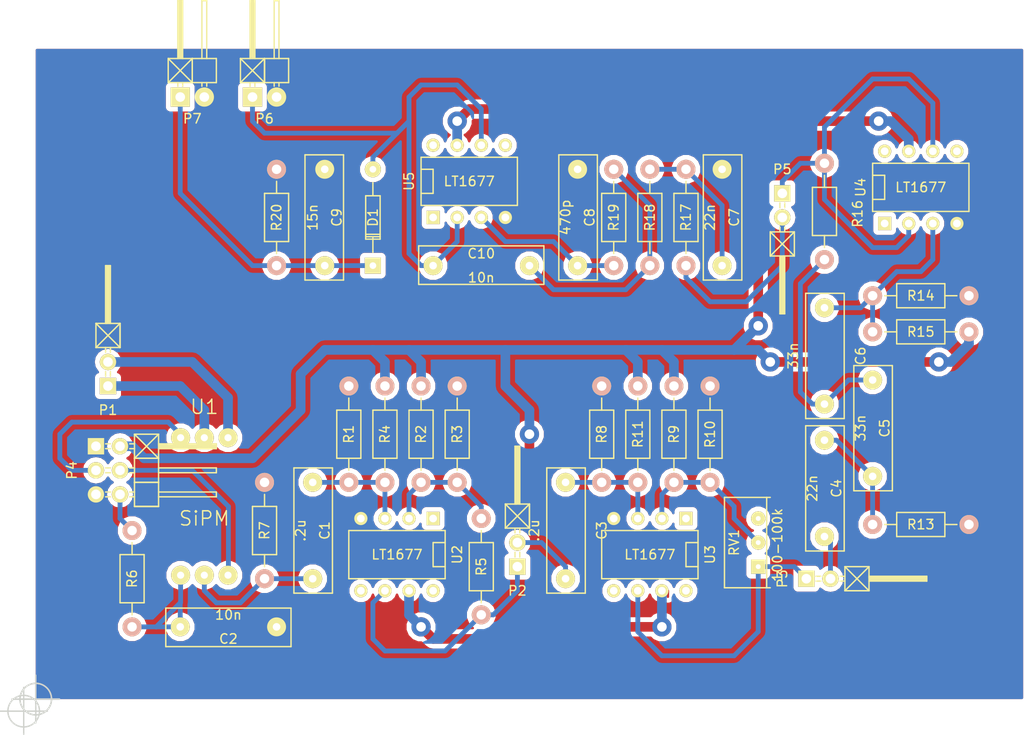
<source format=kicad_pcb>
(kicad_pcb (version 4) (host pcbnew "(2014-10-31 BZR 5247)-product")

  (general
    (links 79)
    (no_connects 1)
    (area 83.86 47.930999 191.870001 125.69)
    (thickness 1.6)
    (drawings 8)
    (tracks 201)
    (zones 0)
    (modules 43)
    (nets 29)
  )

  (page A4)
  (layers
    (0 F.Cu signal)
    (31 B.Cu signal hide)
    (32 B.Adhes user)
    (33 F.Adhes user)
    (34 B.Paste user)
    (35 F.Paste user)
    (36 B.SilkS user)
    (37 F.SilkS user)
    (38 B.Mask user)
    (39 F.Mask user)
    (40 Dwgs.User user)
    (41 Cmts.User user)
    (42 Eco1.User user)
    (43 Eco2.User user)
    (44 Edge.Cuts user)
    (45 Margin user)
    (46 B.CrtYd user)
    (47 F.CrtYd user)
    (48 B.Fab user)
    (49 F.Fab user)
  )

  (setup
    (last_trace_width 0.254)
    (user_trace_width 0.508)
    (user_trace_width 1.016)
    (trace_clearance 0.254)
    (zone_clearance 0.508)
    (zone_45_only no)
    (trace_min 0.254)
    (segment_width 0.2)
    (edge_width 0.15)
    (via_size 0.889)
    (via_drill 0.635)
    (via_min_size 0.889)
    (via_min_drill 0.508)
    (user_via 2.032 1.016)
    (uvia_size 0.508)
    (uvia_drill 0.127)
    (uvias_allowed no)
    (uvia_min_size 0.508)
    (uvia_min_drill 0.127)
    (pcb_text_width 0.3)
    (pcb_text_size 1.5 1.5)
    (mod_edge_width 0.15)
    (mod_text_size 1.5 1.5)
    (mod_text_width 0.15)
    (pad_size 1.4 1.4)
    (pad_drill 0.6)
    (pad_to_mask_clearance 0.2)
    (aux_axis_origin 87.63 121.92)
    (grid_origin 87.63 121.92)
    (visible_elements FFFFFF7F)
    (pcbplotparams
      (layerselection 0x00000_80000001)
      (usegerberextensions true)
      (excludeedgelayer true)
      (linewidth 0.100000)
      (plotframeref false)
      (viasonmask false)
      (mode 1)
      (useauxorigin false)
      (hpglpennumber 1)
      (hpglpenspeed 20)
      (hpglpendiameter 15)
      (hpglpenoverlay 2)
      (psnegative false)
      (psa4output false)
      (plotreference false)
      (plotvalue false)
      (plotinvisibletext false)
      (padsonsilk false)
      (subtractmaskfromsilk false)
      (outputformat 1)
      (mirror false)
      (drillshape 0)
      (scaleselection 1)
      (outputdirectory ""))
  )

  (net 0 "")
  (net 1 "Net-(C1-Pad1)")
  (net 2 "Net-(C3-Pad1)")
  (net 3 "Net-(C4-Pad1)")
  (net 4 "Net-(C5-Pad1)")
  (net 5 GND)
  (net 6 /A1)
  (net 7 /A2)
  (net 8 /F1)
  (net 9 +3.3VP)
  (net 10 ThR-)
  (net 11 ThR+)
  (net 12 Vin)
  (net 13 "Net-(C2-Pad2)")
  (net 14 "Net-(C3-Pad2)")
  (net 15 "Net-(C4-Pad2)")
  (net 16 "Net-(C6-Pad1)")
  (net 17 "Net-(C7-Pad2)")
  (net 18 "Net-(C8-Pad2)")
  (net 19 "Net-(P1-Pad1)")
  (net 20 "Net-(P1-Pad2)")
  (net 21 29.7V)
  (net 22 "Net-(P5-Pad2)")
  (net 23 "Net-(R2-Pad1)")
  (net 24 "Net-(R10-Pad1)")
  (net 25 "Net-(C10-Pad2)")
  (net 26 Vout)
  (net 27 Voutp)
  (net 28 "Net-(RV1-Pad3)")

  (net_class Default "This is the default net class."
    (clearance 0.254)
    (trace_width 0.254)
    (via_dia 0.889)
    (via_drill 0.635)
    (uvia_dia 0.508)
    (uvia_drill 0.127)
    (add_net +3.3VP)
    (add_net /A1)
    (add_net /A2)
    (add_net /F1)
    (add_net 29.7V)
    (add_net GND)
    (add_net "Net-(C1-Pad1)")
    (add_net "Net-(C10-Pad2)")
    (add_net "Net-(C2-Pad2)")
    (add_net "Net-(C3-Pad1)")
    (add_net "Net-(C3-Pad2)")
    (add_net "Net-(C4-Pad1)")
    (add_net "Net-(C4-Pad2)")
    (add_net "Net-(C5-Pad1)")
    (add_net "Net-(C6-Pad1)")
    (add_net "Net-(C7-Pad2)")
    (add_net "Net-(C8-Pad2)")
    (add_net "Net-(P1-Pad1)")
    (add_net "Net-(P1-Pad2)")
    (add_net "Net-(P5-Pad2)")
    (add_net "Net-(R10-Pad1)")
    (add_net "Net-(R2-Pad1)")
    (add_net "Net-(RV1-Pad3)")
    (add_net ThR+)
    (add_net ThR-)
    (add_net Vin)
    (add_net Vout)
    (add_net Voutp)
  )

  (module Capacitors_ThroughHole:Capacitor13x4RM10 (layer F.Cu) (tedit 54E7FC78) (tstamp 54E684EB)
    (at 116.84 104.14 270)
    (descr "Capacitor non pol, 13x4mm")
    (path /54E5B91C)
    (fp_text reference C1 (at 0 -1.27 270) (layer F.SilkS)
      (effects (font (size 1 1) (thickness 0.15)))
    )
    (fp_text value .2u (at 0 1.27 270) (layer F.SilkS)
      (effects (font (size 1 1) (thickness 0.15)))
    )
    (fp_line (start 6.604 1.9812) (end -6.604 1.9812) (layer F.SilkS) (width 0.15))
    (fp_line (start -6.604 -2.0828) (end 6.604 -2.0828) (layer F.SilkS) (width 0.15))
    (fp_line (start 6.604 1.9812) (end 6.604 -2.0828) (layer F.SilkS) (width 0.15))
    (fp_line (start -6.604 -2.0828) (end -6.604 1.9812) (layer F.SilkS) (width 0.15))
    (pad 1 thru_hole circle (at -5.08 0 270) (size 1.99898 1.99898) (drill 0.8001) (layers *.Cu *.Mask F.SilkS)
      (net 1 "Net-(C1-Pad1)"))
    (pad 2 thru_hole circle (at 5.08 0 270) (size 1.99898 1.99898) (drill 0.8001) (layers *.Cu *.Mask F.SilkS)
      (net 12 Vin))
    (model Capacitors_ThroughHole/Capacitor13x4RM10.wrl
      (at (xyz 0 0 0))
      (scale (xyz 1 1 1))
      (rotate (xyz 0 0 0))
    )
  )

  (module Capacitors_ThroughHole:Capacitor13x4RM10 (layer F.Cu) (tedit 54E7FC70) (tstamp 54E684F5)
    (at 107.95 114.3 180)
    (descr "Capacitor non pol, 13x4mm")
    (path /54E6D1B3)
    (fp_text reference C2 (at 0 -1.27 180) (layer F.SilkS)
      (effects (font (size 1 1) (thickness 0.15)))
    )
    (fp_text value 10n (at 0 1.27 180) (layer F.SilkS)
      (effects (font (size 1 1) (thickness 0.15)))
    )
    (fp_line (start 6.604 1.9812) (end -6.604 1.9812) (layer F.SilkS) (width 0.15))
    (fp_line (start -6.604 -2.0828) (end 6.604 -2.0828) (layer F.SilkS) (width 0.15))
    (fp_line (start 6.604 1.9812) (end 6.604 -2.0828) (layer F.SilkS) (width 0.15))
    (fp_line (start -6.604 -2.0828) (end -6.604 1.9812) (layer F.SilkS) (width 0.15))
    (pad 1 thru_hole circle (at -5.08 0 180) (size 1.99898 1.99898) (drill 0.8001) (layers *.Cu *.Mask F.SilkS)
      (net 5 GND))
    (pad 2 thru_hole circle (at 5.08 0 180) (size 1.99898 1.99898) (drill 0.8001) (layers *.Cu *.Mask F.SilkS)
      (net 13 "Net-(C2-Pad2)"))
    (model Capacitors_ThroughHole/Capacitor13x4RM10.wrl
      (at (xyz 0 0 0))
      (scale (xyz 1 1 1))
      (rotate (xyz 0 0 0))
    )
  )

  (module Capacitors_ThroughHole:Capacitor13x4RM10 (layer F.Cu) (tedit 54E68361) (tstamp 54E684FF)
    (at 143.51 104.14 270)
    (descr "Capacitor non pol, 13x4mm")
    (path /54E62BD1)
    (fp_text reference C3 (at 0 -3.81 270) (layer F.SilkS)
      (effects (font (size 1 1) (thickness 0.15)))
    )
    (fp_text value .2u (at 0 3.302 270) (layer F.SilkS)
      (effects (font (size 1 1) (thickness 0.15)))
    )
    (fp_line (start 6.604 1.9812) (end -6.604 1.9812) (layer F.SilkS) (width 0.15))
    (fp_line (start -6.604 -2.0828) (end 6.604 -2.0828) (layer F.SilkS) (width 0.15))
    (fp_line (start 6.604 1.9812) (end 6.604 -2.0828) (layer F.SilkS) (width 0.15))
    (fp_line (start -6.604 -2.0828) (end -6.604 1.9812) (layer F.SilkS) (width 0.15))
    (pad 1 thru_hole circle (at -5.08 0 270) (size 1.99898 1.99898) (drill 0.8001) (layers *.Cu *.Mask F.SilkS)
      (net 2 "Net-(C3-Pad1)"))
    (pad 2 thru_hole circle (at 5.08 0 270) (size 1.99898 1.99898) (drill 0.8001) (layers *.Cu *.Mask F.SilkS)
      (net 14 "Net-(C3-Pad2)"))
    (model Capacitors_ThroughHole/Capacitor13x4RM10.wrl
      (at (xyz 0 0 0))
      (scale (xyz 1 1 1))
      (rotate (xyz 0 0 0))
    )
  )

  (module Capacitors_ThroughHole:Capacitor13x4RM10 (layer F.Cu) (tedit 54E7746D) (tstamp 54E68509)
    (at 170.815 99.695 270)
    (descr "Capacitor non pol, 13x4mm")
    (path /54E64631)
    (fp_text reference C4 (at 0 -1.27 270) (layer F.SilkS)
      (effects (font (size 1 1) (thickness 0.15)))
    )
    (fp_text value 22n (at 0 1.27 270) (layer F.SilkS)
      (effects (font (size 1 1) (thickness 0.15)))
    )
    (fp_line (start 6.604 1.9812) (end -6.604 1.9812) (layer F.SilkS) (width 0.15))
    (fp_line (start -6.604 -2.0828) (end 6.604 -2.0828) (layer F.SilkS) (width 0.15))
    (fp_line (start 6.604 1.9812) (end 6.604 -2.0828) (layer F.SilkS) (width 0.15))
    (fp_line (start -6.604 -2.0828) (end -6.604 1.9812) (layer F.SilkS) (width 0.15))
    (pad 1 thru_hole circle (at -5.08 0 270) (size 1.99898 1.99898) (drill 0.8001) (layers *.Cu *.Mask F.SilkS)
      (net 3 "Net-(C4-Pad1)"))
    (pad 2 thru_hole circle (at 5.08 0 270) (size 1.99898 1.99898) (drill 0.8001) (layers *.Cu *.Mask F.SilkS)
      (net 15 "Net-(C4-Pad2)"))
    (model Capacitors_ThroughHole/Capacitor13x4RM10.wrl
      (at (xyz 0 0 0))
      (scale (xyz 1 1 1))
      (rotate (xyz 0 0 0))
    )
  )

  (module Capacitors_ThroughHole:Capacitor13x4RM10 (layer F.Cu) (tedit 54E77469) (tstamp 54E68513)
    (at 175.895 93.345 270)
    (descr "Capacitor non pol, 13x4mm")
    (path /54E64839)
    (fp_text reference C5 (at 0 -1.27 270) (layer F.SilkS)
      (effects (font (size 1 1) (thickness 0.15)))
    )
    (fp_text value 33n (at 0 1.27 270) (layer F.SilkS)
      (effects (font (size 1 1) (thickness 0.15)))
    )
    (fp_line (start 6.604 1.9812) (end -6.604 1.9812) (layer F.SilkS) (width 0.15))
    (fp_line (start -6.604 -2.0828) (end 6.604 -2.0828) (layer F.SilkS) (width 0.15))
    (fp_line (start 6.604 1.9812) (end 6.604 -2.0828) (layer F.SilkS) (width 0.15))
    (fp_line (start -6.604 -2.0828) (end -6.604 1.9812) (layer F.SilkS) (width 0.15))
    (pad 1 thru_hole circle (at -5.08 0 270) (size 1.99898 1.99898) (drill 0.8001) (layers *.Cu *.Mask F.SilkS)
      (net 4 "Net-(C5-Pad1)"))
    (pad 2 thru_hole circle (at 5.08 0 270) (size 1.99898 1.99898) (drill 0.8001) (layers *.Cu *.Mask F.SilkS)
      (net 3 "Net-(C4-Pad1)"))
    (model Capacitors_ThroughHole/Capacitor13x4RM10.wrl
      (at (xyz 0 0 0))
      (scale (xyz 1 1 1))
      (rotate (xyz 0 0 0))
    )
  )

  (module Capacitors_ThroughHole:Capacitor13x4RM10 (layer F.Cu) (tedit 54E68361) (tstamp 54E6851D)
    (at 170.815 85.725 270)
    (descr "Capacitor non pol, 13x4mm")
    (path /54E6518C)
    (fp_text reference C6 (at 0 -3.81 270) (layer F.SilkS)
      (effects (font (size 1 1) (thickness 0.15)))
    )
    (fp_text value 33n (at 0 3.302 270) (layer F.SilkS)
      (effects (font (size 1 1) (thickness 0.15)))
    )
    (fp_line (start 6.604 1.9812) (end -6.604 1.9812) (layer F.SilkS) (width 0.15))
    (fp_line (start -6.604 -2.0828) (end 6.604 -2.0828) (layer F.SilkS) (width 0.15))
    (fp_line (start 6.604 1.9812) (end 6.604 -2.0828) (layer F.SilkS) (width 0.15))
    (fp_line (start -6.604 -2.0828) (end -6.604 1.9812) (layer F.SilkS) (width 0.15))
    (pad 1 thru_hole circle (at -5.08 0 270) (size 1.99898 1.99898) (drill 0.8001) (layers *.Cu *.Mask F.SilkS)
      (net 16 "Net-(C6-Pad1)"))
    (pad 2 thru_hole circle (at 5.08 0 270) (size 1.99898 1.99898) (drill 0.8001) (layers *.Cu *.Mask F.SilkS)
      (net 4 "Net-(C5-Pad1)"))
    (model Capacitors_ThroughHole/Capacitor13x4RM10.wrl
      (at (xyz 0 0 0))
      (scale (xyz 1 1 1))
      (rotate (xyz 0 0 0))
    )
  )

  (module Capacitors_ThroughHole:Capacitor13x4RM10 (layer F.Cu) (tedit 54E7FB23) (tstamp 54E68527)
    (at 160.02 71.12 270)
    (descr "Capacitor non pol, 13x4mm")
    (path /54E68C30)
    (fp_text reference C7 (at 0 -1.27 270) (layer F.SilkS)
      (effects (font (size 1 1) (thickness 0.15)))
    )
    (fp_text value 22n (at 0 1.27 270) (layer F.SilkS)
      (effects (font (size 1 1) (thickness 0.15)))
    )
    (fp_line (start 6.604 1.9812) (end -6.604 1.9812) (layer F.SilkS) (width 0.15))
    (fp_line (start -6.604 -2.0828) (end 6.604 -2.0828) (layer F.SilkS) (width 0.15))
    (fp_line (start 6.604 1.9812) (end 6.604 -2.0828) (layer F.SilkS) (width 0.15))
    (fp_line (start -6.604 -2.0828) (end -6.604 1.9812) (layer F.SilkS) (width 0.15))
    (pad 1 thru_hole circle (at -5.08 0 270) (size 1.99898 1.99898) (drill 0.8001) (layers *.Cu *.Mask F.SilkS)
      (net 5 GND))
    (pad 2 thru_hole circle (at 5.08 0 270) (size 1.99898 1.99898) (drill 0.8001) (layers *.Cu *.Mask F.SilkS)
      (net 17 "Net-(C7-Pad2)"))
    (model Capacitors_ThroughHole/Capacitor13x4RM10.wrl
      (at (xyz 0 0 0))
      (scale (xyz 1 1 1))
      (rotate (xyz 0 0 0))
    )
  )

  (module Capacitors_ThroughHole:Capacitor13x4RM10 (layer F.Cu) (tedit 54E7FB74) (tstamp 54E68531)
    (at 144.78 71.12 270)
    (descr "Capacitor non pol, 13x4mm")
    (path /54E68802)
    (fp_text reference C8 (at 0 -1.27 270) (layer F.SilkS)
      (effects (font (size 1 1) (thickness 0.15)))
    )
    (fp_text value 470p (at 0 1.27 270) (layer F.SilkS)
      (effects (font (size 1 1) (thickness 0.15)))
    )
    (fp_line (start 6.604 1.9812) (end -6.604 1.9812) (layer F.SilkS) (width 0.15))
    (fp_line (start -6.604 -2.0828) (end 6.604 -2.0828) (layer F.SilkS) (width 0.15))
    (fp_line (start 6.604 1.9812) (end 6.604 -2.0828) (layer F.SilkS) (width 0.15))
    (fp_line (start -6.604 -2.0828) (end -6.604 1.9812) (layer F.SilkS) (width 0.15))
    (pad 1 thru_hole circle (at -5.08 0 270) (size 1.99898 1.99898) (drill 0.8001) (layers *.Cu *.Mask F.SilkS)
      (net 5 GND))
    (pad 2 thru_hole circle (at 5.08 0 270) (size 1.99898 1.99898) (drill 0.8001) (layers *.Cu *.Mask F.SilkS)
      (net 18 "Net-(C8-Pad2)"))
    (model Capacitors_ThroughHole/Capacitor13x4RM10.wrl
      (at (xyz 0 0 0))
      (scale (xyz 1 1 1))
      (rotate (xyz 0 0 0))
    )
  )

  (module Pin_Headers:Pin_Header_Angled_2x01 (layer F.Cu) (tedit 54E68361) (tstamp 54E6854A)
    (at 95.25 87.63)
    (descr "Through hole pin header")
    (tags "pin header")
    (path /54E55190)
    (fp_text reference P1 (at 0 3.81) (layer F.SilkS)
      (effects (font (size 1 1) (thickness 0.15)))
    )
    (fp_text value CONN_01X02 (at 0 0) (layer F.SilkS) hide
      (effects (font (size 1 1) (thickness 0.15)))
    )
    (fp_line (start 0.254 -0.254) (end 0.254 0.254) (layer F.SilkS) (width 0.15))
    (fp_line (start -0.254 -0.254) (end -0.254 0.254) (layer F.SilkS) (width 0.15))
    (fp_line (start -0.254 -2.794) (end -0.254 -2.286) (layer F.SilkS) (width 0.15))
    (fp_line (start 0.254 -2.794) (end 0.254 -2.286) (layer F.SilkS) (width 0.15))
    (fp_line (start -1.27 -2.794) (end 1.27 -5.334) (layer F.SilkS) (width 0.15))
    (fp_line (start -1.27 -5.334) (end 1.27 -2.794) (layer F.SilkS) (width 0.15))
    (fp_line (start -0.127 -5.334) (end -0.127 -11.303) (layer F.SilkS) (width 0.15))
    (fp_line (start -0.127 -11.303) (end 0.127 -11.303) (layer F.SilkS) (width 0.15))
    (fp_line (start 0.127 -11.303) (end 0.127 -5.461) (layer F.SilkS) (width 0.15))
    (fp_line (start 0.127 -5.461) (end 0 -5.461) (layer F.SilkS) (width 0.15))
    (fp_line (start 0 -5.461) (end 0 -11.303) (layer F.SilkS) (width 0.15))
    (fp_line (start 1.27 -2.794) (end 1.27 -5.334) (layer F.SilkS) (width 0.15))
    (fp_line (start 1.27 -5.334) (end -1.27 -5.334) (layer F.SilkS) (width 0.15))
    (fp_line (start 0.254 -11.43) (end 0.254 -5.334) (layer F.SilkS) (width 0.15))
    (fp_line (start -0.254 -11.43) (end 0.254 -11.43) (layer F.SilkS) (width 0.15))
    (fp_line (start -0.254 -5.334) (end -0.254 -11.43) (layer F.SilkS) (width 0.15))
    (fp_line (start 1.27 -2.794) (end 1.27 -5.334) (layer F.SilkS) (width 0.15))
    (fp_line (start -1.27 -2.794) (end 1.27 -2.794) (layer F.SilkS) (width 0.15))
    (fp_line (start -1.27 -2.794) (end -1.27 -5.334) (layer F.SilkS) (width 0.15))
    (pad 1 thru_hole rect (at 0 1.27) (size 1.7272 1.7272) (drill 1.016) (layers *.Cu *.Mask F.SilkS)
      (net 19 "Net-(P1-Pad1)"))
    (pad 2 thru_hole oval (at 0 -1.27) (size 1.7272 1.7272) (drill 1.016) (layers *.Cu *.Mask F.SilkS)
      (net 20 "Net-(P1-Pad2)"))
    (model Pin_Headers/Pin_Header_Angled_2x01.wrl
      (at (xyz 0 0 0))
      (scale (xyz 1 1 1))
      (rotate (xyz 0 0 0))
    )
  )

  (module Pin_Headers:Pin_Header_Angled_2x01 (layer F.Cu) (tedit 54E68361) (tstamp 54E68563)
    (at 138.43 106.68)
    (descr "Through hole pin header")
    (tags "pin header")
    (path /54E5554E)
    (fp_text reference P2 (at 0 3.81) (layer F.SilkS)
      (effects (font (size 1 1) (thickness 0.15)))
    )
    (fp_text value CONN_01X02 (at 0 0) (layer F.SilkS) hide
      (effects (font (size 1 1) (thickness 0.15)))
    )
    (fp_line (start 0.254 -0.254) (end 0.254 0.254) (layer F.SilkS) (width 0.15))
    (fp_line (start -0.254 -0.254) (end -0.254 0.254) (layer F.SilkS) (width 0.15))
    (fp_line (start -0.254 -2.794) (end -0.254 -2.286) (layer F.SilkS) (width 0.15))
    (fp_line (start 0.254 -2.794) (end 0.254 -2.286) (layer F.SilkS) (width 0.15))
    (fp_line (start -1.27 -2.794) (end 1.27 -5.334) (layer F.SilkS) (width 0.15))
    (fp_line (start -1.27 -5.334) (end 1.27 -2.794) (layer F.SilkS) (width 0.15))
    (fp_line (start -0.127 -5.334) (end -0.127 -11.303) (layer F.SilkS) (width 0.15))
    (fp_line (start -0.127 -11.303) (end 0.127 -11.303) (layer F.SilkS) (width 0.15))
    (fp_line (start 0.127 -11.303) (end 0.127 -5.461) (layer F.SilkS) (width 0.15))
    (fp_line (start 0.127 -5.461) (end 0 -5.461) (layer F.SilkS) (width 0.15))
    (fp_line (start 0 -5.461) (end 0 -11.303) (layer F.SilkS) (width 0.15))
    (fp_line (start 1.27 -2.794) (end 1.27 -5.334) (layer F.SilkS) (width 0.15))
    (fp_line (start 1.27 -5.334) (end -1.27 -5.334) (layer F.SilkS) (width 0.15))
    (fp_line (start 0.254 -11.43) (end 0.254 -5.334) (layer F.SilkS) (width 0.15))
    (fp_line (start -0.254 -11.43) (end 0.254 -11.43) (layer F.SilkS) (width 0.15))
    (fp_line (start -0.254 -5.334) (end -0.254 -11.43) (layer F.SilkS) (width 0.15))
    (fp_line (start 1.27 -2.794) (end 1.27 -5.334) (layer F.SilkS) (width 0.15))
    (fp_line (start -1.27 -2.794) (end 1.27 -2.794) (layer F.SilkS) (width 0.15))
    (fp_line (start -1.27 -2.794) (end -1.27 -5.334) (layer F.SilkS) (width 0.15))
    (pad 1 thru_hole rect (at 0 1.27) (size 1.7272 1.7272) (drill 1.016) (layers *.Cu *.Mask F.SilkS)
      (net 6 /A1))
    (pad 2 thru_hole oval (at 0 -1.27) (size 1.7272 1.7272) (drill 1.016) (layers *.Cu *.Mask F.SilkS)
      (net 14 "Net-(C3-Pad2)"))
    (model Pin_Headers/Pin_Header_Angled_2x01.wrl
      (at (xyz 0 0 0))
      (scale (xyz 1 1 1))
      (rotate (xyz 0 0 0))
    )
  )

  (module Pin_Headers:Pin_Header_Angled_2x01 (layer F.Cu) (tedit 54E68361) (tstamp 54E6857C)
    (at 170.18 109.22 270)
    (descr "Through hole pin header")
    (tags "pin header")
    (path /54E554D9)
    (fp_text reference P3 (at 0 3.81 270) (layer F.SilkS)
      (effects (font (size 1 1) (thickness 0.15)))
    )
    (fp_text value CONN_01X02 (at 0 0 270) (layer F.SilkS) hide
      (effects (font (size 1 1) (thickness 0.15)))
    )
    (fp_line (start 0.254 -0.254) (end 0.254 0.254) (layer F.SilkS) (width 0.15))
    (fp_line (start -0.254 -0.254) (end -0.254 0.254) (layer F.SilkS) (width 0.15))
    (fp_line (start -0.254 -2.794) (end -0.254 -2.286) (layer F.SilkS) (width 0.15))
    (fp_line (start 0.254 -2.794) (end 0.254 -2.286) (layer F.SilkS) (width 0.15))
    (fp_line (start -1.27 -2.794) (end 1.27 -5.334) (layer F.SilkS) (width 0.15))
    (fp_line (start -1.27 -5.334) (end 1.27 -2.794) (layer F.SilkS) (width 0.15))
    (fp_line (start -0.127 -5.334) (end -0.127 -11.303) (layer F.SilkS) (width 0.15))
    (fp_line (start -0.127 -11.303) (end 0.127 -11.303) (layer F.SilkS) (width 0.15))
    (fp_line (start 0.127 -11.303) (end 0.127 -5.461) (layer F.SilkS) (width 0.15))
    (fp_line (start 0.127 -5.461) (end 0 -5.461) (layer F.SilkS) (width 0.15))
    (fp_line (start 0 -5.461) (end 0 -11.303) (layer F.SilkS) (width 0.15))
    (fp_line (start 1.27 -2.794) (end 1.27 -5.334) (layer F.SilkS) (width 0.15))
    (fp_line (start 1.27 -5.334) (end -1.27 -5.334) (layer F.SilkS) (width 0.15))
    (fp_line (start 0.254 -11.43) (end 0.254 -5.334) (layer F.SilkS) (width 0.15))
    (fp_line (start -0.254 -11.43) (end 0.254 -11.43) (layer F.SilkS) (width 0.15))
    (fp_line (start -0.254 -5.334) (end -0.254 -11.43) (layer F.SilkS) (width 0.15))
    (fp_line (start 1.27 -2.794) (end 1.27 -5.334) (layer F.SilkS) (width 0.15))
    (fp_line (start -1.27 -2.794) (end 1.27 -2.794) (layer F.SilkS) (width 0.15))
    (fp_line (start -1.27 -2.794) (end -1.27 -5.334) (layer F.SilkS) (width 0.15))
    (pad 1 thru_hole rect (at 0 1.27 270) (size 1.7272 1.7272) (drill 1.016) (layers *.Cu *.Mask F.SilkS)
      (net 7 /A2))
    (pad 2 thru_hole oval (at 0 -1.27 270) (size 1.7272 1.7272) (drill 1.016) (layers *.Cu *.Mask F.SilkS)
      (net 15 "Net-(C4-Pad2)"))
    (model Pin_Headers/Pin_Header_Angled_2x01.wrl
      (at (xyz 0 0 0))
      (scale (xyz 1 1 1))
      (rotate (xyz 0 0 0))
    )
  )

  (module Pin_Headers:Pin_Header_Angled_2x03 (layer F.Cu) (tedit 54E68361) (tstamp 54E685AF)
    (at 95.25 97.79 270)
    (descr "Through hole pin header")
    (tags "pin header")
    (path /54E55A3B)
    (fp_text reference P4 (at 0 3.81 270) (layer F.SilkS)
      (effects (font (size 1 1) (thickness 0.15)))
    )
    (fp_text value CONN_02X03 (at 0 0 270) (layer F.SilkS) hide
      (effects (font (size 1 1) (thickness 0.15)))
    )
    (fp_line (start 2.794 -0.254) (end 2.794 0.254) (layer F.SilkS) (width 0.15))
    (fp_line (start 2.286 -0.254) (end 2.286 0.254) (layer F.SilkS) (width 0.15))
    (fp_line (start 0.254 -0.254) (end 0.254 0.254) (layer F.SilkS) (width 0.15))
    (fp_line (start -0.254 -0.254) (end -0.254 0.254) (layer F.SilkS) (width 0.15))
    (fp_line (start -2.286 -0.254) (end -2.286 0.254) (layer F.SilkS) (width 0.15))
    (fp_line (start -2.794 -0.254) (end -2.794 0.254) (layer F.SilkS) (width 0.15))
    (fp_line (start -0.254 -2.794) (end -0.254 -2.286) (layer F.SilkS) (width 0.15))
    (fp_line (start 0.254 -2.794) (end 0.254 -2.286) (layer F.SilkS) (width 0.15))
    (fp_line (start 2.286 -2.794) (end 2.286 -2.286) (layer F.SilkS) (width 0.15))
    (fp_line (start 2.794 -2.794) (end 2.794 -2.286) (layer F.SilkS) (width 0.15))
    (fp_line (start -2.794 -2.794) (end -2.794 -2.286) (layer F.SilkS) (width 0.15))
    (fp_line (start -2.286 -2.794) (end -2.286 -2.286) (layer F.SilkS) (width 0.15))
    (fp_line (start -3.81 -2.794) (end -1.27 -5.334) (layer F.SilkS) (width 0.15))
    (fp_line (start -3.81 -5.334) (end -1.27 -2.794) (layer F.SilkS) (width 0.15))
    (fp_line (start -2.667 -5.334) (end -2.667 -11.303) (layer F.SilkS) (width 0.15))
    (fp_line (start -2.667 -11.303) (end -2.413 -11.303) (layer F.SilkS) (width 0.15))
    (fp_line (start -2.413 -11.303) (end -2.413 -5.461) (layer F.SilkS) (width 0.15))
    (fp_line (start -2.413 -5.461) (end -2.54 -5.461) (layer F.SilkS) (width 0.15))
    (fp_line (start -2.54 -5.461) (end -2.54 -11.303) (layer F.SilkS) (width 0.15))
    (fp_line (start -1.27 -2.794) (end 1.27 -2.794) (layer F.SilkS) (width 0.15))
    (fp_line (start 1.27 -2.794) (end 1.27 -5.334) (layer F.SilkS) (width 0.15))
    (fp_line (start -0.254 -5.334) (end -0.254 -11.43) (layer F.SilkS) (width 0.15))
    (fp_line (start -0.254 -11.43) (end 0.254 -11.43) (layer F.SilkS) (width 0.15))
    (fp_line (start 0.254 -11.43) (end 0.254 -5.334) (layer F.SilkS) (width 0.15))
    (fp_line (start 1.27 -5.334) (end -1.27 -5.334) (layer F.SilkS) (width 0.15))
    (fp_line (start 3.81 -2.794) (end 3.81 -5.334) (layer F.SilkS) (width 0.15))
    (fp_line (start 3.81 -5.334) (end 1.27 -5.334) (layer F.SilkS) (width 0.15))
    (fp_line (start 2.794 -11.43) (end 2.794 -5.334) (layer F.SilkS) (width 0.15))
    (fp_line (start 2.286 -11.43) (end 2.794 -11.43) (layer F.SilkS) (width 0.15))
    (fp_line (start 2.286 -5.334) (end 2.286 -11.43) (layer F.SilkS) (width 0.15))
    (fp_line (start 3.81 -2.794) (end 3.81 -5.334) (layer F.SilkS) (width 0.15))
    (fp_line (start 1.27 -2.794) (end 3.81 -2.794) (layer F.SilkS) (width 0.15))
    (fp_line (start 1.27 -2.794) (end 1.27 -5.334) (layer F.SilkS) (width 0.15))
    (fp_line (start -1.27 -2.794) (end -1.27 -5.334) (layer F.SilkS) (width 0.15))
    (fp_line (start -1.27 -5.334) (end -3.81 -5.334) (layer F.SilkS) (width 0.15))
    (fp_line (start -2.286 -11.43) (end -2.286 -5.334) (layer F.SilkS) (width 0.15))
    (fp_line (start -2.794 -11.43) (end -2.286 -11.43) (layer F.SilkS) (width 0.15))
    (fp_line (start -2.794 -5.334) (end -2.794 -11.43) (layer F.SilkS) (width 0.15))
    (fp_line (start -1.27 -2.794) (end -1.27 -5.334) (layer F.SilkS) (width 0.15))
    (fp_line (start -3.81 -2.794) (end -1.27 -2.794) (layer F.SilkS) (width 0.15))
    (fp_line (start -3.81 -2.794) (end -3.81 -5.334) (layer F.SilkS) (width 0.15))
    (pad 1 thru_hole rect (at -2.54 1.27 270) (size 1.7272 1.7272) (drill 1.016) (layers *.Cu *.Mask F.SilkS)
      (net 5 GND))
    (pad 2 thru_hole oval (at -2.54 -1.27 270) (size 1.7272 1.7272) (drill 1.016) (layers *.Cu *.Mask F.SilkS)
      (net 9 +3.3VP))
    (pad 3 thru_hole oval (at 0 1.27 270) (size 1.7272 1.7272) (drill 1.016) (layers *.Cu *.Mask F.SilkS)
      (net 10 ThR-))
    (pad 4 thru_hole oval (at 0 -1.27 270) (size 1.7272 1.7272) (drill 1.016) (layers *.Cu *.Mask F.SilkS)
      (net 11 ThR+))
    (pad 5 thru_hole oval (at 2.54 1.27 270) (size 1.7272 1.7272) (drill 1.016) (layers *.Cu *.Mask F.SilkS)
      (net 5 GND))
    (pad 6 thru_hole oval (at 2.54 -1.27 270) (size 1.7272 1.7272) (drill 1.016) (layers *.Cu *.Mask F.SilkS)
      (net 21 29.7V))
    (model Pin_Headers/Pin_Header_Angled_2x03.wrl
      (at (xyz 0 0 0))
      (scale (xyz 1 1 1))
      (rotate (xyz 0 0 0))
    )
  )

  (module Pin_Headers:Pin_Header_Angled_2x01 (layer F.Cu) (tedit 54E68361) (tstamp 54E685C8)
    (at 166.37 69.85 180)
    (descr "Through hole pin header")
    (tags "pin header")
    (path /54E55945)
    (fp_text reference P5 (at 0 3.81 180) (layer F.SilkS)
      (effects (font (size 1 1) (thickness 0.15)))
    )
    (fp_text value CONN_01X02 (at 0 0 180) (layer F.SilkS) hide
      (effects (font (size 1 1) (thickness 0.15)))
    )
    (fp_line (start 0.254 -0.254) (end 0.254 0.254) (layer F.SilkS) (width 0.15))
    (fp_line (start -0.254 -0.254) (end -0.254 0.254) (layer F.SilkS) (width 0.15))
    (fp_line (start -0.254 -2.794) (end -0.254 -2.286) (layer F.SilkS) (width 0.15))
    (fp_line (start 0.254 -2.794) (end 0.254 -2.286) (layer F.SilkS) (width 0.15))
    (fp_line (start -1.27 -2.794) (end 1.27 -5.334) (layer F.SilkS) (width 0.15))
    (fp_line (start -1.27 -5.334) (end 1.27 -2.794) (layer F.SilkS) (width 0.15))
    (fp_line (start -0.127 -5.334) (end -0.127 -11.303) (layer F.SilkS) (width 0.15))
    (fp_line (start -0.127 -11.303) (end 0.127 -11.303) (layer F.SilkS) (width 0.15))
    (fp_line (start 0.127 -11.303) (end 0.127 -5.461) (layer F.SilkS) (width 0.15))
    (fp_line (start 0.127 -5.461) (end 0 -5.461) (layer F.SilkS) (width 0.15))
    (fp_line (start 0 -5.461) (end 0 -11.303) (layer F.SilkS) (width 0.15))
    (fp_line (start 1.27 -2.794) (end 1.27 -5.334) (layer F.SilkS) (width 0.15))
    (fp_line (start 1.27 -5.334) (end -1.27 -5.334) (layer F.SilkS) (width 0.15))
    (fp_line (start 0.254 -11.43) (end 0.254 -5.334) (layer F.SilkS) (width 0.15))
    (fp_line (start -0.254 -11.43) (end 0.254 -11.43) (layer F.SilkS) (width 0.15))
    (fp_line (start -0.254 -5.334) (end -0.254 -11.43) (layer F.SilkS) (width 0.15))
    (fp_line (start 1.27 -2.794) (end 1.27 -5.334) (layer F.SilkS) (width 0.15))
    (fp_line (start -1.27 -2.794) (end 1.27 -2.794) (layer F.SilkS) (width 0.15))
    (fp_line (start -1.27 -2.794) (end -1.27 -5.334) (layer F.SilkS) (width 0.15))
    (pad 1 thru_hole rect (at 0 1.27 180) (size 1.7272 1.7272) (drill 1.016) (layers *.Cu *.Mask F.SilkS)
      (net 8 /F1))
    (pad 2 thru_hole oval (at 0 -1.27 180) (size 1.7272 1.7272) (drill 1.016) (layers *.Cu *.Mask F.SilkS)
      (net 22 "Net-(P5-Pad2)"))
    (model Pin_Headers/Pin_Header_Angled_2x01.wrl
      (at (xyz 0 0 0))
      (scale (xyz 1 1 1))
      (rotate (xyz 0 0 0))
    )
  )

  (module Resistors_ThroughHole:Resistor_Horizontal_RM10mm (layer F.Cu) (tedit 54E6877F) (tstamp 54E685D4)
    (at 120.65 93.98 270)
    (descr "Resistor, Axial,  RM 10mm, 1/3W,")
    (tags "Resistor, Axial, RM 10mm, 1/3W,")
    (path /54E5B8AE)
    (fp_text reference R1 (at 0 0 270) (layer F.SilkS)
      (effects (font (size 1 1) (thickness 0.15)))
    )
    (fp_text value 33k (at 3.81 3.81 270) (layer F.SilkS) hide
      (effects (font (size 1 1) (thickness 0.15)))
    )
    (fp_line (start -2.54 -1.27) (end 2.54 -1.27) (layer F.SilkS) (width 0.15))
    (fp_line (start 2.54 -1.27) (end 2.54 1.27) (layer F.SilkS) (width 0.15))
    (fp_line (start 2.54 1.27) (end -2.54 1.27) (layer F.SilkS) (width 0.15))
    (fp_line (start -2.54 1.27) (end -2.54 -1.27) (layer F.SilkS) (width 0.15))
    (fp_line (start -2.54 0) (end -3.81 0) (layer F.SilkS) (width 0.15))
    (fp_line (start 2.54 0) (end 3.81 0) (layer F.SilkS) (width 0.15))
    (pad 1 thru_hole circle (at -5.08 0 270) (size 1.99898 1.99898) (drill 1.00076) (layers *.Cu *.SilkS *.Mask)
      (net 5 GND))
    (pad 2 thru_hole circle (at 5.08 0 270) (size 1.99898 1.99898) (drill 1.00076) (layers *.Cu *.SilkS *.Mask)
      (net 1 "Net-(C1-Pad1)"))
    (model Resistors_ThroughHole/Resistor_Horizontal_RM10mm.wrl
      (at (xyz 0 0 0))
      (scale (xyz 0.4 0.4 0.4))
      (rotate (xyz 0 0 0))
    )
  )

  (module Resistors_ThroughHole:Resistor_Horizontal_RM10mm (layer F.Cu) (tedit 54E68781) (tstamp 54E685E0)
    (at 128.27 93.98 90)
    (descr "Resistor, Axial,  RM 10mm, 1/3W,")
    (tags "Resistor, Axial, RM 10mm, 1/3W,")
    (path /54E5BB6D)
    (fp_text reference R2 (at 0 0 90) (layer F.SilkS)
      (effects (font (size 1 1) (thickness 0.15)))
    )
    (fp_text value 1k (at 3.81 3.81 90) (layer F.SilkS) hide
      (effects (font (size 1 1) (thickness 0.15)))
    )
    (fp_line (start -2.54 -1.27) (end 2.54 -1.27) (layer F.SilkS) (width 0.15))
    (fp_line (start 2.54 -1.27) (end 2.54 1.27) (layer F.SilkS) (width 0.15))
    (fp_line (start 2.54 1.27) (end -2.54 1.27) (layer F.SilkS) (width 0.15))
    (fp_line (start -2.54 1.27) (end -2.54 -1.27) (layer F.SilkS) (width 0.15))
    (fp_line (start -2.54 0) (end -3.81 0) (layer F.SilkS) (width 0.15))
    (fp_line (start 2.54 0) (end 3.81 0) (layer F.SilkS) (width 0.15))
    (pad 1 thru_hole circle (at -5.08 0 90) (size 1.99898 1.99898) (drill 1.00076) (layers *.Cu *.SilkS *.Mask)
      (net 23 "Net-(R2-Pad1)"))
    (pad 2 thru_hole circle (at 5.08 0 90) (size 1.99898 1.99898) (drill 1.00076) (layers *.Cu *.SilkS *.Mask)
      (net 9 +3.3VP))
    (model Resistors_ThroughHole/Resistor_Horizontal_RM10mm.wrl
      (at (xyz 0 0 0))
      (scale (xyz 0.4 0.4 0.4))
      (rotate (xyz 0 0 0))
    )
  )

  (module Resistors_ThroughHole:Resistor_Horizontal_RM10mm (layer F.Cu) (tedit 54E6878A) (tstamp 54E685EC)
    (at 132.08 93.98 90)
    (descr "Resistor, Axial,  RM 10mm, 1/3W,")
    (tags "Resistor, Axial, RM 10mm, 1/3W,")
    (path /54E5DFDB)
    (fp_text reference R3 (at 0 0 90) (layer F.SilkS)
      (effects (font (size 1 1) (thickness 0.15)))
    )
    (fp_text value 1k (at 3.81 3.81 90) (layer F.SilkS) hide
      (effects (font (size 1 1) (thickness 0.15)))
    )
    (fp_line (start -2.54 -1.27) (end 2.54 -1.27) (layer F.SilkS) (width 0.15))
    (fp_line (start 2.54 -1.27) (end 2.54 1.27) (layer F.SilkS) (width 0.15))
    (fp_line (start 2.54 1.27) (end -2.54 1.27) (layer F.SilkS) (width 0.15))
    (fp_line (start -2.54 1.27) (end -2.54 -1.27) (layer F.SilkS) (width 0.15))
    (fp_line (start -2.54 0) (end -3.81 0) (layer F.SilkS) (width 0.15))
    (fp_line (start 2.54 0) (end 3.81 0) (layer F.SilkS) (width 0.15))
    (pad 1 thru_hole circle (at -5.08 0 90) (size 1.99898 1.99898) (drill 1.00076) (layers *.Cu *.SilkS *.Mask)
      (net 23 "Net-(R2-Pad1)"))
    (pad 2 thru_hole circle (at 5.08 0 90) (size 1.99898 1.99898) (drill 1.00076) (layers *.Cu *.SilkS *.Mask)
      (net 5 GND))
    (model Resistors_ThroughHole/Resistor_Horizontal_RM10mm.wrl
      (at (xyz 0 0 0))
      (scale (xyz 0.4 0.4 0.4))
      (rotate (xyz 0 0 0))
    )
  )

  (module Resistors_ThroughHole:Resistor_Horizontal_RM10mm (layer F.Cu) (tedit 54E68783) (tstamp 54E685F8)
    (at 124.46 93.98 270)
    (descr "Resistor, Axial,  RM 10mm, 1/3W,")
    (tags "Resistor, Axial, RM 10mm, 1/3W,")
    (path /54E5B831)
    (fp_text reference R4 (at 0 0 270) (layer F.SilkS)
      (effects (font (size 1 1) (thickness 0.15)))
    )
    (fp_text value 33k (at 3.81 3.81 270) (layer F.SilkS) hide
      (effects (font (size 1 1) (thickness 0.15)))
    )
    (fp_line (start -2.54 -1.27) (end 2.54 -1.27) (layer F.SilkS) (width 0.15))
    (fp_line (start 2.54 -1.27) (end 2.54 1.27) (layer F.SilkS) (width 0.15))
    (fp_line (start 2.54 1.27) (end -2.54 1.27) (layer F.SilkS) (width 0.15))
    (fp_line (start -2.54 1.27) (end -2.54 -1.27) (layer F.SilkS) (width 0.15))
    (fp_line (start -2.54 0) (end -3.81 0) (layer F.SilkS) (width 0.15))
    (fp_line (start 2.54 0) (end 3.81 0) (layer F.SilkS) (width 0.15))
    (pad 1 thru_hole circle (at -5.08 0 270) (size 1.99898 1.99898) (drill 1.00076) (layers *.Cu *.SilkS *.Mask)
      (net 9 +3.3VP))
    (pad 2 thru_hole circle (at 5.08 0 270) (size 1.99898 1.99898) (drill 1.00076) (layers *.Cu *.SilkS *.Mask)
      (net 1 "Net-(C1-Pad1)"))
    (model Resistors_ThroughHole/Resistor_Horizontal_RM10mm.wrl
      (at (xyz 0 0 0))
      (scale (xyz 0.4 0.4 0.4))
      (rotate (xyz 0 0 0))
    )
  )

  (module Resistors_ThroughHole:Resistor_Horizontal_RM10mm (layer F.Cu) (tedit 54E7F892) (tstamp 54E68604)
    (at 134.62 107.95 90)
    (descr "Resistor, Axial,  RM 10mm, 1/3W,")
    (tags "Resistor, Axial, RM 10mm, 1/3W,")
    (path /54E5BAEC)
    (fp_text reference R5 (at 0 0 90) (layer F.SilkS)
      (effects (font (size 1 1) (thickness 0.15)))
    )
    (fp_text value 100k (at 3.81 3.81 90) (layer F.SilkS) hide
      (effects (font (size 1 1) (thickness 0.15)))
    )
    (fp_line (start -2.54 -1.27) (end 2.54 -1.27) (layer F.SilkS) (width 0.15))
    (fp_line (start 2.54 -1.27) (end 2.54 1.27) (layer F.SilkS) (width 0.15))
    (fp_line (start 2.54 1.27) (end -2.54 1.27) (layer F.SilkS) (width 0.15))
    (fp_line (start -2.54 1.27) (end -2.54 -1.27) (layer F.SilkS) (width 0.15))
    (fp_line (start -2.54 0) (end -3.81 0) (layer F.SilkS) (width 0.15))
    (fp_line (start 2.54 0) (end 3.81 0) (layer F.SilkS) (width 0.15))
    (pad 1 thru_hole circle (at -5.08 0 90) (size 1.99898 1.99898) (drill 1.00076) (layers *.Cu *.SilkS *.Mask)
      (net 6 /A1))
    (pad 2 thru_hole circle (at 5.08 0 90) (size 1.99898 1.99898) (drill 1.00076) (layers *.Cu *.SilkS *.Mask)
      (net 23 "Net-(R2-Pad1)"))
    (model Resistors_ThroughHole/Resistor_Horizontal_RM10mm.wrl
      (at (xyz 0 0 0))
      (scale (xyz 0.4 0.4 0.4))
      (rotate (xyz 0 0 0))
    )
  )

  (module Resistors_ThroughHole:Resistor_Horizontal_RM10mm (layer F.Cu) (tedit 54E7FC9F) (tstamp 54E68610)
    (at 97.79 109.22 270)
    (descr "Resistor, Axial,  RM 10mm, 1/3W,")
    (tags "Resistor, Axial, RM 10mm, 1/3W,")
    (path /54E6DB85)
    (fp_text reference R6 (at 0 0 270) (layer F.SilkS)
      (effects (font (size 1 1) (thickness 0.15)))
    )
    (fp_text value 5.6k (at 3.81 3.81 270) (layer F.SilkS) hide
      (effects (font (size 1 1) (thickness 0.15)))
    )
    (fp_line (start -2.54 -1.27) (end 2.54 -1.27) (layer F.SilkS) (width 0.15))
    (fp_line (start 2.54 -1.27) (end 2.54 1.27) (layer F.SilkS) (width 0.15))
    (fp_line (start 2.54 1.27) (end -2.54 1.27) (layer F.SilkS) (width 0.15))
    (fp_line (start -2.54 1.27) (end -2.54 -1.27) (layer F.SilkS) (width 0.15))
    (fp_line (start -2.54 0) (end -3.81 0) (layer F.SilkS) (width 0.15))
    (fp_line (start 2.54 0) (end 3.81 0) (layer F.SilkS) (width 0.15))
    (pad 1 thru_hole circle (at -5.08 0 270) (size 1.99898 1.99898) (drill 1.00076) (layers *.Cu *.SilkS *.Mask)
      (net 21 29.7V))
    (pad 2 thru_hole circle (at 5.08 0 270) (size 1.99898 1.99898) (drill 1.00076) (layers *.Cu *.SilkS *.Mask)
      (net 13 "Net-(C2-Pad2)"))
    (model Resistors_ThroughHole/Resistor_Horizontal_RM10mm.wrl
      (at (xyz 0 0 0))
      (scale (xyz 0.4 0.4 0.4))
      (rotate (xyz 0 0 0))
    )
  )

  (module Resistors_ThroughHole:Resistor_Horizontal_RM10mm (layer F.Cu) (tedit 54E7FC72) (tstamp 54E6861C)
    (at 111.76 104.14 90)
    (descr "Resistor, Axial,  RM 10mm, 1/3W,")
    (tags "Resistor, Axial, RM 10mm, 1/3W,")
    (path /54E6D13A)
    (fp_text reference R7 (at 0 0 90) (layer F.SilkS)
      (effects (font (size 1 1) (thickness 0.15)))
    )
    (fp_text value 22k (at 3.81 3.81 90) (layer F.SilkS) hide
      (effects (font (size 1 1) (thickness 0.15)))
    )
    (fp_line (start -2.54 -1.27) (end 2.54 -1.27) (layer F.SilkS) (width 0.15))
    (fp_line (start 2.54 -1.27) (end 2.54 1.27) (layer F.SilkS) (width 0.15))
    (fp_line (start 2.54 1.27) (end -2.54 1.27) (layer F.SilkS) (width 0.15))
    (fp_line (start -2.54 1.27) (end -2.54 -1.27) (layer F.SilkS) (width 0.15))
    (fp_line (start -2.54 0) (end -3.81 0) (layer F.SilkS) (width 0.15))
    (fp_line (start 2.54 0) (end 3.81 0) (layer F.SilkS) (width 0.15))
    (pad 1 thru_hole circle (at -5.08 0 90) (size 1.99898 1.99898) (drill 1.00076) (layers *.Cu *.SilkS *.Mask)
      (net 12 Vin))
    (pad 2 thru_hole circle (at 5.08 0 90) (size 1.99898 1.99898) (drill 1.00076) (layers *.Cu *.SilkS *.Mask)
      (net 5 GND))
    (model Resistors_ThroughHole/Resistor_Horizontal_RM10mm.wrl
      (at (xyz 0 0 0))
      (scale (xyz 0.4 0.4 0.4))
      (rotate (xyz 0 0 0))
    )
  )

  (module Resistors_ThroughHole:Resistor_Horizontal_RM10mm (layer F.Cu) (tedit 54E770E1) (tstamp 54E68628)
    (at 147.32 93.98 270)
    (descr "Resistor, Axial,  RM 10mm, 1/3W,")
    (tags "Resistor, Axial, RM 10mm, 1/3W,")
    (path /54E62BCB)
    (fp_text reference R8 (at 0 0 270) (layer F.SilkS)
      (effects (font (size 1 1) (thickness 0.15)))
    )
    (fp_text value 33k (at 3.81 3.81 270) (layer F.SilkS) hide
      (effects (font (size 1 1) (thickness 0.15)))
    )
    (fp_line (start -2.54 -1.27) (end 2.54 -1.27) (layer F.SilkS) (width 0.15))
    (fp_line (start 2.54 -1.27) (end 2.54 1.27) (layer F.SilkS) (width 0.15))
    (fp_line (start 2.54 1.27) (end -2.54 1.27) (layer F.SilkS) (width 0.15))
    (fp_line (start -2.54 1.27) (end -2.54 -1.27) (layer F.SilkS) (width 0.15))
    (fp_line (start -2.54 0) (end -3.81 0) (layer F.SilkS) (width 0.15))
    (fp_line (start 2.54 0) (end 3.81 0) (layer F.SilkS) (width 0.15))
    (pad 1 thru_hole circle (at -5.08 0 270) (size 1.99898 1.99898) (drill 1.00076) (layers *.Cu *.SilkS *.Mask)
      (net 5 GND))
    (pad 2 thru_hole circle (at 5.08 0 270) (size 1.99898 1.99898) (drill 1.00076) (layers *.Cu *.SilkS *.Mask)
      (net 2 "Net-(C3-Pad1)"))
    (model Resistors_ThroughHole/Resistor_Horizontal_RM10mm.wrl
      (at (xyz 0 0 0))
      (scale (xyz 0.4 0.4 0.4))
      (rotate (xyz 0 0 0))
    )
  )

  (module Resistors_ThroughHole:Resistor_Horizontal_RM10mm (layer F.Cu) (tedit 54E770E4) (tstamp 54E68634)
    (at 154.94 93.98 90)
    (descr "Resistor, Axial,  RM 10mm, 1/3W,")
    (tags "Resistor, Axial, RM 10mm, 1/3W,")
    (path /54E62BDD)
    (fp_text reference R9 (at 0 0 90) (layer F.SilkS)
      (effects (font (size 1 1) (thickness 0.15)))
    )
    (fp_text value 1k (at 3.81 3.81 90) (layer F.SilkS) hide
      (effects (font (size 1 1) (thickness 0.15)))
    )
    (fp_line (start -2.54 -1.27) (end 2.54 -1.27) (layer F.SilkS) (width 0.15))
    (fp_line (start 2.54 -1.27) (end 2.54 1.27) (layer F.SilkS) (width 0.15))
    (fp_line (start 2.54 1.27) (end -2.54 1.27) (layer F.SilkS) (width 0.15))
    (fp_line (start -2.54 1.27) (end -2.54 -1.27) (layer F.SilkS) (width 0.15))
    (fp_line (start -2.54 0) (end -3.81 0) (layer F.SilkS) (width 0.15))
    (fp_line (start 2.54 0) (end 3.81 0) (layer F.SilkS) (width 0.15))
    (pad 1 thru_hole circle (at -5.08 0 90) (size 1.99898 1.99898) (drill 1.00076) (layers *.Cu *.SilkS *.Mask)
      (net 24 "Net-(R10-Pad1)"))
    (pad 2 thru_hole circle (at 5.08 0 90) (size 1.99898 1.99898) (drill 1.00076) (layers *.Cu *.SilkS *.Mask)
      (net 9 +3.3VP))
    (model Resistors_ThroughHole/Resistor_Horizontal_RM10mm.wrl
      (at (xyz 0 0 0))
      (scale (xyz 0.4 0.4 0.4))
      (rotate (xyz 0 0 0))
    )
  )

  (module Resistors_ThroughHole:Resistor_Horizontal_RM10mm (layer F.Cu) (tedit 54E770DB) (tstamp 54E68640)
    (at 158.75 93.98 90)
    (descr "Resistor, Axial,  RM 10mm, 1/3W,")
    (tags "Resistor, Axial, RM 10mm, 1/3W,")
    (path /54E62BE3)
    (fp_text reference R10 (at 0 0 90) (layer F.SilkS)
      (effects (font (size 1 1) (thickness 0.15)))
    )
    (fp_text value 1k (at 3.81 3.81 90) (layer F.SilkS) hide
      (effects (font (size 1 1) (thickness 0.15)))
    )
    (fp_line (start -2.54 -1.27) (end 2.54 -1.27) (layer F.SilkS) (width 0.15))
    (fp_line (start 2.54 -1.27) (end 2.54 1.27) (layer F.SilkS) (width 0.15))
    (fp_line (start 2.54 1.27) (end -2.54 1.27) (layer F.SilkS) (width 0.15))
    (fp_line (start -2.54 1.27) (end -2.54 -1.27) (layer F.SilkS) (width 0.15))
    (fp_line (start -2.54 0) (end -3.81 0) (layer F.SilkS) (width 0.15))
    (fp_line (start 2.54 0) (end 3.81 0) (layer F.SilkS) (width 0.15))
    (pad 1 thru_hole circle (at -5.08 0 90) (size 1.99898 1.99898) (drill 1.00076) (layers *.Cu *.SilkS *.Mask)
      (net 24 "Net-(R10-Pad1)"))
    (pad 2 thru_hole circle (at 5.08 0 90) (size 1.99898 1.99898) (drill 1.00076) (layers *.Cu *.SilkS *.Mask)
      (net 5 GND))
    (model Resistors_ThroughHole/Resistor_Horizontal_RM10mm.wrl
      (at (xyz 0 0 0))
      (scale (xyz 0.4 0.4 0.4))
      (rotate (xyz 0 0 0))
    )
  )

  (module Resistors_ThroughHole:Resistor_Horizontal_RM10mm (layer F.Cu) (tedit 54E770E0) (tstamp 54E6864C)
    (at 151.13 93.98 270)
    (descr "Resistor, Axial,  RM 10mm, 1/3W,")
    (tags "Resistor, Axial, RM 10mm, 1/3W,")
    (path /54E62BC5)
    (fp_text reference R11 (at 0 0 270) (layer F.SilkS)
      (effects (font (size 1 1) (thickness 0.15)))
    )
    (fp_text value 33k (at 3.81 3.81 270) (layer F.SilkS) hide
      (effects (font (size 1 1) (thickness 0.15)))
    )
    (fp_line (start -2.54 -1.27) (end 2.54 -1.27) (layer F.SilkS) (width 0.15))
    (fp_line (start 2.54 -1.27) (end 2.54 1.27) (layer F.SilkS) (width 0.15))
    (fp_line (start 2.54 1.27) (end -2.54 1.27) (layer F.SilkS) (width 0.15))
    (fp_line (start -2.54 1.27) (end -2.54 -1.27) (layer F.SilkS) (width 0.15))
    (fp_line (start -2.54 0) (end -3.81 0) (layer F.SilkS) (width 0.15))
    (fp_line (start 2.54 0) (end 3.81 0) (layer F.SilkS) (width 0.15))
    (pad 1 thru_hole circle (at -5.08 0 270) (size 1.99898 1.99898) (drill 1.00076) (layers *.Cu *.SilkS *.Mask)
      (net 9 +3.3VP))
    (pad 2 thru_hole circle (at 5.08 0 270) (size 1.99898 1.99898) (drill 1.00076) (layers *.Cu *.SilkS *.Mask)
      (net 2 "Net-(C3-Pad1)"))
    (model Resistors_ThroughHole/Resistor_Horizontal_RM10mm.wrl
      (at (xyz 0 0 0))
      (scale (xyz 0.4 0.4 0.4))
      (rotate (xyz 0 0 0))
    )
  )

  (module Resistors_ThroughHole:Resistor_Horizontal_RM10mm (layer F.Cu) (tedit 54E77459) (tstamp 54E68664)
    (at 180.975 103.505)
    (descr "Resistor, Axial,  RM 10mm, 1/3W,")
    (tags "Resistor, Axial, RM 10mm, 1/3W,")
    (path /54E646B0)
    (fp_text reference R13 (at 0 0) (layer F.SilkS)
      (effects (font (size 1 1) (thickness 0.15)))
    )
    (fp_text value 4.7k (at 3.81 3.81) (layer F.SilkS) hide
      (effects (font (size 1 1) (thickness 0.15)))
    )
    (fp_line (start -2.54 -1.27) (end 2.54 -1.27) (layer F.SilkS) (width 0.15))
    (fp_line (start 2.54 -1.27) (end 2.54 1.27) (layer F.SilkS) (width 0.15))
    (fp_line (start 2.54 1.27) (end -2.54 1.27) (layer F.SilkS) (width 0.15))
    (fp_line (start -2.54 1.27) (end -2.54 -1.27) (layer F.SilkS) (width 0.15))
    (fp_line (start -2.54 0) (end -3.81 0) (layer F.SilkS) (width 0.15))
    (fp_line (start 2.54 0) (end 3.81 0) (layer F.SilkS) (width 0.15))
    (pad 1 thru_hole circle (at -5.08 0) (size 1.99898 1.99898) (drill 1.00076) (layers *.Cu *.SilkS *.Mask)
      (net 3 "Net-(C4-Pad1)"))
    (pad 2 thru_hole circle (at 5.08 0) (size 1.99898 1.99898) (drill 1.00076) (layers *.Cu *.SilkS *.Mask)
      (net 5 GND))
    (model Resistors_ThroughHole/Resistor_Horizontal_RM10mm.wrl
      (at (xyz 0 0 0))
      (scale (xyz 0.4 0.4 0.4))
      (rotate (xyz 0 0 0))
    )
  )

  (module Resistors_ThroughHole:Resistor_Horizontal_RM10mm (layer F.Cu) (tedit 54E7FA12) (tstamp 54E68670)
    (at 180.975 79.375)
    (descr "Resistor, Axial,  RM 10mm, 1/3W,")
    (tags "Resistor, Axial, RM 10mm, 1/3W,")
    (path /54E64B3D)
    (fp_text reference R14 (at 0 0) (layer F.SilkS)
      (effects (font (size 1 1) (thickness 0.15)))
    )
    (fp_text value 480k (at 3.81 3.81) (layer F.SilkS) hide
      (effects (font (size 1 1) (thickness 0.15)))
    )
    (fp_line (start -2.54 -1.27) (end 2.54 -1.27) (layer F.SilkS) (width 0.15))
    (fp_line (start 2.54 -1.27) (end 2.54 1.27) (layer F.SilkS) (width 0.15))
    (fp_line (start 2.54 1.27) (end -2.54 1.27) (layer F.SilkS) (width 0.15))
    (fp_line (start -2.54 1.27) (end -2.54 -1.27) (layer F.SilkS) (width 0.15))
    (fp_line (start -2.54 0) (end -3.81 0) (layer F.SilkS) (width 0.15))
    (fp_line (start 2.54 0) (end 3.81 0) (layer F.SilkS) (width 0.15))
    (pad 1 thru_hole circle (at -5.08 0) (size 1.99898 1.99898) (drill 1.00076) (layers *.Cu *.SilkS *.Mask)
      (net 16 "Net-(C6-Pad1)"))
    (pad 2 thru_hole circle (at 5.08 0) (size 1.99898 1.99898) (drill 1.00076) (layers *.Cu *.SilkS *.Mask)
      (net 5 GND))
    (model Resistors_ThroughHole/Resistor_Horizontal_RM10mm.wrl
      (at (xyz 0 0 0))
      (scale (xyz 0.4 0.4 0.4))
      (rotate (xyz 0 0 0))
    )
  )

  (module Resistors_ThroughHole:Resistor_Horizontal_RM10mm (layer F.Cu) (tedit 54E7FA11) (tstamp 54E6867C)
    (at 180.975 83.185)
    (descr "Resistor, Axial,  RM 10mm, 1/3W,")
    (tags "Resistor, Axial, RM 10mm, 1/3W,")
    (path /54E64A63)
    (fp_text reference R15 (at 0 0) (layer F.SilkS)
      (effects (font (size 1 1) (thickness 0.15)))
    )
    (fp_text value 480k (at 3.81 3.81) (layer F.SilkS) hide
      (effects (font (size 1 1) (thickness 0.15)))
    )
    (fp_line (start -2.54 -1.27) (end 2.54 -1.27) (layer F.SilkS) (width 0.15))
    (fp_line (start 2.54 -1.27) (end 2.54 1.27) (layer F.SilkS) (width 0.15))
    (fp_line (start 2.54 1.27) (end -2.54 1.27) (layer F.SilkS) (width 0.15))
    (fp_line (start -2.54 1.27) (end -2.54 -1.27) (layer F.SilkS) (width 0.15))
    (fp_line (start -2.54 0) (end -3.81 0) (layer F.SilkS) (width 0.15))
    (fp_line (start 2.54 0) (end 3.81 0) (layer F.SilkS) (width 0.15))
    (pad 1 thru_hole circle (at -5.08 0) (size 1.99898 1.99898) (drill 1.00076) (layers *.Cu *.SilkS *.Mask)
      (net 16 "Net-(C6-Pad1)"))
    (pad 2 thru_hole circle (at 5.08 0) (size 1.99898 1.99898) (drill 1.00076) (layers *.Cu *.SilkS *.Mask)
      (net 9 +3.3VP))
    (model Resistors_ThroughHole/Resistor_Horizontal_RM10mm.wrl
      (at (xyz 0 0 0))
      (scale (xyz 0.4 0.4 0.4))
      (rotate (xyz 0 0 0))
    )
  )

  (module Resistors_ThroughHole:Resistor_Horizontal_RM10mm (layer F.Cu) (tedit 53F56209) (tstamp 54E68688)
    (at 170.815 70.485 270)
    (descr "Resistor, Axial,  RM 10mm, 1/3W,")
    (tags "Resistor, Axial, RM 10mm, 1/3W,")
    (path /54E64BE8)
    (fp_text reference R16 (at 0.24892 -3.50012 270) (layer F.SilkS)
      (effects (font (size 1 1) (thickness 0.15)))
    )
    (fp_text value 15k (at 3.81 3.81 270) (layer F.SilkS) hide
      (effects (font (size 1 1) (thickness 0.15)))
    )
    (fp_line (start -2.54 -1.27) (end 2.54 -1.27) (layer F.SilkS) (width 0.15))
    (fp_line (start 2.54 -1.27) (end 2.54 1.27) (layer F.SilkS) (width 0.15))
    (fp_line (start 2.54 1.27) (end -2.54 1.27) (layer F.SilkS) (width 0.15))
    (fp_line (start -2.54 1.27) (end -2.54 -1.27) (layer F.SilkS) (width 0.15))
    (fp_line (start -2.54 0) (end -3.81 0) (layer F.SilkS) (width 0.15))
    (fp_line (start 2.54 0) (end 3.81 0) (layer F.SilkS) (width 0.15))
    (pad 1 thru_hole circle (at -5.08 0 270) (size 1.99898 1.99898) (drill 1.00076) (layers *.Cu *.SilkS *.Mask)
      (net 8 /F1))
    (pad 2 thru_hole circle (at 5.08 0 270) (size 1.99898 1.99898) (drill 1.00076) (layers *.Cu *.SilkS *.Mask)
      (net 4 "Net-(C5-Pad1)"))
    (model Resistors_ThroughHole/Resistor_Horizontal_RM10mm.wrl
      (at (xyz 0 0 0))
      (scale (xyz 0.4 0.4 0.4))
      (rotate (xyz 0 0 0))
    )
  )

  (module Resistors_ThroughHole:Resistor_Horizontal_RM10mm (layer F.Cu) (tedit 54E7FB19) (tstamp 54E68694)
    (at 156.21 71.12 270)
    (descr "Resistor, Axial,  RM 10mm, 1/3W,")
    (tags "Resistor, Axial, RM 10mm, 1/3W,")
    (path /54E68784)
    (fp_text reference R17 (at 0 0 270) (layer F.SilkS)
      (effects (font (size 1 1) (thickness 0.15)))
    )
    (fp_text value 11k (at 3.81 3.81 270) (layer F.SilkS) hide
      (effects (font (size 1 1) (thickness 0.15)))
    )
    (fp_line (start -2.54 -1.27) (end 2.54 -1.27) (layer F.SilkS) (width 0.15))
    (fp_line (start 2.54 -1.27) (end 2.54 1.27) (layer F.SilkS) (width 0.15))
    (fp_line (start 2.54 1.27) (end -2.54 1.27) (layer F.SilkS) (width 0.15))
    (fp_line (start -2.54 1.27) (end -2.54 -1.27) (layer F.SilkS) (width 0.15))
    (fp_line (start -2.54 0) (end -3.81 0) (layer F.SilkS) (width 0.15))
    (fp_line (start 2.54 0) (end 3.81 0) (layer F.SilkS) (width 0.15))
    (pad 1 thru_hole circle (at -5.08 0 270) (size 1.99898 1.99898) (drill 1.00076) (layers *.Cu *.SilkS *.Mask)
      (net 17 "Net-(C7-Pad2)"))
    (pad 2 thru_hole circle (at 5.08 0 270) (size 1.99898 1.99898) (drill 1.00076) (layers *.Cu *.SilkS *.Mask)
      (net 22 "Net-(P5-Pad2)"))
    (model Resistors_ThroughHole/Resistor_Horizontal_RM10mm.wrl
      (at (xyz 0 0 0))
      (scale (xyz 0.4 0.4 0.4))
      (rotate (xyz 0 0 0))
    )
  )

  (module Resistors_ThroughHole:Resistor_Horizontal_RM10mm (layer F.Cu) (tedit 54E7FB6B) (tstamp 54E686A0)
    (at 152.4 71.12 90)
    (descr "Resistor, Axial,  RM 10mm, 1/3W,")
    (tags "Resistor, Axial, RM 10mm, 1/3W,")
    (path /54E694B3)
    (fp_text reference R18 (at 0 0 90) (layer F.SilkS)
      (effects (font (size 1 1) (thickness 0.15)))
    )
    (fp_text value 120k (at 3.81 3.81 90) (layer F.SilkS) hide
      (effects (font (size 1 1) (thickness 0.15)))
    )
    (fp_line (start -2.54 -1.27) (end 2.54 -1.27) (layer F.SilkS) (width 0.15))
    (fp_line (start 2.54 -1.27) (end 2.54 1.27) (layer F.SilkS) (width 0.15))
    (fp_line (start 2.54 1.27) (end -2.54 1.27) (layer F.SilkS) (width 0.15))
    (fp_line (start -2.54 1.27) (end -2.54 -1.27) (layer F.SilkS) (width 0.15))
    (fp_line (start -2.54 0) (end -3.81 0) (layer F.SilkS) (width 0.15))
    (fp_line (start 2.54 0) (end 3.81 0) (layer F.SilkS) (width 0.15))
    (pad 1 thru_hole circle (at -5.08 0 90) (size 1.99898 1.99898) (drill 1.00076) (layers *.Cu *.SilkS *.Mask)
      (net 25 "Net-(C10-Pad2)"))
    (pad 2 thru_hole circle (at 5.08 0 90) (size 1.99898 1.99898) (drill 1.00076) (layers *.Cu *.SilkS *.Mask)
      (net 17 "Net-(C7-Pad2)"))
    (model Resistors_ThroughHole/Resistor_Horizontal_RM10mm.wrl
      (at (xyz 0 0 0))
      (scale (xyz 0.4 0.4 0.4))
      (rotate (xyz 0 0 0))
    )
  )

  (module Sockets_DIP:DIP-8__300 (layer F.Cu) (tedit 54E68623) (tstamp 54E686C6)
    (at 125.73 106.68 180)
    (descr "8 pins DIL package, round pads")
    (tags DIL)
    (path /54DB8A15)
    (fp_text reference U2 (at -6.35 0 270) (layer F.SilkS)
      (effects (font (size 1 1) (thickness 0.15)))
    )
    (fp_text value LT1677 (at 0 0 180) (layer F.SilkS)
      (effects (font (size 1 1) (thickness 0.15)))
    )
    (fp_line (start -5.08 -1.27) (end -3.81 -1.27) (layer F.SilkS) (width 0.15))
    (fp_line (start -3.81 -1.27) (end -3.81 1.27) (layer F.SilkS) (width 0.15))
    (fp_line (start -3.81 1.27) (end -5.08 1.27) (layer F.SilkS) (width 0.15))
    (fp_line (start -5.08 -2.54) (end 5.08 -2.54) (layer F.SilkS) (width 0.15))
    (fp_line (start 5.08 -2.54) (end 5.08 2.54) (layer F.SilkS) (width 0.15))
    (fp_line (start 5.08 2.54) (end -5.08 2.54) (layer F.SilkS) (width 0.15))
    (fp_line (start -5.08 2.54) (end -5.08 -2.54) (layer F.SilkS) (width 0.15))
    (pad 1 thru_hole rect (at -3.81 3.81 180) (size 1.397 1.397) (drill 0.8128) (layers *.Cu *.Mask F.SilkS))
    (pad 2 thru_hole circle (at -1.27 3.81 180) (size 1.397 1.397) (drill 0.8128) (layers *.Cu *.Mask F.SilkS)
      (net 23 "Net-(R2-Pad1)"))
    (pad 3 thru_hole circle (at 1.27 3.81 180) (size 1.397 1.397) (drill 0.8128) (layers *.Cu *.Mask F.SilkS)
      (net 1 "Net-(C1-Pad1)"))
    (pad 4 thru_hole circle (at 3.81 3.81 180) (size 1.397 1.397) (drill 0.8128) (layers *.Cu *.Mask F.SilkS)
      (net 5 GND))
    (pad 5 thru_hole circle (at 3.81 -3.81 180) (size 1.397 1.397) (drill 0.8128) (layers *.Cu *.Mask F.SilkS))
    (pad 6 thru_hole circle (at 1.27 -3.81 180) (size 1.397 1.397) (drill 0.8128) (layers *.Cu *.Mask F.SilkS)
      (net 6 /A1))
    (pad 7 thru_hole circle (at -1.27 -3.81 180) (size 1.397 1.397) (drill 0.8128) (layers *.Cu *.Mask F.SilkS)
      (net 9 +3.3VP))
    (pad 8 thru_hole circle (at -3.81 -3.81 180) (size 1.397 1.397) (drill 0.8128) (layers *.Cu *.Mask F.SilkS))
    (model Sockets_DIP/DIP-8__300.wrl
      (at (xyz 0 0 0))
      (scale (xyz 1 1 1))
      (rotate (xyz 0 0 0))
    )
  )

  (module Sockets_DIP:DIP-8__300 (layer F.Cu) (tedit 54E68361) (tstamp 54E686E3)
    (at 180.975 67.945)
    (descr "8 pins DIL package, round pads")
    (tags DIL)
    (path /54DBDBB6)
    (fp_text reference U4 (at -6.35 0 90) (layer F.SilkS)
      (effects (font (size 1 1) (thickness 0.15)))
    )
    (fp_text value LT1677 (at 0 0) (layer F.SilkS)
      (effects (font (size 1 1) (thickness 0.15)))
    )
    (fp_line (start -5.08 -1.27) (end -3.81 -1.27) (layer F.SilkS) (width 0.15))
    (fp_line (start -3.81 -1.27) (end -3.81 1.27) (layer F.SilkS) (width 0.15))
    (fp_line (start -3.81 1.27) (end -5.08 1.27) (layer F.SilkS) (width 0.15))
    (fp_line (start -5.08 -2.54) (end 5.08 -2.54) (layer F.SilkS) (width 0.15))
    (fp_line (start 5.08 -2.54) (end 5.08 2.54) (layer F.SilkS) (width 0.15))
    (fp_line (start 5.08 2.54) (end -5.08 2.54) (layer F.SilkS) (width 0.15))
    (fp_line (start -5.08 2.54) (end -5.08 -2.54) (layer F.SilkS) (width 0.15))
    (pad 1 thru_hole rect (at -3.81 3.81) (size 1.397 1.397) (drill 0.8128) (layers *.Cu *.Mask F.SilkS))
    (pad 2 thru_hole circle (at -1.27 3.81) (size 1.397 1.397) (drill 0.8128) (layers *.Cu *.Mask F.SilkS)
      (net 8 /F1))
    (pad 3 thru_hole circle (at 1.27 3.81) (size 1.397 1.397) (drill 0.8128) (layers *.Cu *.Mask F.SilkS)
      (net 16 "Net-(C6-Pad1)"))
    (pad 4 thru_hole circle (at 3.81 3.81) (size 1.397 1.397) (drill 0.8128) (layers *.Cu *.Mask F.SilkS)
      (net 5 GND))
    (pad 5 thru_hole circle (at 3.81 -3.81) (size 1.397 1.397) (drill 0.8128) (layers *.Cu *.Mask F.SilkS))
    (pad 6 thru_hole circle (at 1.27 -3.81) (size 1.397 1.397) (drill 0.8128) (layers *.Cu *.Mask F.SilkS)
      (net 8 /F1))
    (pad 7 thru_hole circle (at -1.27 -3.81) (size 1.397 1.397) (drill 0.8128) (layers *.Cu *.Mask F.SilkS)
      (net 9 +3.3VP))
    (pad 8 thru_hole circle (at -3.81 -3.81) (size 1.397 1.397) (drill 0.8128) (layers *.Cu *.Mask F.SilkS))
    (model Sockets_DIP/DIP-8__300.wrl
      (at (xyz 0 0 0))
      (scale (xyz 1 1 1))
      (rotate (xyz 0 0 0))
    )
  )

  (module Sockets_DIP:DIP-8__300 (layer F.Cu) (tedit 54E77519) (tstamp 54E686F6)
    (at 133.35 67.31)
    (descr "8 pins DIL package, round pads")
    (tags DIL)
    (path /54DBF610)
    (fp_text reference U5 (at -6.35 0 90) (layer F.SilkS)
      (effects (font (size 1 1) (thickness 0.15)))
    )
    (fp_text value LT1677 (at 0 0) (layer F.SilkS)
      (effects (font (size 1 1) (thickness 0.15)))
    )
    (fp_line (start -5.08 -1.27) (end -3.81 -1.27) (layer F.SilkS) (width 0.15))
    (fp_line (start -3.81 -1.27) (end -3.81 1.27) (layer F.SilkS) (width 0.15))
    (fp_line (start -3.81 1.27) (end -5.08 1.27) (layer F.SilkS) (width 0.15))
    (fp_line (start -5.08 -2.54) (end 5.08 -2.54) (layer F.SilkS) (width 0.15))
    (fp_line (start 5.08 -2.54) (end 5.08 2.54) (layer F.SilkS) (width 0.15))
    (fp_line (start 5.08 2.54) (end -5.08 2.54) (layer F.SilkS) (width 0.15))
    (fp_line (start -5.08 2.54) (end -5.08 -2.54) (layer F.SilkS) (width 0.15))
    (pad 1 thru_hole rect (at -3.81 3.81) (size 1.397 1.397) (drill 0.8128) (layers *.Cu *.Mask F.SilkS))
    (pad 2 thru_hole circle (at -1.27 3.81) (size 1.397 1.397) (drill 0.8128) (layers *.Cu *.Mask F.SilkS)
      (net 26 Vout))
    (pad 3 thru_hole circle (at 1.27 3.81) (size 1.397 1.397) (drill 0.8128) (layers *.Cu *.Mask F.SilkS)
      (net 18 "Net-(C8-Pad2)"))
    (pad 4 thru_hole circle (at 3.81 3.81) (size 1.397 1.397) (drill 0.8128) (layers *.Cu *.Mask F.SilkS)
      (net 5 GND))
    (pad 5 thru_hole circle (at 3.81 -3.81) (size 1.397 1.397) (drill 0.8128) (layers *.Cu *.Mask F.SilkS))
    (pad 6 thru_hole circle (at 1.27 -3.81) (size 1.397 1.397) (drill 0.8128) (layers *.Cu *.Mask F.SilkS)
      (net 26 Vout))
    (pad 7 thru_hole circle (at -1.27 -3.81) (size 1.397 1.397) (drill 0.8128) (layers *.Cu *.Mask F.SilkS)
      (net 9 +3.3VP))
    (pad 8 thru_hole circle (at -3.81 -3.81) (size 1.397 1.397) (drill 0.8128) (layers *.Cu *.Mask F.SilkS))
    (model Sockets_DIP/DIP-8__300.wrl
      (at (xyz 0 0 0))
      (scale (xyz 1 1 1))
      (rotate (xyz 0 0 0))
    )
  )

  (module Capacitors_ThroughHole:Capacitor13x4RM10 (layer F.Cu) (tedit 54E7FD77) (tstamp 54E7701F)
    (at 118.11 71.12 90)
    (descr "Capacitor non pol, 13x4mm")
    (path /54E5AB85)
    (fp_text reference C9 (at 0 1.27 90) (layer F.SilkS)
      (effects (font (size 1 1) (thickness 0.15)))
    )
    (fp_text value 15n (at 0 -1.27 90) (layer F.SilkS)
      (effects (font (size 1 1) (thickness 0.15)))
    )
    (fp_line (start 6.604 1.9812) (end -6.604 1.9812) (layer F.SilkS) (width 0.15))
    (fp_line (start -6.604 -2.0828) (end 6.604 -2.0828) (layer F.SilkS) (width 0.15))
    (fp_line (start 6.604 1.9812) (end 6.604 -2.0828) (layer F.SilkS) (width 0.15))
    (fp_line (start -6.604 -2.0828) (end -6.604 1.9812) (layer F.SilkS) (width 0.15))
    (pad 1 thru_hole circle (at -5.08 0 90) (size 1.99898 1.99898) (drill 0.8001) (layers *.Cu *.Mask F.SilkS)
      (net 27 Voutp))
    (pad 2 thru_hole circle (at 5.08 0 90) (size 1.99898 1.99898) (drill 0.8001) (layers *.Cu *.Mask F.SilkS)
      (net 5 GND))
    (model Capacitors_ThroughHole/Capacitor13x4RM10.wrl
      (at (xyz 0 0 0))
      (scale (xyz 1 1 1))
      (rotate (xyz 0 0 0))
    )
  )

  (module Capacitors_ThroughHole:Capacitor13x4RM10 (layer F.Cu) (tedit 54E7FB89) (tstamp 54E77029)
    (at 134.62 76.2)
    (descr "Capacitor non pol, 13x4mm")
    (path /54E68BBB)
    (fp_text reference C10 (at 0 -1.27) (layer F.SilkS)
      (effects (font (size 1 1) (thickness 0.15)))
    )
    (fp_text value 10n (at 0 1.27) (layer F.SilkS)
      (effects (font (size 1 1) (thickness 0.15)))
    )
    (fp_line (start 6.604 1.9812) (end -6.604 1.9812) (layer F.SilkS) (width 0.15))
    (fp_line (start -6.604 -2.0828) (end 6.604 -2.0828) (layer F.SilkS) (width 0.15))
    (fp_line (start 6.604 1.9812) (end 6.604 -2.0828) (layer F.SilkS) (width 0.15))
    (fp_line (start -6.604 -2.0828) (end -6.604 1.9812) (layer F.SilkS) (width 0.15))
    (pad 1 thru_hole circle (at -5.08 0) (size 1.99898 1.99898) (drill 0.8001) (layers *.Cu *.Mask F.SilkS)
      (net 26 Vout))
    (pad 2 thru_hole circle (at 5.08 0) (size 1.99898 1.99898) (drill 0.8001) (layers *.Cu *.Mask F.SilkS)
      (net 25 "Net-(C10-Pad2)"))
    (model Capacitors_ThroughHole/Capacitor13x4RM10.wrl
      (at (xyz 0 0 0))
      (scale (xyz 1 1 1))
      (rotate (xyz 0 0 0))
    )
  )

  (module Diodes_ThroughHole:Diode_DO-35_SOD27_Horizontal_RM10 (layer F.Cu) (tedit 54E7FD74) (tstamp 54E77038)
    (at 123.19 71.12 270)
    (descr "Diode, DO-35,  SOD27, Horizontal, RM 10mm")
    (tags "Diode, DO-35, SOD27, Horizontal, RM 10mm, 1N4148,")
    (path /54E5AB0D)
    (fp_text reference D1 (at 0 0 270) (layer F.SilkS)
      (effects (font (size 1 1) (thickness 0.15)))
    )
    (fp_text value DIODE (at -1.016 -3.556 270) (layer F.SilkS) hide
      (effects (font (size 1 1) (thickness 0.15)))
    )
    (fp_line (start -2.286 0) (end -3.683 0) (layer F.SilkS) (width 0.15))
    (fp_line (start 2.159 0) (end 3.683 0) (layer F.SilkS) (width 0.15))
    (fp_line (start 1.778 -0.762) (end 1.778 0.762) (layer F.SilkS) (width 0.15))
    (fp_line (start 2.032 -0.762) (end 2.032 0.762) (layer F.SilkS) (width 0.15))
    (fp_line (start 2.286 0) (end 2.286 0.762) (layer F.SilkS) (width 0.15))
    (fp_line (start 2.286 0.762) (end -2.286 0.762) (layer F.SilkS) (width 0.15))
    (fp_line (start -2.286 0.762) (end -2.286 -0.762) (layer F.SilkS) (width 0.15))
    (fp_line (start -2.286 -0.762) (end 2.286 -0.762) (layer F.SilkS) (width 0.15))
    (fp_line (start 2.286 -0.762) (end 2.286 0) (layer F.SilkS) (width 0.15))
    (pad 1 thru_hole circle (at -5.08 0 270) (size 1.69926 1.69926) (drill 0.70104) (layers *.Cu *.Mask F.SilkS)
      (net 26 Vout))
    (pad 2 thru_hole rect (at 5.08 0 270) (size 1.69926 1.69926) (drill 0.70104) (layers *.Cu *.Mask F.SilkS)
      (net 27 Voutp))
    (model Diodes_ThroughHole/Diode_DO-35_SOD27_Horizontal_RM10.wrl
      (at (xyz 0 0 0))
      (scale (xyz 0.4 0.4 0.4))
      (rotate (xyz 0 0 0))
    )
  )

  (module Pin_Headers:Pin_Header_Angled_1x02 (layer F.Cu) (tedit 54E76ED4) (tstamp 54E77057)
    (at 111.76 58.42)
    (descr "Through hole pin header")
    (tags "pin header")
    (path /54E559BB)
    (fp_text reference P6 (at 0 2.286) (layer F.SilkS)
      (effects (font (size 1 1) (thickness 0.15)))
    )
    (fp_text value CONN_01X02 (at 0 0) (layer F.SilkS) hide
      (effects (font (size 1 1) (thickness 0.15)))
    )
    (fp_line (start 0 -4.064) (end -2.54 -1.524) (layer F.SilkS) (width 0.15))
    (fp_line (start -2.54 -4.064) (end 0 -1.524) (layer F.SilkS) (width 0.15))
    (fp_line (start -1.397 -4.191) (end -1.397 -10.033) (layer F.SilkS) (width 0.15))
    (fp_line (start -1.397 -10.033) (end -1.143 -10.033) (layer F.SilkS) (width 0.15))
    (fp_line (start -1.143 -10.033) (end -1.143 -4.191) (layer F.SilkS) (width 0.15))
    (fp_line (start -1.143 -4.191) (end -1.27 -4.191) (layer F.SilkS) (width 0.15))
    (fp_line (start -1.27 -4.191) (end -1.27 -10.033) (layer F.SilkS) (width 0.15))
    (fp_line (start -1.524 -1.524) (end -1.524 -1.143) (layer F.SilkS) (width 0.15))
    (fp_line (start -1.016 -1.524) (end -1.016 -1.143) (layer F.SilkS) (width 0.15))
    (fp_line (start 1.016 -1.524) (end 1.016 -1.143) (layer F.SilkS) (width 0.15))
    (fp_line (start 1.524 -1.524) (end 1.524 -1.143) (layer F.SilkS) (width 0.15))
    (fp_line (start -2.54 -1.524) (end -2.54 -4.064) (layer F.SilkS) (width 0.15))
    (fp_line (start 0 -1.524) (end 0 -4.064) (layer F.SilkS) (width 0.15))
    (fp_line (start 0 -1.524) (end 2.54 -1.524) (layer F.SilkS) (width 0.15))
    (fp_line (start 2.54 -1.524) (end 2.54 -4.064) (layer F.SilkS) (width 0.15))
    (fp_line (start 1.016 -4.064) (end 1.016 -10.16) (layer F.SilkS) (width 0.15))
    (fp_line (start 1.016 -10.16) (end 1.524 -10.16) (layer F.SilkS) (width 0.15))
    (fp_line (start 1.524 -10.16) (end 1.524 -4.064) (layer F.SilkS) (width 0.15))
    (fp_line (start 2.54 -4.064) (end 0 -4.064) (layer F.SilkS) (width 0.15))
    (fp_line (start 0 -4.064) (end -2.54 -4.064) (layer F.SilkS) (width 0.15))
    (fp_line (start -1.016 -10.16) (end -1.016 -4.064) (layer F.SilkS) (width 0.15))
    (fp_line (start -1.524 -10.16) (end -1.016 -10.16) (layer F.SilkS) (width 0.15))
    (fp_line (start -1.524 -4.064) (end -1.524 -10.16) (layer F.SilkS) (width 0.15))
    (fp_line (start 0 -1.524) (end 0 -4.064) (layer F.SilkS) (width 0.15))
    (fp_line (start -2.54 -1.524) (end 0 -1.524) (layer F.SilkS) (width 0.15))
    (pad 1 thru_hole rect (at -1.27 0) (size 2.032 2.032) (drill 1.016) (layers *.Cu *.Mask F.SilkS)
      (net 26 Vout))
    (pad 2 thru_hole oval (at 1.27 0) (size 2.032 2.032) (drill 1.016) (layers *.Cu *.Mask F.SilkS)
      (net 5 GND))
    (model Pin_Headers/Pin_Header_Angled_1x02.wrl
      (at (xyz 0 0 0))
      (scale (xyz 1 1 1))
      (rotate (xyz 0 0 0))
    )
  )

  (module Resistors_ThroughHole:Resistor_Horizontal_RM10mm (layer F.Cu) (tedit 54E7FB47) (tstamp 54E7F7D7)
    (at 148.59 71.12 90)
    (descr "Resistor, Axial,  RM 10mm, 1/3W,")
    (tags "Resistor, Axial, RM 10mm, 1/3W,")
    (path /54E6958D)
    (fp_text reference R19 (at 0 0 90) (layer F.SilkS)
      (effects (font (size 1 1) (thickness 0.15)))
    )
    (fp_text value 33k (at 3.81 3.81 90) (layer F.SilkS) hide
      (effects (font (size 1 1) (thickness 0.15)))
    )
    (fp_line (start -2.54 -1.27) (end 2.54 -1.27) (layer F.SilkS) (width 0.15))
    (fp_line (start 2.54 -1.27) (end 2.54 1.27) (layer F.SilkS) (width 0.15))
    (fp_line (start 2.54 1.27) (end -2.54 1.27) (layer F.SilkS) (width 0.15))
    (fp_line (start -2.54 1.27) (end -2.54 -1.27) (layer F.SilkS) (width 0.15))
    (fp_line (start -2.54 0) (end -3.81 0) (layer F.SilkS) (width 0.15))
    (fp_line (start 2.54 0) (end 3.81 0) (layer F.SilkS) (width 0.15))
    (pad 1 thru_hole circle (at -5.08 0 90) (size 1.99898 1.99898) (drill 1.00076) (layers *.Cu *.SilkS *.Mask)
      (net 18 "Net-(C8-Pad2)"))
    (pad 2 thru_hole circle (at 5.08 0 90) (size 1.99898 1.99898) (drill 1.00076) (layers *.Cu *.SilkS *.Mask)
      (net 25 "Net-(C10-Pad2)"))
    (model Resistors_ThroughHole/Resistor_Horizontal_RM10mm.wrl
      (at (xyz 0 0 0))
      (scale (xyz 0.4 0.4 0.4))
      (rotate (xyz 0 0 0))
    )
  )

  (module Resistors_ThroughHole:Resistor_Horizontal_RM10mm (layer F.Cu) (tedit 54E7FD78) (tstamp 54E7706F)
    (at 113.03 71.12 90)
    (descr "Resistor, Axial,  RM 10mm, 1/3W,")
    (tags "Resistor, Axial, RM 10mm, 1/3W,")
    (path /54E5ABF5)
    (fp_text reference R20 (at 0 0 90) (layer F.SilkS)
      (effects (font (size 1 1) (thickness 0.15)))
    )
    (fp_text value 1meg (at 3.81 3.81 90) (layer F.SilkS) hide
      (effects (font (size 1 1) (thickness 0.15)))
    )
    (fp_line (start -2.54 -1.27) (end 2.54 -1.27) (layer F.SilkS) (width 0.15))
    (fp_line (start 2.54 -1.27) (end 2.54 1.27) (layer F.SilkS) (width 0.15))
    (fp_line (start 2.54 1.27) (end -2.54 1.27) (layer F.SilkS) (width 0.15))
    (fp_line (start -2.54 1.27) (end -2.54 -1.27) (layer F.SilkS) (width 0.15))
    (fp_line (start -2.54 0) (end -3.81 0) (layer F.SilkS) (width 0.15))
    (fp_line (start 2.54 0) (end 3.81 0) (layer F.SilkS) (width 0.15))
    (pad 1 thru_hole circle (at -5.08 0 90) (size 1.99898 1.99898) (drill 1.00076) (layers *.Cu *.SilkS *.Mask)
      (net 27 Voutp))
    (pad 2 thru_hole circle (at 5.08 0 90) (size 1.99898 1.99898) (drill 1.00076) (layers *.Cu *.SilkS *.Mask)
      (net 5 GND))
    (model Resistors_ThroughHole/Resistor_Horizontal_RM10mm.wrl
      (at (xyz 0 0 0))
      (scale (xyz 0.4 0.4 0.4))
      (rotate (xyz 0 0 0))
    )
  )

  (module Potentiometers:Potentiometer_Trimmer-Suntan-TSR-3386C (layer F.Cu) (tedit 54E7710F) (tstamp 54E7707A)
    (at 163.83 107.95 90)
    (path /54E77238)
    (fp_text reference RV1 (at 2.54 -2.54 90) (layer F.SilkS)
      (effects (font (size 1 1) (thickness 0.15)))
    )
    (fp_text value 100-100k (at 2.286 2.032 90) (layer F.SilkS)
      (effects (font (size 1 1) (thickness 0.15)))
    )
    (fp_line (start -2.225 -3.56) (end 7.305 -3.56) (layer F.SilkS) (width 0.15))
    (fp_line (start 7.305 -3.56) (end 7.305 1.27) (layer F.SilkS) (width 0.15))
    (fp_line (start 7.305 0.89) (end -2.225 0.89) (layer F.SilkS) (width 0.15))
    (fp_line (start -2.225 -3.56) (end -2.225 1.27) (layer F.SilkS) (width 0.15))
    (pad 3 thru_hole circle (at 5.08 0 90) (size 1.51 1.51) (drill 0.51) (layers *.Cu *.Mask F.SilkS)
      (net 28 "Net-(RV1-Pad3)"))
    (pad 1 thru_hole rect (at 0 0 90) (size 1.51 1.51) (drill 0.51) (layers *.Cu *.Mask F.SilkS)
      (net 7 /A2))
    (pad 2 thru_hole circle (at 2.54 0 90) (size 1.51 1.51) (drill 0.51) (layers *.Cu *.Mask F.SilkS)
      (net 24 "Net-(R10-Pad1)"))
  )

  (module mylib:SiPM (layer F.Cu) (tedit 54E7FC7B) (tstamp 54E773BB)
    (at 105.41 101.6)
    (path /54DC55BE)
    (fp_text reference U1 (at 0 -10.5) (layer F.SilkS)
      (effects (font (size 1.5 1.5) (thickness 0.15)))
    )
    (fp_text value SiPM (at 0 1.27) (layer F.SilkS)
      (effects (font (size 1.5 1.5) (thickness 0.15)))
    )
    (pad 3 thru_hole circle (at -2.5 -7.25) (size 2 2) (drill 0.75) (layers *.Cu *.Mask F.SilkS)
      (net 10 ThR-))
    (pad 2 thru_hole circle (at 0 -7.25) (size 2 2) (drill 0.75) (layers *.Cu *.Mask F.SilkS)
      (net 19 "Net-(P1-Pad1)"))
    (pad 1 thru_hole circle (at 2.5 -7.25) (size 2 2) (drill 0.75) (layers *.Cu *.Mask F.SilkS)
      (net 20 "Net-(P1-Pad2)"))
    (pad 6 thru_hole circle (at -2.5 7.25) (size 2 2) (drill 0.75) (layers *.Cu *.Mask F.SilkS)
      (net 13 "Net-(C2-Pad2)"))
    (pad 5 thru_hole circle (at 0 7.25) (size 2 2) (drill 0.75) (layers *.Cu *.Mask F.SilkS)
      (net 12 Vin))
    (pad 4 thru_hole circle (at 2.5 7.25) (size 2 2) (drill 0.75) (layers *.Cu *.Mask F.SilkS)
      (net 11 ThR+))
  )

  (module Sockets_DIP:DIP-8__300 (layer F.Cu) (tedit 54E770CE) (tstamp 54E773CE)
    (at 152.4 106.68 180)
    (descr "8 pins DIL package, round pads")
    (tags DIL)
    (path /54E62B98)
    (fp_text reference U3 (at -6.35 0 270) (layer F.SilkS)
      (effects (font (size 1 1) (thickness 0.15)))
    )
    (fp_text value LT1677 (at 0 0 180) (layer F.SilkS)
      (effects (font (size 1 1) (thickness 0.15)))
    )
    (fp_line (start -5.08 -1.27) (end -3.81 -1.27) (layer F.SilkS) (width 0.15))
    (fp_line (start -3.81 -1.27) (end -3.81 1.27) (layer F.SilkS) (width 0.15))
    (fp_line (start -3.81 1.27) (end -5.08 1.27) (layer F.SilkS) (width 0.15))
    (fp_line (start -5.08 -2.54) (end 5.08 -2.54) (layer F.SilkS) (width 0.15))
    (fp_line (start 5.08 -2.54) (end 5.08 2.54) (layer F.SilkS) (width 0.15))
    (fp_line (start 5.08 2.54) (end -5.08 2.54) (layer F.SilkS) (width 0.15))
    (fp_line (start -5.08 2.54) (end -5.08 -2.54) (layer F.SilkS) (width 0.15))
    (pad 1 thru_hole rect (at -3.81 3.81 180) (size 1.397 1.397) (drill 0.8128) (layers *.Cu *.Mask F.SilkS))
    (pad 2 thru_hole circle (at -1.27 3.81 180) (size 1.397 1.397) (drill 0.8128) (layers *.Cu *.Mask F.SilkS)
      (net 24 "Net-(R10-Pad1)"))
    (pad 3 thru_hole circle (at 1.27 3.81 180) (size 1.397 1.397) (drill 0.8128) (layers *.Cu *.Mask F.SilkS)
      (net 2 "Net-(C3-Pad1)"))
    (pad 4 thru_hole circle (at 3.81 3.81 180) (size 1.397 1.397) (drill 0.8128) (layers *.Cu *.Mask F.SilkS)
      (net 5 GND))
    (pad 5 thru_hole circle (at 3.81 -3.81 180) (size 1.397 1.397) (drill 0.8128) (layers *.Cu *.Mask F.SilkS))
    (pad 6 thru_hole circle (at 1.27 -3.81 180) (size 1.397 1.397) (drill 0.8128) (layers *.Cu *.Mask F.SilkS)
      (net 7 /A2))
    (pad 7 thru_hole circle (at -1.27 -3.81 180) (size 1.397 1.397) (drill 0.8128) (layers *.Cu *.Mask F.SilkS)
      (net 9 +3.3VP))
    (pad 8 thru_hole circle (at -3.81 -3.81 180) (size 1.397 1.397) (drill 0.8128) (layers *.Cu *.Mask F.SilkS))
    (model Sockets_DIP/DIP-8__300.wrl
      (at (xyz 0 0 0))
      (scale (xyz 1 1 1))
      (rotate (xyz 0 0 0))
    )
  )

  (module Pin_Headers:Pin_Header_Angled_1x02 (layer F.Cu) (tedit 54E7766E) (tstamp 54E78031)
    (at 104.14 58.42)
    (descr "Through hole pin header")
    (tags "pin header")
    (path /54E7CE53)
    (fp_text reference P7 (at 0 2.286) (layer F.SilkS)
      (effects (font (size 1 1) (thickness 0.15)))
    )
    (fp_text value CONN_01X02 (at 0 0) (layer F.SilkS) hide
      (effects (font (size 1 1) (thickness 0.15)))
    )
    (fp_line (start 0 -4.064) (end -2.54 -1.524) (layer F.SilkS) (width 0.15))
    (fp_line (start -2.54 -4.064) (end 0 -1.524) (layer F.SilkS) (width 0.15))
    (fp_line (start -1.397 -4.191) (end -1.397 -10.033) (layer F.SilkS) (width 0.15))
    (fp_line (start -1.397 -10.033) (end -1.143 -10.033) (layer F.SilkS) (width 0.15))
    (fp_line (start -1.143 -10.033) (end -1.143 -4.191) (layer F.SilkS) (width 0.15))
    (fp_line (start -1.143 -4.191) (end -1.27 -4.191) (layer F.SilkS) (width 0.15))
    (fp_line (start -1.27 -4.191) (end -1.27 -10.033) (layer F.SilkS) (width 0.15))
    (fp_line (start -1.524 -1.524) (end -1.524 -1.143) (layer F.SilkS) (width 0.15))
    (fp_line (start -1.016 -1.524) (end -1.016 -1.143) (layer F.SilkS) (width 0.15))
    (fp_line (start 1.016 -1.524) (end 1.016 -1.143) (layer F.SilkS) (width 0.15))
    (fp_line (start 1.524 -1.524) (end 1.524 -1.143) (layer F.SilkS) (width 0.15))
    (fp_line (start -2.54 -1.524) (end -2.54 -4.064) (layer F.SilkS) (width 0.15))
    (fp_line (start 0 -1.524) (end 0 -4.064) (layer F.SilkS) (width 0.15))
    (fp_line (start 0 -1.524) (end 2.54 -1.524) (layer F.SilkS) (width 0.15))
    (fp_line (start 2.54 -1.524) (end 2.54 -4.064) (layer F.SilkS) (width 0.15))
    (fp_line (start 1.016 -4.064) (end 1.016 -10.16) (layer F.SilkS) (width 0.15))
    (fp_line (start 1.016 -10.16) (end 1.524 -10.16) (layer F.SilkS) (width 0.15))
    (fp_line (start 1.524 -10.16) (end 1.524 -4.064) (layer F.SilkS) (width 0.15))
    (fp_line (start 2.54 -4.064) (end 0 -4.064) (layer F.SilkS) (width 0.15))
    (fp_line (start 0 -4.064) (end -2.54 -4.064) (layer F.SilkS) (width 0.15))
    (fp_line (start -1.016 -10.16) (end -1.016 -4.064) (layer F.SilkS) (width 0.15))
    (fp_line (start -1.524 -10.16) (end -1.016 -10.16) (layer F.SilkS) (width 0.15))
    (fp_line (start -1.524 -4.064) (end -1.524 -10.16) (layer F.SilkS) (width 0.15))
    (fp_line (start 0 -1.524) (end 0 -4.064) (layer F.SilkS) (width 0.15))
    (fp_line (start -2.54 -1.524) (end 0 -1.524) (layer F.SilkS) (width 0.15))
    (pad 1 thru_hole rect (at -1.27 0) (size 2.032 2.032) (drill 1.016) (layers *.Cu *.Mask F.SilkS)
      (net 27 Voutp))
    (pad 2 thru_hole oval (at 1.27 0) (size 2.032 2.032) (drill 1.016) (layers *.Cu *.Mask F.SilkS)
      (net 5 GND))
    (model Pin_Headers/Pin_Header_Angled_1x02.wrl
      (at (xyz 0 0 0))
      (scale (xyz 1 1 1))
      (rotate (xyz 0 0 0))
    )
  )

  (target plus (at 87.63 121.92) (size 5) (width 0.15) (layer Edge.Cuts))
  (target plus (at 87.63 121.92) (size 5) (width 0.15) (layer Edge.Cuts))
  (gr_line (start 87.63 121.92) (end 88.9 121.92) (angle 90) (layer Margin) (width 0.2))
  (gr_line (start 87.63 53.34) (end 87.63 121.92) (angle 90) (layer Margin) (width 0.2))
  (gr_line (start 191.77 53.34) (end 87.63 53.34) (angle 90) (layer Margin) (width 0.2))
  (gr_line (start 191.77 121.92) (end 191.77 53.34) (angle 90) (layer Margin) (width 0.2))
  (gr_line (start 87.63 121.92) (end 191.77 121.92) (angle 90) (layer Margin) (width 0.2))
  (target plus (at 86.36 123.19) (size 5) (width 0.15) (layer Edge.Cuts))

  (segment (start 124.46 99.06) (end 124.46 102.87) (width 0.254) (layer B.Cu) (net 1) (tstamp 54E7F941))
  (segment (start 120.65 99.06) (end 124.46 99.06) (width 0.254) (layer B.Cu) (net 1) (tstamp 54E7F940))
  (segment (start 124.46 99.06) (end 124.46 102.87) (width 0.508) (layer B.Cu) (net 1) (tstamp 54E7F94D))
  (segment (start 120.65 99.06) (end 124.46 99.06) (width 0.508) (layer B.Cu) (net 1) (tstamp 54E7F94C))
  (segment (start 116.84 99.06) (end 120.65 99.06) (width 0.508) (layer B.Cu) (net 1))
  (segment (start 151.13 99.06) (end 151.13 102.87) (width 0.508) (layer B.Cu) (net 2) (tstamp 54E7F9F8))
  (segment (start 147.32 99.06) (end 151.13 99.06) (width 0.508) (layer B.Cu) (net 2) (tstamp 54E7F9F7))
  (segment (start 143.51 99.06) (end 147.32 99.06) (width 0.508) (layer B.Cu) (net 2))
  (segment (start 172.085 94.615) (end 175.895 98.425) (width 0.508) (layer B.Cu) (net 3) (tstamp 54E7FAFB))
  (segment (start 170.815 94.615) (end 172.085 94.615) (width 0.508) (layer B.Cu) (net 3))
  (segment (start 175.895 98.425) (end 175.895 103.505) (width 0.508) (layer B.Cu) (net 3))
  (segment (start 173.355 88.265) (end 170.815 90.805) (width 0.508) (layer B.Cu) (net 4) (tstamp 54E7FB00))
  (segment (start 175.895 88.265) (end 173.355 88.265) (width 0.508) (layer B.Cu) (net 4))
  (segment (start 169.545 90.805) (end 168.275 89.535) (width 0.508) (layer B.Cu) (net 4) (tstamp 54E7FB0C))
  (segment (start 168.275 89.535) (end 168.275 78.105) (width 0.508) (layer B.Cu) (net 4) (tstamp 54E7FB0D))
  (segment (start 168.275 78.105) (end 170.815 75.565) (width 0.508) (layer B.Cu) (net 4) (tstamp 54E7FB0E))
  (segment (start 170.815 90.805) (end 169.545 90.805) (width 0.508) (layer B.Cu) (net 4))
  (segment (start 130.81 116.84) (end 124.46 116.84) (width 0.508) (layer B.Cu) (net 6) (tstamp 54E7F960))
  (segment (start 124.46 116.84) (end 123.19 115.57) (width 0.508) (layer B.Cu) (net 6) (tstamp 54E7F96A))
  (segment (start 123.19 115.57) (end 123.19 111.76) (width 0.508) (layer B.Cu) (net 6) (tstamp 54E7F96C))
  (segment (start 123.19 111.76) (end 124.46 110.49) (width 0.508) (layer B.Cu) (net 6) (tstamp 54E7F96D))
  (segment (start 134.62 113.03) (end 130.81 116.84) (width 0.508) (layer B.Cu) (net 6))
  (segment (start 135.89 113.03) (end 138.43 110.49) (width 0.508) (layer B.Cu) (net 6) (tstamp 54E800F5))
  (segment (start 138.43 110.49) (end 138.43 107.95) (width 0.508) (layer B.Cu) (net 6) (tstamp 54E800F6))
  (segment (start 134.62 113.03) (end 135.89 113.03) (width 0.508) (layer B.Cu) (net 6))
  (segment (start 163.83 114.808) (end 161.29 117.348) (width 0.508) (layer B.Cu) (net 7) (tstamp 54E7FA03))
  (segment (start 161.29 117.348) (end 153.67 117.348) (width 0.508) (layer B.Cu) (net 7) (tstamp 54E7FA05))
  (segment (start 153.67 117.348) (end 151.13 114.808) (width 0.508) (layer B.Cu) (net 7) (tstamp 54E7FA07))
  (segment (start 151.13 114.808) (end 151.13 110.49) (width 0.508) (layer B.Cu) (net 7) (tstamp 54E7FA09))
  (segment (start 163.83 107.95) (end 163.83 114.808) (width 0.508) (layer B.Cu) (net 7))
  (segment (start 167.64 107.95) (end 168.91 109.22) (width 0.508) (layer B.Cu) (net 7) (tstamp 54E800FE))
  (segment (start 163.83 107.95) (end 167.64 107.95) (width 0.508) (layer B.Cu) (net 7))
  (segment (start 179.705 73.025) (end 178.435 74.295) (width 0.508) (layer B.Cu) (net 8) (tstamp 54E7FB12))
  (segment (start 178.435 74.295) (end 175.895 74.295) (width 0.508) (layer B.Cu) (net 8) (tstamp 54E7FB13))
  (segment (start 175.895 74.295) (end 170.815 69.215) (width 0.508) (layer B.Cu) (net 8) (tstamp 54E7FB14))
  (segment (start 170.815 69.215) (end 170.815 65.405) (width 0.508) (layer B.Cu) (net 8) (tstamp 54E7FB16))
  (segment (start 179.705 71.755) (end 179.705 73.025) (width 0.508) (layer B.Cu) (net 8))
  (segment (start 182.245 59.055) (end 179.705 56.515) (width 0.508) (layer B.Cu) (net 8) (tstamp 54E7FB1C))
  (segment (start 179.705 56.515) (end 175.895 56.515) (width 0.508) (layer B.Cu) (net 8) (tstamp 54E7FB1D))
  (segment (start 175.895 56.515) (end 170.815 61.595) (width 0.508) (layer B.Cu) (net 8) (tstamp 54E7FB1F))
  (segment (start 170.815 61.595) (end 170.815 65.405) (width 0.508) (layer B.Cu) (net 8) (tstamp 54E7FB21))
  (segment (start 182.245 64.135) (end 182.245 59.055) (width 0.508) (layer B.Cu) (net 8))
  (segment (start 168.275 65.405) (end 166.37 67.31) (width 0.508) (layer B.Cu) (net 8) (tstamp 54E80104))
  (segment (start 166.37 67.31) (end 166.37 68.58) (width 0.508) (layer B.Cu) (net 8) (tstamp 54E80105))
  (segment (start 170.815 65.405) (end 168.275 65.405) (width 0.508) (layer B.Cu) (net 8))
  (segment (start 154.305 111.125) (end 154.305 110.49) (width 0.254) (layer F.Cu) (net 9) (tstamp 54E78BB0))
  (segment (start 115.57 87.63) (end 118.11 85.09) (width 1.016) (layer B.Cu) (net 9) (tstamp 54E80211))
  (segment (start 118.11 85.09) (end 123.19 85.09) (width 1.016) (layer B.Cu) (net 9) (tstamp 54E80213))
  (segment (start 123.19 85.09) (end 124.46 86.36) (width 1.016) (layer B.Cu) (net 9) (tstamp 54E80215))
  (segment (start 124.46 86.36) (end 124.46 88.9) (width 1.016) (layer B.Cu) (net 9) (tstamp 54E80216))
  (segment (start 96.52 95.25) (end 97.79 95.25) (width 1.016) (layer B.Cu) (net 9))
  (segment (start 115.57 91.44) (end 115.57 90.17) (width 1.016) (layer B.Cu) (net 9) (tstamp 54E8020D))
  (segment (start 110.49 96.52) (end 115.57 91.44) (width 1.016) (layer B.Cu) (net 9) (tstamp 54E8020B))
  (segment (start 99.06 96.52) (end 110.49 96.52) (width 1.016) (layer B.Cu) (net 9) (tstamp 54E8020A))
  (segment (start 97.79 95.25) (end 99.06 96.52) (width 1.016) (layer B.Cu) (net 9) (tstamp 54E80209))
  (segment (start 115.57 90.17) (end 115.57 87.63) (width 1.016) (layer B.Cu) (net 9))
  (segment (start 127 85.09) (end 128.27 86.36) (width 1.016) (layer B.Cu) (net 9) (tstamp 54E80219))
  (segment (start 128.27 86.36) (end 128.27 88.9) (width 1.016) (layer B.Cu) (net 9) (tstamp 54E8021A))
  (segment (start 123.19 85.09) (end 127 85.09) (width 1.016) (layer B.Cu) (net 9))
  (segment (start 149.86 85.09) (end 151.13 86.36) (width 1.016) (layer B.Cu) (net 9) (tstamp 54E8021F))
  (segment (start 151.13 86.36) (end 151.13 88.9) (width 1.016) (layer B.Cu) (net 9) (tstamp 54E80220))
  (segment (start 137.16 85.09) (end 149.86 85.09) (width 1.016) (layer B.Cu) (net 9) (tstamp 54E8026C))
  (segment (start 127 85.09) (end 137.16 85.09) (width 1.016) (layer B.Cu) (net 9))
  (segment (start 153.67 85.09) (end 154.94 86.36) (width 1.016) (layer B.Cu) (net 9) (tstamp 54E80223))
  (segment (start 154.94 86.36) (end 154.94 88.9) (width 1.016) (layer B.Cu) (net 9) (tstamp 54E80224))
  (segment (start 149.86 85.09) (end 153.67 85.09) (width 1.016) (layer B.Cu) (net 9))
  (segment (start 137.16 88.9) (end 139.7 91.44) (width 1.016) (layer B.Cu) (net 9) (tstamp 54E8026E))
  (segment (start 139.7 91.44) (end 139.7 93.98) (width 1.016) (layer B.Cu) (net 9) (tstamp 54E8026F))
  (via (at 139.7 93.98) (size 2.032) (drill 1.016) (layers F.Cu B.Cu) (net 9))
  (segment (start 139.7 93.98) (end 139.7 101.6) (width 1.016) (layer F.Cu) (net 9) (tstamp 54E80271))
  (segment (start 139.7 101.6) (end 143.51 105.41) (width 1.016) (layer F.Cu) (net 9) (tstamp 54E80272))
  (segment (start 143.51 105.41) (end 144.78 105.41) (width 1.016) (layer F.Cu) (net 9) (tstamp 54E80273))
  (segment (start 144.78 105.41) (end 146.05 106.68) (width 1.016) (layer F.Cu) (net 9) (tstamp 54E80274))
  (segment (start 146.05 111.76) (end 146.05 113.03) (width 1.016) (layer F.Cu) (net 9) (tstamp 54E8027C))
  (segment (start 146.05 106.68) (end 146.05 111.76) (width 1.016) (layer F.Cu) (net 9) (tstamp 54E80275))
  (segment (start 146.05 113.03) (end 147.32 114.3) (width 1.016) (layer F.Cu) (net 9) (tstamp 54E80276))
  (segment (start 147.32 114.3) (end 153.67 114.3) (width 1.016) (layer F.Cu) (net 9) (tstamp 54E80277))
  (via (at 153.67 114.3) (size 2.032) (drill 1.016) (layers F.Cu B.Cu) (net 9))
  (segment (start 153.67 114.3) (end 153.67 110.49) (width 1.016) (layer B.Cu) (net 9) (tstamp 54E80279))
  (segment (start 137.16 85.09) (end 137.16 88.9) (width 1.016) (layer B.Cu) (net 9))
  (segment (start 144.78 111.76) (end 140.97 115.57) (width 1.016) (layer F.Cu) (net 9) (tstamp 54E8027E))
  (segment (start 140.97 115.57) (end 129.54 115.57) (width 1.016) (layer F.Cu) (net 9) (tstamp 54E8027F))
  (segment (start 129.54 115.57) (end 128.27 114.3) (width 1.016) (layer F.Cu) (net 9) (tstamp 54E80280))
  (via (at 128.27 114.3) (size 2.032) (drill 1.016) (layers F.Cu B.Cu) (net 9))
  (segment (start 128.27 114.3) (end 127 113.03) (width 1.016) (layer B.Cu) (net 9) (tstamp 54E80282))
  (segment (start 127 113.03) (end 127 110.49) (width 1.016) (layer B.Cu) (net 9) (tstamp 54E80283))
  (segment (start 146.05 111.76) (end 144.78 111.76) (width 1.016) (layer F.Cu) (net 9))
  (segment (start 163.83 85.09) (end 165.1 86.36) (width 1.016) (layer B.Cu) (net 9) (tstamp 54E80286))
  (via (at 165.1 86.36) (size 2.032) (drill 1.016) (layers F.Cu B.Cu) (net 9))
  (segment (start 165.1 86.36) (end 182.88 86.36) (width 1.016) (layer F.Cu) (net 9) (tstamp 54E80288))
  (via (at 182.88 86.36) (size 2.032) (drill 1.016) (layers F.Cu B.Cu) (net 9))
  (segment (start 182.88 86.36) (end 184.15 86.36) (width 1.016) (layer B.Cu) (net 9) (tstamp 54E8028B))
  (segment (start 184.15 86.36) (end 186.055 84.455) (width 1.016) (layer B.Cu) (net 9) (tstamp 54E8028C))
  (segment (start 186.055 84.455) (end 186.055 83.185) (width 1.016) (layer B.Cu) (net 9) (tstamp 54E8028D))
  (segment (start 161.29 85.09) (end 163.83 85.09) (width 1.016) (layer B.Cu) (net 9) (tstamp 54E80291))
  (segment (start 153.67 85.09) (end 161.29 85.09) (width 1.016) (layer B.Cu) (net 9))
  (via (at 163.83 82.55) (size 2.032) (drill 1.016) (layers F.Cu B.Cu) (net 9))
  (segment (start 163.83 82.55) (end 163.83 64.77) (width 1.016) (layer F.Cu) (net 9) (tstamp 54E80295))
  (segment (start 163.83 64.77) (end 167.64 60.96) (width 1.016) (layer F.Cu) (net 9) (tstamp 54E80296))
  (segment (start 167.64 60.96) (end 176.53 60.96) (width 1.016) (layer F.Cu) (net 9) (tstamp 54E80297))
  (via (at 176.53 60.96) (size 2.032) (drill 1.016) (layers F.Cu B.Cu) (net 9))
  (segment (start 176.53 60.96) (end 177.8 60.96) (width 1.016) (layer B.Cu) (net 9) (tstamp 54E80299))
  (segment (start 177.8 60.96) (end 179.705 62.865) (width 1.016) (layer B.Cu) (net 9) (tstamp 54E8029A))
  (segment (start 179.705 62.865) (end 179.705 64.135) (width 1.016) (layer B.Cu) (net 9) (tstamp 54E8029B))
  (segment (start 161.29 85.09) (end 163.83 82.55) (width 1.016) (layer B.Cu) (net 9))
  (segment (start 160.02 60.96) (end 158.75 59.69) (width 1.016) (layer F.Cu) (net 9) (tstamp 54E8029E))
  (segment (start 158.75 59.69) (end 133.35 59.69) (width 1.016) (layer F.Cu) (net 9) (tstamp 54E8029F))
  (segment (start 133.35 59.69) (end 132.08 60.96) (width 1.016) (layer F.Cu) (net 9) (tstamp 54E802A0))
  (via (at 132.08 60.96) (size 2.032) (drill 1.016) (layers F.Cu B.Cu) (net 9))
  (segment (start 132.08 60.96) (end 132.08 63.5) (width 1.016) (layer B.Cu) (net 9) (tstamp 54E802A2))
  (segment (start 163.83 64.77) (end 160.02 60.96) (width 1.016) (layer F.Cu) (net 9))
  (segment (start 91.44 97.79) (end 93.98 97.79) (width 0.508) (layer B.Cu) (net 10) (tstamp 54E801E8))
  (segment (start 90.17 96.52) (end 91.44 97.79) (width 0.508) (layer B.Cu) (net 10) (tstamp 54E801E7))
  (segment (start 90.17 93.98) (end 90.17 96.52) (width 0.508) (layer B.Cu) (net 10) (tstamp 54E801E6))
  (segment (start 91.44 92.71) (end 90.17 93.98) (width 0.508) (layer B.Cu) (net 10) (tstamp 54E801E5))
  (segment (start 101.6 92.71) (end 91.44 92.71) (width 0.508) (layer B.Cu) (net 10) (tstamp 54E801E4))
  (segment (start 102.91 94.02) (end 101.6 92.71) (width 0.508) (layer B.Cu) (net 10) (tstamp 54E801E3))
  (segment (start 102.91 94.35) (end 102.91 94.02) (width 0.508) (layer B.Cu) (net 10))
  (segment (start 107.95 108.81) (end 107.91 108.85) (width 0.508) (layer B.Cu) (net 11) (tstamp 54E801F8))
  (segment (start 104.14 97.79) (end 107.95 101.6) (width 0.508) (layer B.Cu) (net 11) (tstamp 54E801F6))
  (segment (start 107.95 101.6) (end 107.95 108.81) (width 0.508) (layer B.Cu) (net 11) (tstamp 54E801F7))
  (segment (start 96.52 97.79) (end 104.14 97.79) (width 0.508) (layer B.Cu) (net 11))
  (segment (start 111.76 109.22) (end 116.84 109.22) (width 0.508) (layer B.Cu) (net 12) (tstamp 54E800F1))
  (segment (start 105.41 110.49) (end 106.68 111.76) (width 0.508) (layer B.Cu) (net 12) (tstamp 54E800ED))
  (segment (start 106.68 111.76) (end 109.22 111.76) (width 0.508) (layer B.Cu) (net 12) (tstamp 54E800EE))
  (segment (start 109.22 111.76) (end 111.76 109.22) (width 0.508) (layer B.Cu) (net 12) (tstamp 54E800EF))
  (segment (start 105.41 108.85) (end 105.41 110.49) (width 0.508) (layer B.Cu) (net 12))
  (segment (start 100.33 114.3) (end 102.91 111.72) (width 0.508) (layer B.Cu) (net 13) (tstamp 54E801FE))
  (segment (start 102.91 111.72) (end 102.91 108.85) (width 0.508) (layer B.Cu) (net 13) (tstamp 54E80200))
  (segment (start 97.79 114.3) (end 100.33 114.3) (width 0.508) (layer B.Cu) (net 13))
  (segment (start 100.33 114.3) (end 102.87 114.3) (width 0.508) (layer B.Cu) (net 13))
  (segment (start 102.87 111.76) (end 102.91 111.72) (width 0.508) (layer B.Cu) (net 13) (tstamp 54E80206))
  (segment (start 102.87 114.3) (end 102.87 111.76) (width 0.508) (layer B.Cu) (net 13))
  (segment (start 140.97 105.41) (end 143.51 107.95) (width 0.508) (layer B.Cu) (net 14) (tstamp 54E800FA))
  (segment (start 143.51 107.95) (end 143.51 109.22) (width 0.508) (layer B.Cu) (net 14) (tstamp 54E800FB))
  (segment (start 138.43 105.41) (end 140.97 105.41) (width 0.508) (layer B.Cu) (net 14))
  (segment (start 171.45 105.41) (end 170.815 104.775) (width 0.508) (layer B.Cu) (net 15) (tstamp 54E80101))
  (segment (start 171.45 109.22) (end 171.45 105.41) (width 0.508) (layer B.Cu) (net 15))
  (segment (start 174.625 80.645) (end 178.435 76.835) (width 0.508) (layer B.Cu) (net 16) (tstamp 54E7FB04))
  (segment (start 178.435 76.835) (end 180.975 76.835) (width 0.508) (layer B.Cu) (net 16) (tstamp 54E7FB05))
  (segment (start 180.975 76.835) (end 182.245 75.565) (width 0.508) (layer B.Cu) (net 16) (tstamp 54E7FB06))
  (segment (start 182.245 75.565) (end 182.245 71.755) (width 0.508) (layer B.Cu) (net 16) (tstamp 54E7FB07))
  (segment (start 170.815 80.645) (end 174.625 80.645) (width 0.508) (layer B.Cu) (net 16))
  (segment (start 175.895 83.185) (end 175.895 79.375) (width 0.508) (layer B.Cu) (net 16))
  (segment (start 160.02 69.85) (end 156.21 66.04) (width 0.508) (layer B.Cu) (net 17) (tstamp 54E7FC84))
  (segment (start 160.02 76.2) (end 160.02 69.85) (width 0.508) (layer B.Cu) (net 17))
  (segment (start 156.21 66.04) (end 152.4 66.04) (width 0.508) (layer B.Cu) (net 17))
  (segment (start 137.16 73.66) (end 134.62 71.12) (width 0.508) (layer B.Cu) (net 18) (tstamp 54E7FC9A))
  (segment (start 142.24 73.66) (end 137.16 73.66) (width 0.508) (layer B.Cu) (net 18) (tstamp 54E7FC98))
  (segment (start 144.78 76.2) (end 142.24 73.66) (width 0.508) (layer B.Cu) (net 18) (tstamp 54E7FC97))
  (segment (start 148.59 76.2) (end 144.78 76.2) (width 0.508) (layer B.Cu) (net 18))
  (segment (start 105.41 91.44) (end 102.87 88.9) (width 1.016) (layer B.Cu) (net 19) (tstamp 54E801A5))
  (segment (start 102.87 88.9) (end 95.25 88.9) (width 1.016) (layer B.Cu) (net 19) (tstamp 54E801A6))
  (segment (start 105.41 94.35) (end 105.41 91.44) (width 1.016) (layer B.Cu) (net 19))
  (segment (start 107.91 90.13) (end 104.14 86.36) (width 1.016) (layer B.Cu) (net 20) (tstamp 54E801AA))
  (segment (start 104.14 86.36) (end 95.25 86.36) (width 1.016) (layer B.Cu) (net 20) (tstamp 54E801AB))
  (segment (start 107.91 94.35) (end 107.91 90.13) (width 1.016) (layer B.Cu) (net 20))
  (segment (start 96.52 102.87) (end 97.79 104.14) (width 0.508) (layer B.Cu) (net 21) (tstamp 54E801FB))
  (segment (start 96.52 100.33) (end 96.52 102.87) (width 0.508) (layer B.Cu) (net 21))
  (segment (start 166.37 76.2) (end 162.56 80.01) (width 0.508) (layer B.Cu) (net 22) (tstamp 54E80108))
  (segment (start 162.56 80.01) (end 158.75 80.01) (width 0.508) (layer B.Cu) (net 22) (tstamp 54E8010A))
  (segment (start 158.75 80.01) (end 156.21 77.47) (width 0.508) (layer B.Cu) (net 22) (tstamp 54E8010C))
  (segment (start 156.21 77.47) (end 156.21 76.2) (width 0.508) (layer B.Cu) (net 22) (tstamp 54E8010E))
  (segment (start 166.37 71.12) (end 166.37 76.2) (width 0.508) (layer B.Cu) (net 22))
  (segment (start 134.62 101.6) (end 134.62 102.87) (width 0.508) (layer B.Cu) (net 23) (tstamp 54E7F95C))
  (segment (start 132.08 99.06) (end 134.62 101.6) (width 0.508) (layer B.Cu) (net 23) (tstamp 54E7F95A))
  (segment (start 128.27 99.06) (end 132.08 99.06) (width 0.508) (layer B.Cu) (net 23) (tstamp 54E7F959))
  (segment (start 127 100.33) (end 128.27 99.06) (width 0.508) (layer B.Cu) (net 23) (tstamp 54E7F958))
  (segment (start 127 102.87) (end 127 100.33) (width 0.508) (layer B.Cu) (net 23))
  (segment (start 161.29 102.87) (end 163.83 105.41) (width 0.508) (layer B.Cu) (net 24) (tstamp 54E7FA00))
  (segment (start 161.29 101.6) (end 161.29 102.87) (width 0.508) (layer B.Cu) (net 24) (tstamp 54E7F9FE))
  (segment (start 158.75 99.06) (end 161.29 101.6) (width 0.508) (layer B.Cu) (net 24) (tstamp 54E7F9FD))
  (segment (start 154.94 99.06) (end 158.75 99.06) (width 0.508) (layer B.Cu) (net 24) (tstamp 54E7F9FC))
  (segment (start 153.67 100.33) (end 154.94 99.06) (width 0.508) (layer B.Cu) (net 24) (tstamp 54E7F9FB))
  (segment (start 153.67 102.87) (end 153.67 100.33) (width 0.508) (layer B.Cu) (net 24))
  (segment (start 152.4 69.85) (end 148.59 66.04) (width 0.508) (layer B.Cu) (net 25) (tstamp 54E7FC8A))
  (segment (start 152.4 76.2) (end 152.4 69.85) (width 0.508) (layer B.Cu) (net 25))
  (segment (start 149.86 78.74) (end 142.24 78.74) (width 0.508) (layer B.Cu) (net 25) (tstamp 54E7FC9E))
  (segment (start 142.24 78.74) (end 139.7 76.2) (width 0.508) (layer B.Cu) (net 25) (tstamp 54E7FC9F))
  (segment (start 152.4 76.2) (end 149.86 78.74) (width 0.508) (layer B.Cu) (net 25))
  (segment (start 132.08 73.66) (end 132.08 71.12) (width 0.508) (layer B.Cu) (net 26) (tstamp 54E8012D))
  (segment (start 129.54 76.2) (end 132.08 73.66) (width 0.508) (layer B.Cu) (net 26) (tstamp 54E8012C))
  (segment (start 134.62 59.69) (end 132.08 57.15) (width 0.508) (layer B.Cu) (net 26) (tstamp 54E80126))
  (segment (start 132.08 57.15) (end 128.27 57.15) (width 0.508) (layer B.Cu) (net 26) (tstamp 54E80127))
  (segment (start 128.27 57.15) (end 127 58.42) (width 0.508) (layer B.Cu) (net 26) (tstamp 54E80128))
  (segment (start 127 60.96) (end 127 74.93) (width 0.508) (layer B.Cu) (net 26) (tstamp 54E80136))
  (segment (start 127 58.42) (end 127 60.96) (width 0.508) (layer B.Cu) (net 26) (tstamp 54E80129))
  (segment (start 127 74.93) (end 128.27 76.2) (width 0.508) (layer B.Cu) (net 26) (tstamp 54E8012A))
  (segment (start 128.27 76.2) (end 129.54 76.2) (width 0.508) (layer B.Cu) (net 26) (tstamp 54E8012B))
  (segment (start 134.62 63.5) (end 134.62 59.69) (width 0.508) (layer B.Cu) (net 26))
  (segment (start 125.73 62.23) (end 127 60.96) (width 0.508) (layer B.Cu) (net 26) (tstamp 54E80142))
  (segment (start 123.19 64.77) (end 125.73 62.23) (width 0.508) (layer B.Cu) (net 26) (tstamp 54E80133))
  (segment (start 123.19 66.04) (end 123.19 64.77) (width 0.508) (layer B.Cu) (net 26))
  (segment (start 110.49 60.96) (end 111.76 62.23) (width 0.508) (layer B.Cu) (net 26) (tstamp 54E8013E))
  (segment (start 111.76 62.23) (end 125.73 62.23) (width 0.508) (layer B.Cu) (net 26) (tstamp 54E8013F))
  (segment (start 110.49 58.42) (end 110.49 60.96) (width 0.508) (layer B.Cu) (net 26))
  (segment (start 102.87 68.58) (end 102.87 58.42) (width 0.508) (layer B.Cu) (net 27) (tstamp 54E8013B))
  (segment (start 110.49 76.2) (end 102.87 68.58) (width 0.508) (layer B.Cu) (net 27) (tstamp 54E8013A))
  (segment (start 113.03 76.2) (end 110.49 76.2) (width 0.508) (layer B.Cu) (net 27) (tstamp 54E80139))
  (segment (start 118.11 76.2) (end 113.03 76.2) (width 0.508) (layer B.Cu) (net 27) (tstamp 54E80138))
  (segment (start 123.19 76.2) (end 118.11 76.2) (width 0.508) (layer B.Cu) (net 27))

  (zone (net 5) (net_name GND) (layer F.Cu) (tstamp 54E802B1) (hatch edge 0.508)
    (connect_pads yes (clearance 0.508))
    (min_thickness 0.254)
    (fill yes (arc_segments 16) (thermal_gap 0.508) (thermal_bridge_width 0.508) (smoothing fillet))
    (polygon
      (pts
        (xy 87.63 120.65) (xy 87.63 55.88) (xy 87.63 53.34) (xy 191.77 53.34) (xy 191.77 121.92)
        (xy 87.63 121.92) (xy 87.63 120.65)
      )
    )
    (filled_polygon
      (pts
        (xy 191.643 121.793) (xy 187.689774 121.793) (xy 187.689774 82.861306) (xy 187.441462 82.260345) (xy 186.982073 81.800154)
        (xy 186.381547 81.550794) (xy 186.118731 81.550564) (xy 186.118731 63.870914) (xy 185.916146 63.38062) (xy 185.541353 63.005173)
        (xy 185.051413 62.801732) (xy 184.520914 62.801269) (xy 184.03062 63.003854) (xy 183.655173 63.378647) (xy 183.514906 63.716446)
        (xy 183.376146 63.38062) (xy 183.001353 63.005173) (xy 182.511413 62.801732) (xy 181.980914 62.801269) (xy 181.49062 63.003854)
        (xy 181.115173 63.378647) (xy 180.974906 63.716446) (xy 180.836146 63.38062) (xy 180.461353 63.005173) (xy 179.971413 62.801732)
        (xy 179.440914 62.801269) (xy 178.95062 63.003854) (xy 178.575173 63.378647) (xy 178.434906 63.716446) (xy 178.296146 63.38062)
        (xy 178.181286 63.265559) (xy 178.181286 60.633037) (xy 177.930466 60.026005) (xy 177.466437 59.561166) (xy 176.859845 59.309287)
        (xy 176.203037 59.308714) (xy 175.596005 59.559534) (xy 175.338089 59.817) (xy 167.64 59.817) (xy 167.202593 59.904006)
        (xy 166.831777 60.151777) (xy 163.83 63.153554) (xy 160.828223 60.151777) (xy 159.558223 58.881777) (xy 159.187407 58.634006)
        (xy 158.75 58.547) (xy 133.35 58.547) (xy 132.912593 58.634006) (xy 132.541777 58.881777) (xy 132.114524 59.309029)
        (xy 131.753037 59.308714) (xy 131.146005 59.559534) (xy 130.681166 60.023563) (xy 130.429287 60.630155) (xy 130.428714 61.286963)
        (xy 130.679534 61.893995) (xy 131.143563 62.358834) (xy 131.279226 62.415166) (xy 130.950173 62.743647) (xy 130.809906 63.081446)
        (xy 130.671146 62.74562) (xy 130.296353 62.370173) (xy 129.806413 62.166732) (xy 129.275914 62.166269) (xy 128.78562 62.368854)
        (xy 128.410173 62.743647) (xy 128.206732 63.233587) (xy 128.206269 63.764086) (xy 128.408854 64.25438) (xy 128.783647 64.629827)
        (xy 129.273587 64.833268) (xy 129.804086 64.833731) (xy 130.29438 64.631146) (xy 130.669827 64.256353) (xy 130.810093 63.918553)
        (xy 130.948854 64.25438) (xy 131.323647 64.629827) (xy 131.813587 64.833268) (xy 132.344086 64.833731) (xy 132.83438 64.631146)
        (xy 133.209827 64.256353) (xy 133.350093 63.918553) (xy 133.488854 64.25438) (xy 133.863647 64.629827) (xy 134.353587 64.833268)
        (xy 134.884086 64.833731) (xy 135.37438 64.631146) (xy 135.749827 64.256353) (xy 135.890093 63.918553) (xy 136.028854 64.25438)
        (xy 136.403647 64.629827) (xy 136.893587 64.833268) (xy 137.424086 64.833731) (xy 137.91438 64.631146) (xy 138.289827 64.256353)
        (xy 138.493268 63.766413) (xy 138.493731 63.235914) (xy 138.291146 62.74562) (xy 137.916353 62.370173) (xy 137.426413 62.166732)
        (xy 136.895914 62.166269) (xy 136.40562 62.368854) (xy 136.030173 62.743647) (xy 135.889906 63.081446) (xy 135.751146 62.74562)
        (xy 135.376353 62.370173) (xy 134.886413 62.166732) (xy 134.355914 62.166269) (xy 133.86562 62.368854) (xy 133.490173 62.743647)
        (xy 133.349906 63.081446) (xy 133.211146 62.74562) (xy 132.881367 62.415266) (xy 133.013995 62.360466) (xy 133.478834 61.896437)
        (xy 133.730713 61.289845) (xy 133.73103 60.925415) (xy 133.823446 60.833) (xy 158.276554 60.833) (xy 159.211777 61.768223)
        (xy 162.687 65.243446) (xy 162.687 81.358174) (xy 162.431166 81.613563) (xy 162.179287 82.220155) (xy 162.178714 82.876963)
        (xy 162.429534 83.483995) (xy 162.893563 83.948834) (xy 163.500155 84.200713) (xy 164.156963 84.201286) (xy 164.763995 83.950466)
        (xy 165.228834 83.486437) (xy 165.480713 82.879845) (xy 165.481286 82.223037) (xy 165.230466 81.616005) (xy 164.973 81.358089)
        (xy 164.973 71.718759) (xy 165.280971 72.17967) (xy 165.767152 72.504526) (xy 166.340641 72.6186) (xy 166.399359 72.6186)
        (xy 166.972848 72.504526) (xy 167.459029 72.17967) (xy 167.783885 71.693489) (xy 167.897959 71.12) (xy 167.783885 70.546511)
        (xy 167.459029 70.06033) (xy 167.437976 70.046263) (xy 167.593298 69.981927) (xy 167.771927 69.803299) (xy 167.8686 69.56991)
        (xy 167.8686 69.317291) (xy 167.8686 67.590091) (xy 167.771927 67.356702) (xy 167.593299 67.178073) (xy 167.35991 67.0814)
        (xy 167.107291 67.0814) (xy 165.380091 67.0814) (xy 165.146702 67.178073) (xy 164.973 67.351774) (xy 164.973 65.243446)
        (xy 168.113446 62.103) (xy 175.338174 62.103) (xy 175.593563 62.358834) (xy 176.200155 62.610713) (xy 176.856963 62.611286)
        (xy 177.463995 62.360466) (xy 177.928834 61.896437) (xy 178.180713 61.289845) (xy 178.181286 60.633037) (xy 178.181286 63.265559)
        (xy 177.921353 63.005173) (xy 177.431413 62.801732) (xy 176.900914 62.801269) (xy 176.41062 63.003854) (xy 176.035173 63.378647)
        (xy 175.831732 63.868587) (xy 175.831269 64.399086) (xy 176.033854 64.88938) (xy 176.408647 65.264827) (xy 176.898587 65.468268)
        (xy 177.429086 65.468731) (xy 177.91938 65.266146) (xy 178.294827 64.891353) (xy 178.435093 64.553553) (xy 178.573854 64.88938)
        (xy 178.948647 65.264827) (xy 179.438587 65.468268) (xy 179.969086 65.468731) (xy 180.45938 65.266146) (xy 180.834827 64.891353)
        (xy 180.975093 64.553553) (xy 181.113854 64.88938) (xy 181.488647 65.264827) (xy 181.978587 65.468268) (xy 182.509086 65.468731)
        (xy 182.99938 65.266146) (xy 183.374827 64.891353) (xy 183.515093 64.553553) (xy 183.653854 64.88938) (xy 184.028647 65.264827)
        (xy 184.518587 65.468268) (xy 185.049086 65.468731) (xy 185.53938 65.266146) (xy 185.914827 64.891353) (xy 186.118268 64.401413)
        (xy 186.118731 63.870914) (xy 186.118731 81.550564) (xy 185.731306 81.550226) (xy 185.130345 81.798538) (xy 184.670154 82.257927)
        (xy 184.420794 82.858453) (xy 184.420226 83.508694) (xy 184.668538 84.109655) (xy 185.127927 84.569846) (xy 185.728453 84.819206)
        (xy 186.378694 84.819774) (xy 186.979655 84.571462) (xy 187.439846 84.112073) (xy 187.689206 83.511547) (xy 187.689774 82.861306)
        (xy 187.689774 121.793) (xy 184.531286 121.793) (xy 184.531286 86.033037) (xy 184.280466 85.426005) (xy 183.816437 84.961166)
        (xy 183.578731 84.862461) (xy 183.578731 71.490914) (xy 183.376146 71.00062) (xy 183.001353 70.625173) (xy 182.511413 70.421732)
        (xy 181.980914 70.421269) (xy 181.49062 70.623854) (xy 181.115173 70.998647) (xy 180.974906 71.336446) (xy 180.836146 71.00062)
        (xy 180.461353 70.625173) (xy 179.971413 70.421732) (xy 179.440914 70.421269) (xy 178.95062 70.623854) (xy 178.575173 70.998647)
        (xy 178.4985 71.183295) (xy 178.4985 70.930191) (xy 178.401827 70.696802) (xy 178.223199 70.518173) (xy 177.98981 70.4215)
        (xy 177.737191 70.4215) (xy 176.340191 70.4215) (xy 176.106802 70.518173) (xy 175.928173 70.696801) (xy 175.8315 70.93019)
        (xy 175.8315 71.182809) (xy 175.8315 72.579809) (xy 175.928173 72.813198) (xy 176.106801 72.991827) (xy 176.34019 73.0885)
        (xy 176.592809 73.0885) (xy 177.989809 73.0885) (xy 178.223198 72.991827) (xy 178.401827 72.813199) (xy 178.4985 72.57981)
        (xy 178.4985 72.327191) (xy 178.4985 72.327009) (xy 178.573854 72.50938) (xy 178.948647 72.884827) (xy 179.438587 73.088268)
        (xy 179.969086 73.088731) (xy 180.45938 72.886146) (xy 180.834827 72.511353) (xy 180.975093 72.173553) (xy 181.113854 72.50938)
        (xy 181.488647 72.884827) (xy 181.978587 73.088268) (xy 182.509086 73.088731) (xy 182.99938 72.886146) (xy 183.374827 72.511353)
        (xy 183.578268 72.021413) (xy 183.578731 71.490914) (xy 183.578731 84.862461) (xy 183.209845 84.709287) (xy 182.553037 84.708714)
        (xy 181.946005 84.959534) (xy 181.688089 85.217) (xy 177.529774 85.217) (xy 177.529774 82.861306) (xy 177.529774 79.051306)
        (xy 177.281462 78.450345) (xy 176.822073 77.990154) (xy 176.221547 77.740794) (xy 175.571306 77.740226) (xy 174.970345 77.988538)
        (xy 174.510154 78.447927) (xy 174.260794 79.048453) (xy 174.260226 79.698694) (xy 174.508538 80.299655) (xy 174.967927 80.759846)
        (xy 175.568453 81.009206) (xy 176.218694 81.009774) (xy 176.819655 80.761462) (xy 177.279846 80.302073) (xy 177.529206 79.701547)
        (xy 177.529774 79.051306) (xy 177.529774 82.861306) (xy 177.281462 82.260345) (xy 176.822073 81.800154) (xy 176.221547 81.550794)
        (xy 175.571306 81.550226) (xy 174.970345 81.798538) (xy 174.510154 82.257927) (xy 174.260794 82.858453) (xy 174.260226 83.508694)
        (xy 174.508538 84.109655) (xy 174.967927 84.569846) (xy 175.568453 84.819206) (xy 176.218694 84.819774) (xy 176.819655 84.571462)
        (xy 177.279846 84.112073) (xy 177.529206 83.511547) (xy 177.529774 82.861306) (xy 177.529774 85.217) (xy 172.449774 85.217)
        (xy 172.449774 80.321306) (xy 172.449774 75.241306) (xy 172.449774 65.081306) (xy 172.201462 64.480345) (xy 171.742073 64.020154)
        (xy 171.141547 63.770794) (xy 170.491306 63.770226) (xy 169.890345 64.018538) (xy 169.430154 64.477927) (xy 169.180794 65.078453)
        (xy 169.180226 65.728694) (xy 169.428538 66.329655) (xy 169.887927 66.789846) (xy 170.488453 67.039206) (xy 171.138694 67.039774)
        (xy 171.739655 66.791462) (xy 172.199846 66.332073) (xy 172.449206 65.731547) (xy 172.449774 65.081306) (xy 172.449774 75.241306)
        (xy 172.201462 74.640345) (xy 171.742073 74.180154) (xy 171.141547 73.930794) (xy 170.491306 73.930226) (xy 169.890345 74.178538)
        (xy 169.430154 74.637927) (xy 169.180794 75.238453) (xy 169.180226 75.888694) (xy 169.428538 76.489655) (xy 169.887927 76.949846)
        (xy 170.488453 77.199206) (xy 171.138694 77.199774) (xy 171.739655 76.951462) (xy 172.199846 76.492073) (xy 172.449206 75.891547)
        (xy 172.449774 75.241306) (xy 172.449774 80.321306) (xy 172.201462 79.720345) (xy 171.742073 79.260154) (xy 171.141547 79.010794)
        (xy 170.491306 79.010226) (xy 169.890345 79.258538) (xy 169.430154 79.717927) (xy 169.180794 80.318453) (xy 169.180226 80.968694)
        (xy 169.428538 81.569655) (xy 169.887927 82.029846) (xy 170.488453 82.279206) (xy 171.138694 82.279774) (xy 171.739655 82.031462)
        (xy 172.199846 81.572073) (xy 172.449206 80.971547) (xy 172.449774 80.321306) (xy 172.449774 85.217) (xy 166.291825 85.217)
        (xy 166.036437 84.961166) (xy 165.429845 84.709287) (xy 164.773037 84.708714) (xy 164.166005 84.959534) (xy 163.701166 85.423563)
        (xy 163.449287 86.030155) (xy 163.448714 86.686963) (xy 163.699534 87.293995) (xy 164.163563 87.758834) (xy 164.770155 88.010713)
        (xy 165.426963 88.011286) (xy 166.033995 87.760466) (xy 166.29191 87.503) (xy 174.441609 87.503) (xy 174.260794 87.938453)
        (xy 174.260226 88.588694) (xy 174.508538 89.189655) (xy 174.967927 89.649846) (xy 175.568453 89.899206) (xy 176.218694 89.899774)
        (xy 176.819655 89.651462) (xy 177.279846 89.192073) (xy 177.529206 88.591547) (xy 177.529774 87.941306) (xy 177.348669 87.503)
        (xy 181.688174 87.503) (xy 181.943563 87.758834) (xy 182.550155 88.010713) (xy 183.206963 88.011286) (xy 183.813995 87.760466)
        (xy 184.278834 87.296437) (xy 184.530713 86.689845) (xy 184.531286 86.033037) (xy 184.531286 121.793) (xy 177.529774 121.793)
        (xy 177.529774 103.181306) (xy 177.529774 98.101306) (xy 177.281462 97.500345) (xy 176.822073 97.040154) (xy 176.221547 96.790794)
        (xy 175.571306 96.790226) (xy 174.970345 97.038538) (xy 174.510154 97.497927) (xy 174.260794 98.098453) (xy 174.260226 98.748694)
        (xy 174.508538 99.349655) (xy 174.967927 99.809846) (xy 175.568453 100.059206) (xy 176.218694 100.059774) (xy 176.819655 99.811462)
        (xy 177.279846 99.352073) (xy 177.529206 98.751547) (xy 177.529774 98.101306) (xy 177.529774 103.181306) (xy 177.281462 102.580345)
        (xy 176.822073 102.120154) (xy 176.221547 101.870794) (xy 175.571306 101.870226) (xy 174.970345 102.118538) (xy 174.510154 102.577927)
        (xy 174.260794 103.178453) (xy 174.260226 103.828694) (xy 174.508538 104.429655) (xy 174.967927 104.889846) (xy 175.568453 105.139206)
        (xy 176.218694 105.139774) (xy 176.819655 104.891462) (xy 177.279846 104.432073) (xy 177.529206 103.831547) (xy 177.529774 103.181306)
        (xy 177.529774 121.793) (xy 172.9486 121.793) (xy 172.9486 109.249359) (xy 172.9486 109.190641) (xy 172.834526 108.617152)
        (xy 172.50967 108.130971) (xy 172.449774 108.090949) (xy 172.449774 104.451306) (xy 172.449774 94.291306) (xy 172.449774 90.481306)
        (xy 172.201462 89.880345) (xy 171.742073 89.420154) (xy 171.141547 89.170794) (xy 170.491306 89.170226) (xy 169.890345 89.418538)
        (xy 169.430154 89.877927) (xy 169.180794 90.478453) (xy 169.180226 91.128694) (xy 169.428538 91.729655) (xy 169.887927 92.189846)
        (xy 170.488453 92.439206) (xy 171.138694 92.439774) (xy 171.739655 92.191462) (xy 172.199846 91.732073) (xy 172.449206 91.131547)
        (xy 172.449774 90.481306) (xy 172.449774 94.291306) (xy 172.201462 93.690345) (xy 171.742073 93.230154) (xy 171.141547 92.980794)
        (xy 170.491306 92.980226) (xy 169.890345 93.228538) (xy 169.430154 93.687927) (xy 169.180794 94.288453) (xy 169.180226 94.938694)
        (xy 169.428538 95.539655) (xy 169.887927 95.999846) (xy 170.488453 96.249206) (xy 171.138694 96.249774) (xy 171.739655 96.001462)
        (xy 172.199846 95.542073) (xy 172.449206 94.941547) (xy 172.449774 94.291306) (xy 172.449774 104.451306) (xy 172.201462 103.850345)
        (xy 171.742073 103.390154) (xy 171.141547 103.140794) (xy 170.491306 103.140226) (xy 169.890345 103.388538) (xy 169.430154 103.847927)
        (xy 169.180794 104.448453) (xy 169.180226 105.098694) (xy 169.428538 105.699655) (xy 169.887927 106.159846) (xy 170.488453 106.409206)
        (xy 171.138694 106.409774) (xy 171.739655 106.161462) (xy 172.199846 105.702073) (xy 172.449206 105.101547) (xy 172.449774 104.451306)
        (xy 172.449774 108.090949) (xy 172.023489 107.806115) (xy 171.45 107.692041) (xy 170.876511 107.806115) (xy 170.39033 108.130971)
        (xy 170.376263 108.152023) (xy 170.311927 107.996702) (xy 170.133299 107.818073) (xy 169.89991 107.7214) (xy 169.647291 107.7214)
        (xy 167.920091 107.7214) (xy 167.686702 107.818073) (xy 167.508073 107.996701) (xy 167.4114 108.23009) (xy 167.4114 108.482709)
        (xy 167.4114 110.209909) (xy 167.508073 110.443298) (xy 167.686701 110.621927) (xy 167.92009 110.7186) (xy 168.172709 110.7186)
        (xy 169.899909 110.7186) (xy 170.133298 110.621927) (xy 170.311927 110.443299) (xy 170.376263 110.287977) (xy 170.39033 110.309029)
        (xy 170.876511 110.633885) (xy 171.45 110.747959) (xy 172.023489 110.633885) (xy 172.50967 110.309029) (xy 172.834526 109.822848)
        (xy 172.9486 109.249359) (xy 172.9486 121.793) (xy 165.220241 121.793) (xy 165.220241 105.134725) (xy 165.009072 104.623657)
        (xy 164.6184 104.232302) (xy 164.396195 104.140035) (xy 164.616343 104.049072) (xy 165.007698 103.6584) (xy 165.219758 103.147701)
        (xy 165.220241 102.594725) (xy 165.009072 102.083657) (xy 164.6184 101.692302) (xy 164.107701 101.480242) (xy 163.554725 101.479759)
        (xy 163.043657 101.690928) (xy 162.652302 102.0816) (xy 162.440242 102.592299) (xy 162.439759 103.145275) (xy 162.650928 103.656343)
        (xy 163.0416 104.047698) (xy 163.263804 104.139964) (xy 163.043657 104.230928) (xy 162.652302 104.6216) (xy 162.440242 105.132299)
        (xy 162.439759 105.685275) (xy 162.650928 106.196343) (xy 163.01395 106.56) (xy 162.948691 106.56) (xy 162.715302 106.656673)
        (xy 162.536673 106.835301) (xy 162.44 107.06869) (xy 162.44 107.321309) (xy 162.44 108.831309) (xy 162.536673 109.064698)
        (xy 162.715301 109.243327) (xy 162.94869 109.34) (xy 163.201309 109.34) (xy 164.711309 109.34) (xy 164.944698 109.243327)
        (xy 165.123327 109.064699) (xy 165.22 108.83131) (xy 165.22 108.578691) (xy 165.22 107.068691) (xy 165.123327 106.835302)
        (xy 164.944699 106.656673) (xy 164.71131 106.56) (xy 164.645465 106.56) (xy 165.007698 106.1984) (xy 165.219758 105.687701)
        (xy 165.220241 105.134725) (xy 165.220241 121.793) (xy 161.654774 121.793) (xy 161.654774 75.876306) (xy 161.406462 75.275345)
        (xy 160.947073 74.815154) (xy 160.346547 74.565794) (xy 159.696306 74.565226) (xy 159.095345 74.813538) (xy 158.635154 75.272927)
        (xy 158.385794 75.873453) (xy 158.385226 76.523694) (xy 158.633538 77.124655) (xy 159.092927 77.584846) (xy 159.693453 77.834206)
        (xy 160.343694 77.834774) (xy 160.944655 77.586462) (xy 161.404846 77.127073) (xy 161.654206 76.526547) (xy 161.654774 75.876306)
        (xy 161.654774 121.793) (xy 160.384774 121.793) (xy 160.384774 98.736306) (xy 160.136462 98.135345) (xy 159.677073 97.675154)
        (xy 159.076547 97.425794) (xy 158.426306 97.425226) (xy 157.844774 97.66551) (xy 157.844774 75.876306) (xy 157.844774 65.716306)
        (xy 157.596462 65.115345) (xy 157.137073 64.655154) (xy 156.536547 64.405794) (xy 155.886306 64.405226) (xy 155.285345 64.653538)
        (xy 154.825154 65.112927) (xy 154.575794 65.713453) (xy 154.575226 66.363694) (xy 154.823538 66.964655) (xy 155.282927 67.424846)
        (xy 155.883453 67.674206) (xy 156.533694 67.674774) (xy 157.134655 67.426462) (xy 157.594846 66.967073) (xy 157.844206 66.366547)
        (xy 157.844774 65.716306) (xy 157.844774 75.876306) (xy 157.596462 75.275345) (xy 157.137073 74.815154) (xy 156.536547 74.565794)
        (xy 155.886306 74.565226) (xy 155.285345 74.813538) (xy 154.825154 75.272927) (xy 154.575794 75.873453) (xy 154.575226 76.523694)
        (xy 154.823538 77.124655) (xy 155.282927 77.584846) (xy 155.883453 77.834206) (xy 156.533694 77.834774) (xy 157.134655 77.586462)
        (xy 157.594846 77.127073) (xy 157.844206 76.526547) (xy 157.844774 75.876306) (xy 157.844774 97.66551) (xy 157.825345 97.673538)
        (xy 157.365154 98.132927) (xy 157.115794 98.733453) (xy 157.115226 99.383694) (xy 157.363538 99.984655) (xy 157.822927 100.444846)
        (xy 158.423453 100.694206) (xy 159.073694 100.694774) (xy 159.674655 100.446462) (xy 160.134846 99.987073) (xy 160.384206 99.386547)
        (xy 160.384774 98.736306) (xy 160.384774 121.793) (xy 157.543731 121.793) (xy 157.543731 110.225914) (xy 157.5435 110.225354)
        (xy 157.5435 103.69481) (xy 157.5435 103.442191) (xy 157.5435 102.045191) (xy 157.446827 101.811802) (xy 157.268199 101.633173)
        (xy 157.03481 101.5365) (xy 156.782191 101.5365) (xy 156.574774 101.5365) (xy 156.574774 98.736306) (xy 156.574774 88.576306)
        (xy 156.326462 87.975345) (xy 155.867073 87.515154) (xy 155.266547 87.265794) (xy 154.616306 87.265226) (xy 154.034774 87.50551)
        (xy 154.034774 75.876306) (xy 154.034774 65.716306) (xy 153.786462 65.115345) (xy 153.327073 64.655154) (xy 152.726547 64.405794)
        (xy 152.076306 64.405226) (xy 151.475345 64.653538) (xy 151.015154 65.112927) (xy 150.765794 65.713453) (xy 150.765226 66.363694)
        (xy 151.013538 66.964655) (xy 151.472927 67.424846) (xy 152.073453 67.674206) (xy 152.723694 67.674774) (xy 153.324655 67.426462)
        (xy 153.784846 66.967073) (xy 154.034206 66.366547) (xy 154.034774 65.716306) (xy 154.034774 75.876306) (xy 153.786462 75.275345)
        (xy 153.327073 74.815154) (xy 152.726547 74.565794) (xy 152.076306 74.565226) (xy 151.475345 74.813538) (xy 151.015154 75.272927)
        (xy 150.765794 75.873453) (xy 150.765226 76.523694) (xy 151.013538 77.124655) (xy 151.472927 77.584846) (xy 152.073453 77.834206)
        (xy 152.723694 77.834774) (xy 153.324655 77.586462) (xy 153.784846 77.127073) (xy 154.034206 76.526547) (xy 154.034774 75.876306)
        (xy 154.034774 87.50551) (xy 154.015345 87.513538) (xy 153.555154 87.972927) (xy 153.305794 88.573453) (xy 153.305226 89.223694)
        (xy 153.553538 89.824655) (xy 154.012927 90.284846) (xy 154.613453 90.534206) (xy 155.263694 90.534774) (xy 155.864655 90.286462)
        (xy 156.324846 89.827073) (xy 156.574206 89.226547) (xy 156.574774 88.576306) (xy 156.574774 98.736306) (xy 156.326462 98.135345)
        (xy 155.867073 97.675154) (xy 155.266547 97.425794) (xy 154.616306 97.425226) (xy 154.015345 97.673538) (xy 153.555154 98.132927)
        (xy 153.305794 98.733453) (xy 153.305226 99.383694) (xy 153.553538 99.984655) (xy 154.012927 100.444846) (xy 154.613453 100.694206)
        (xy 155.263694 100.694774) (xy 155.864655 100.446462) (xy 156.324846 99.987073) (xy 156.574206 99.386547) (xy 156.574774 98.736306)
        (xy 156.574774 101.5365) (xy 155.385191 101.5365) (xy 155.151802 101.633173) (xy 154.973173 101.811801) (xy 154.8765 102.04519)
        (xy 154.8765 102.297809) (xy 154.8765 102.29799) (xy 154.801146 102.11562) (xy 154.426353 101.740173) (xy 153.936413 101.536732)
        (xy 153.405914 101.536269) (xy 152.91562 101.738854) (xy 152.764774 101.889437) (xy 152.764774 98.736306) (xy 152.764774 88.576306)
        (xy 152.516462 87.975345) (xy 152.057073 87.515154) (xy 151.456547 87.265794) (xy 150.806306 87.265226) (xy 150.224774 87.50551)
        (xy 150.224774 75.876306) (xy 150.224774 65.716306) (xy 149.976462 65.115345) (xy 149.517073 64.655154) (xy 148.916547 64.405794)
        (xy 148.266306 64.405226) (xy 147.665345 64.653538) (xy 147.205154 65.112927) (xy 146.955794 65.713453) (xy 146.955226 66.363694)
        (xy 147.203538 66.964655) (xy 147.662927 67.424846) (xy 148.263453 67.674206) (xy 148.913694 67.674774) (xy 149.514655 67.426462)
        (xy 149.974846 66.967073) (xy 150.224206 66.366547) (xy 150.224774 65.716306) (xy 150.224774 75.876306) (xy 149.976462 75.275345)
        (xy 149.517073 74.815154) (xy 148.916547 74.565794) (xy 148.266306 74.565226) (xy 147.665345 74.813538) (xy 147.205154 75.272927)
        (xy 146.955794 75.873453) (xy 146.955226 76.523694) (xy 147.203538 77.124655) (xy 147.662927 77.584846) (xy 148.263453 77.834206)
        (xy 148.913694 77.834774) (xy 149.514655 77.586462) (xy 149.974846 77.127073) (xy 150.224206 76.526547) (xy 150.224774 75.876306)
        (xy 150.224774 87.50551) (xy 150.205345 87.513538) (xy 149.745154 87.972927) (xy 149.495794 88.573453) (xy 149.495226 89.223694)
        (xy 149.743538 89.824655) (xy 150.202927 90.284846) (xy 150.803453 90.534206) (xy 151.453694 90.534774) (xy 152.054655 90.286462)
        (xy 152.514846 89.827073) (xy 152.764206 89.226547) (xy 152.764774 88.576306) (xy 152.764774 98.736306) (xy 152.516462 98.135345)
        (xy 152.057073 97.675154) (xy 151.456547 97.425794) (xy 150.806306 97.425226) (xy 150.205345 97.673538) (xy 149.745154 98.132927)
        (xy 149.495794 98.733453) (xy 149.495226 99.383694) (xy 149.743538 99.984655) (xy 150.202927 100.444846) (xy 150.803453 100.694206)
        (xy 151.453694 100.694774) (xy 152.054655 100.446462) (xy 152.514846 99.987073) (xy 152.764206 99.386547) (xy 152.764774 98.736306)
        (xy 152.764774 101.889437) (xy 152.540173 102.113647) (xy 152.399906 102.451446) (xy 152.261146 102.11562) (xy 151.886353 101.740173)
        (xy 151.396413 101.536732) (xy 150.865914 101.536269) (xy 150.37562 101.738854) (xy 150.000173 102.113647) (xy 149.796732 102.603587)
        (xy 149.796269 103.134086) (xy 149.998854 103.62438) (xy 150.373647 103.999827) (xy 150.863587 104.203268) (xy 151.394086 104.203731)
        (xy 151.88438 104.001146) (xy 152.259827 103.626353) (xy 152.400093 103.288553) (xy 152.538854 103.62438) (xy 152.913647 103.999827)
        (xy 153.403587 104.203268) (xy 153.934086 104.203731) (xy 154.42438 104.001146) (xy 154.799827 103.626353) (xy 154.8765 103.441704)
        (xy 154.8765 103.694809) (xy 154.973173 103.928198) (xy 155.151801 104.106827) (xy 155.38519 104.2035) (xy 155.637809 104.2035)
        (xy 157.034809 104.2035) (xy 157.268198 104.106827) (xy 157.446827 103.928199) (xy 157.5435 103.69481) (xy 157.5435 110.225354)
        (xy 157.341146 109.73562) (xy 156.966353 109.360173) (xy 156.476413 109.156732) (xy 155.945914 109.156269) (xy 155.45562 109.358854)
        (xy 155.080173 109.733647) (xy 154.939906 110.071446) (xy 154.801146 109.73562) (xy 154.426353 109.360173) (xy 153.936413 109.156732)
        (xy 153.405914 109.156269) (xy 152.91562 109.358854) (xy 152.540173 109.733647) (xy 152.399906 110.071446) (xy 152.261146 109.73562)
        (xy 151.886353 109.360173) (xy 151.396413 109.156732) (xy 150.865914 109.156269) (xy 150.37562 109.358854) (xy 150.000173 109.733647)
        (xy 149.859906 110.071446) (xy 149.721146 109.73562) (xy 149.346353 109.360173) (xy 148.954774 109.197575) (xy 148.954774 98.736306)
        (xy 148.706462 98.135345) (xy 148.247073 97.675154) (xy 147.646547 97.425794) (xy 146.996306 97.425226) (xy 146.414774 97.66551)
        (xy 146.414774 75.876306) (xy 146.166462 75.275345) (xy 145.707073 74.815154) (xy 145.106547 74.565794) (xy 144.456306 74.565226)
        (xy 143.855345 74.813538) (xy 143.395154 75.272927) (xy 143.145794 75.873453) (xy 143.145226 76.523694) (xy 143.393538 77.124655)
        (xy 143.852927 77.584846) (xy 144.453453 77.834206) (xy 145.103694 77.834774) (xy 145.704655 77.586462) (xy 146.164846 77.127073)
        (xy 146.414206 76.526547) (xy 146.414774 75.876306) (xy 146.414774 97.66551) (xy 146.395345 97.673538) (xy 145.935154 98.132927)
        (xy 145.685794 98.733453) (xy 145.685226 99.383694) (xy 145.933538 99.984655) (xy 146.392927 100.444846) (xy 146.993453 100.694206)
        (xy 147.643694 100.694774) (xy 148.244655 100.446462) (xy 148.704846 99.987073) (xy 148.954206 99.386547) (xy 148.954774 98.736306)
        (xy 148.954774 109.197575) (xy 148.856413 109.156732) (xy 148.325914 109.156269) (xy 147.83562 109.358854) (xy 147.460173 109.733647)
        (xy 147.256732 110.223587) (xy 147.256269 110.754086) (xy 147.458854 111.24438) (xy 147.833647 111.619827) (xy 148.323587 111.823268)
        (xy 148.854086 111.823731) (xy 149.34438 111.621146) (xy 149.719827 111.246353) (xy 149.860093 110.908553) (xy 149.998854 111.24438)
        (xy 150.373647 111.619827) (xy 150.863587 111.823268) (xy 151.394086 111.823731) (xy 151.88438 111.621146) (xy 152.259827 111.246353)
        (xy 152.400093 110.908553) (xy 152.538854 111.24438) (xy 152.913647 111.619827) (xy 153.403587 111.823268) (xy 153.934086 111.823731)
        (xy 153.978222 111.805494) (xy 154.013395 111.828996) (xy 154.305 111.887) (xy 154.596605 111.828996) (xy 154.843815 111.663815)
        (xy 155.008996 111.416605) (xy 155.054822 111.186219) (xy 155.078854 111.24438) (xy 155.453647 111.619827) (xy 155.943587 111.823268)
        (xy 156.474086 111.823731) (xy 156.96438 111.621146) (xy 157.339827 111.246353) (xy 157.543268 110.756413) (xy 157.543731 110.225914)
        (xy 157.543731 121.793) (xy 155.321286 121.793) (xy 155.321286 113.973037) (xy 155.070466 113.366005) (xy 154.606437 112.901166)
        (xy 153.999845 112.649287) (xy 153.343037 112.648714) (xy 152.736005 112.899534) (xy 152.478089 113.157) (xy 147.793446 113.157)
        (xy 147.193 112.556554) (xy 147.193 111.76) (xy 147.193 106.68) (xy 147.105994 106.242593) (xy 146.858223 105.871777)
        (xy 145.588223 104.601777) (xy 145.217407 104.354006) (xy 145.144774 104.339558) (xy 145.144774 98.736306) (xy 144.896462 98.135345)
        (xy 144.437073 97.675154) (xy 143.836547 97.425794) (xy 143.186306 97.425226) (xy 142.585345 97.673538) (xy 142.125154 98.132927)
        (xy 141.875794 98.733453) (xy 141.875226 99.383694) (xy 142.123538 99.984655) (xy 142.582927 100.444846) (xy 143.183453 100.694206)
        (xy 143.833694 100.694774) (xy 144.434655 100.446462) (xy 144.894846 99.987073) (xy 145.144206 99.386547) (xy 145.144774 98.736306)
        (xy 145.144774 104.339558) (xy 144.78 104.267) (xy 143.983446 104.267) (xy 140.843 101.126554) (xy 140.843 95.171825)
        (xy 141.098834 94.916437) (xy 141.350713 94.309845) (xy 141.351286 93.653037) (xy 141.334774 93.613074) (xy 141.334774 75.876306)
        (xy 141.086462 75.275345) (xy 140.627073 74.815154) (xy 140.026547 74.565794) (xy 139.376306 74.565226) (xy 138.775345 74.813538)
        (xy 138.315154 75.272927) (xy 138.065794 75.873453) (xy 138.065226 76.523694) (xy 138.313538 77.124655) (xy 138.772927 77.584846)
        (xy 139.373453 77.834206) (xy 140.023694 77.834774) (xy 140.624655 77.586462) (xy 141.084846 77.127073) (xy 141.334206 76.526547)
        (xy 141.334774 75.876306) (xy 141.334774 93.613074) (xy 141.100466 93.046005) (xy 140.636437 92.581166) (xy 140.029845 92.329287)
        (xy 139.373037 92.328714) (xy 138.766005 92.579534) (xy 138.301166 93.043563) (xy 138.049287 93.650155) (xy 138.048714 94.306963)
        (xy 138.299534 94.913995) (xy 138.557 95.17191) (xy 138.557 101.6) (xy 138.644006 102.037407) (xy 138.891777 102.408223)
        (xy 142.701777 106.218223) (xy 143.072593 106.465994) (xy 143.51 106.553) (xy 144.306554 106.553) (xy 144.907 107.153446)
        (xy 144.907 108.320848) (xy 144.896462 108.295345) (xy 144.437073 107.835154) (xy 143.836547 107.585794) (xy 143.186306 107.585226)
        (xy 142.585345 107.833538) (xy 142.125154 108.292927) (xy 141.875794 108.893453) (xy 141.875226 109.543694) (xy 142.123538 110.144655)
        (xy 142.582927 110.604846) (xy 143.183453 110.854206) (xy 143.833694 110.854774) (xy 144.434655 110.606462) (xy 144.894846 110.147073)
        (xy 144.907 110.117802) (xy 144.907 110.617) (xy 144.78 110.617) (xy 144.342593 110.704006) (xy 143.971777 110.951777)
        (xy 140.496554 114.427) (xy 139.957959 114.427) (xy 139.957959 105.41) (xy 139.843885 104.836511) (xy 139.519029 104.35033)
        (xy 139.032848 104.025474) (xy 138.459359 103.9114) (xy 138.400641 103.9114) (xy 137.827152 104.025474) (xy 137.340971 104.35033)
        (xy 137.016115 104.836511) (xy 136.902041 105.41) (xy 137.016115 105.983489) (xy 137.340971 106.46967) (xy 137.362023 106.483736)
        (xy 137.206702 106.548073) (xy 137.028073 106.726701) (xy 136.9314 106.96009) (xy 136.9314 107.212709) (xy 136.9314 108.939909)
        (xy 137.028073 109.173298) (xy 137.206701 109.351927) (xy 137.44009 109.4486) (xy 137.692709 109.4486) (xy 139.419909 109.4486)
        (xy 139.653298 109.351927) (xy 139.831927 109.173299) (xy 139.9286 108.93991) (xy 139.9286 108.687291) (xy 139.9286 106.960091)
        (xy 139.831927 106.726702) (xy 139.653299 106.548073) (xy 139.497977 106.483736) (xy 139.519029 106.46967) (xy 139.843885 105.983489)
        (xy 139.957959 105.41) (xy 139.957959 114.427) (xy 135.519151 114.427) (xy 135.544655 114.416462) (xy 136.004846 113.957073)
        (xy 136.254206 113.356547) (xy 136.254774 112.706306) (xy 136.254774 102.546306) (xy 136.006462 101.945345) (xy 135.953731 101.892521)
        (xy 135.953731 70.855914) (xy 135.751146 70.36562) (xy 135.376353 69.990173) (xy 134.886413 69.786732) (xy 134.355914 69.786269)
        (xy 133.86562 69.988854) (xy 133.490173 70.363647) (xy 133.349906 70.701446) (xy 133.211146 70.36562) (xy 132.836353 69.990173)
        (xy 132.346413 69.786732) (xy 131.815914 69.786269) (xy 131.32562 69.988854) (xy 130.950173 70.363647) (xy 130.8735 70.548295)
        (xy 130.8735 70.295191) (xy 130.776827 70.061802) (xy 130.598199 69.883173) (xy 130.36481 69.7865) (xy 130.112191 69.7865)
        (xy 128.715191 69.7865) (xy 128.481802 69.883173) (xy 128.303173 70.061801) (xy 128.2065 70.29519) (xy 128.2065 70.547809)
        (xy 128.2065 71.944809) (xy 128.303173 72.178198) (xy 128.481801 72.356827) (xy 128.71519 72.4535) (xy 128.967809 72.4535)
        (xy 130.364809 72.4535) (xy 130.598198 72.356827) (xy 130.776827 72.178199) (xy 130.8735 71.94481) (xy 130.8735 71.692191)
        (xy 130.8735 71.692009) (xy 130.948854 71.87438) (xy 131.323647 72.249827) (xy 131.813587 72.453268) (xy 132.344086 72.453731)
        (xy 132.83438 72.251146) (xy 133.209827 71.876353) (xy 133.350093 71.538553) (xy 133.488854 71.87438) (xy 133.863647 72.249827)
        (xy 134.353587 72.453268) (xy 134.884086 72.453731) (xy 135.37438 72.251146) (xy 135.749827 71.876353) (xy 135.953268 71.386413)
        (xy 135.953731 70.855914) (xy 135.953731 101.892521) (xy 135.547073 101.485154) (xy 134.946547 101.235794) (xy 134.296306 101.235226)
        (xy 133.714774 101.47551) (xy 133.714774 98.736306) (xy 133.466462 98.135345) (xy 133.007073 97.675154) (xy 132.406547 97.425794)
        (xy 131.756306 97.425226) (xy 131.174774 97.66551) (xy 131.174774 75.876306) (xy 130.926462 75.275345) (xy 130.467073 74.815154)
        (xy 129.866547 74.565794) (xy 129.216306 74.565226) (xy 128.615345 74.813538) (xy 128.155154 75.272927) (xy 127.905794 75.873453)
        (xy 127.905226 76.523694) (xy 128.153538 77.124655) (xy 128.612927 77.584846) (xy 129.213453 77.834206) (xy 129.863694 77.834774)
        (xy 130.464655 77.586462) (xy 130.924846 77.127073) (xy 131.174206 76.526547) (xy 131.174774 75.876306) (xy 131.174774 97.66551)
        (xy 131.155345 97.673538) (xy 130.695154 98.132927) (xy 130.445794 98.733453) (xy 130.445226 99.383694) (xy 130.693538 99.984655)
        (xy 131.152927 100.444846) (xy 131.753453 100.694206) (xy 132.403694 100.694774) (xy 133.004655 100.446462) (xy 133.464846 99.987073)
        (xy 133.714206 99.386547) (xy 133.714774 98.736306) (xy 133.714774 101.47551) (xy 133.695345 101.483538) (xy 133.235154 101.942927)
        (xy 132.985794 102.543453) (xy 132.985226 103.193694) (xy 133.233538 103.794655) (xy 133.692927 104.254846) (xy 134.293453 104.504206)
        (xy 134.943694 104.504774) (xy 135.544655 104.256462) (xy 136.004846 103.797073) (xy 136.254206 103.196547) (xy 136.254774 102.546306)
        (xy 136.254774 112.706306) (xy 136.006462 112.105345) (xy 135.547073 111.645154) (xy 134.946547 111.395794) (xy 134.296306 111.395226)
        (xy 133.695345 111.643538) (xy 133.235154 112.102927) (xy 132.985794 112.703453) (xy 132.985226 113.353694) (xy 133.233538 113.954655)
        (xy 133.692927 114.414846) (xy 133.722197 114.427) (xy 130.873731 114.427) (xy 130.873731 110.225914) (xy 130.8735 110.225354)
        (xy 130.8735 103.69481) (xy 130.8735 103.442191) (xy 130.8735 102.045191) (xy 130.776827 101.811802) (xy 130.598199 101.633173)
        (xy 130.36481 101.5365) (xy 130.112191 101.5365) (xy 129.904774 101.5365) (xy 129.904774 98.736306) (xy 129.904774 88.576306)
        (xy 129.656462 87.975345) (xy 129.197073 87.515154) (xy 128.596547 87.265794) (xy 127.946306 87.265226) (xy 127.345345 87.513538)
        (xy 126.885154 87.972927) (xy 126.635794 88.573453) (xy 126.635226 89.223694) (xy 126.883538 89.824655) (xy 127.342927 90.284846)
        (xy 127.943453 90.534206) (xy 128.593694 90.534774) (xy 129.194655 90.286462) (xy 129.654846 89.827073) (xy 129.904206 89.226547)
        (xy 129.904774 88.576306) (xy 129.904774 98.736306) (xy 129.656462 98.135345) (xy 129.197073 97.675154) (xy 128.596547 97.425794)
        (xy 127.946306 97.425226) (xy 127.345345 97.673538) (xy 126.885154 98.132927) (xy 126.635794 98.733453) (xy 126.635226 99.383694)
        (xy 126.883538 99.984655) (xy 127.342927 100.444846) (xy 127.943453 100.694206) (xy 128.593694 100.694774) (xy 129.194655 100.446462)
        (xy 129.654846 99.987073) (xy 129.904206 99.386547) (xy 129.904774 98.736306) (xy 129.904774 101.5365) (xy 128.715191 101.5365)
        (xy 128.481802 101.633173) (xy 128.303173 101.811801) (xy 128.2065 102.04519) (xy 128.2065 102.297809) (xy 128.2065 102.29799)
        (xy 128.131146 102.11562) (xy 127.756353 101.740173) (xy 127.266413 101.536732) (xy 126.735914 101.536269) (xy 126.24562 101.738854)
        (xy 126.094774 101.889437) (xy 126.094774 98.736306) (xy 126.094774 88.576306) (xy 125.846462 87.975345) (xy 125.387073 87.515154)
        (xy 124.786547 87.265794) (xy 124.674888 87.265696) (xy 124.674888 65.745984) (xy 124.449342 65.200123) (xy 124.032074 64.782126)
        (xy 123.486607 64.555628) (xy 122.895984 64.555112) (xy 122.350123 64.780658) (xy 121.932126 65.197926) (xy 121.705628 65.743393)
        (xy 121.705112 66.334016) (xy 121.930658 66.879877) (xy 122.347926 67.297874) (xy 122.893393 67.524372) (xy 123.484016 67.524888)
        (xy 124.029877 67.299342) (xy 124.447874 66.882074) (xy 124.674372 66.336607) (xy 124.674888 65.745984) (xy 124.674888 87.265696)
        (xy 124.67463 87.265696) (xy 124.67463 77.17594) (xy 124.67463 76.923321) (xy 124.67463 75.224061) (xy 124.577957 74.990672)
        (xy 124.399329 74.812043) (xy 124.16594 74.71537) (xy 123.913321 74.71537) (xy 122.214061 74.71537) (xy 121.980672 74.812043)
        (xy 121.802043 74.990671) (xy 121.70537 75.22406) (xy 121.70537 75.476679) (xy 121.70537 77.175939) (xy 121.802043 77.409328)
        (xy 121.980671 77.587957) (xy 122.21406 77.68463) (xy 122.466679 77.68463) (xy 124.165939 77.68463) (xy 124.399328 77.587957)
        (xy 124.577957 77.409329) (xy 124.67463 77.17594) (xy 124.67463 87.265696) (xy 124.136306 87.265226) (xy 123.535345 87.513538)
        (xy 123.075154 87.972927) (xy 122.825794 88.573453) (xy 122.825226 89.223694) (xy 123.073538 89.824655) (xy 123.532927 90.284846)
        (xy 124.133453 90.534206) (xy 124.783694 90.534774) (xy 125.384655 90.286462) (xy 125.844846 89.827073) (xy 126.094206 89.226547)
        (xy 126.094774 88.576306) (xy 126.094774 98.736306) (xy 125.846462 98.135345) (xy 125.387073 97.675154) (xy 124.786547 97.425794)
        (xy 124.136306 97.425226) (xy 123.535345 97.673538) (xy 123.075154 98.132927) (xy 122.825794 98.733453) (xy 122.825226 99.383694)
        (xy 123.073538 99.984655) (xy 123.532927 100.444846) (xy 124.133453 100.694206) (xy 124.783694 100.694774) (xy 125.384655 100.446462)
        (xy 125.844846 99.987073) (xy 126.094206 99.386547) (xy 126.094774 98.736306) (xy 126.094774 101.889437) (xy 125.870173 102.113647)
        (xy 125.729906 102.451446) (xy 125.591146 102.11562) (xy 125.216353 101.740173) (xy 124.726413 101.536732) (xy 124.195914 101.536269)
        (xy 123.70562 101.738854) (xy 123.330173 102.113647) (xy 123.126732 102.603587) (xy 123.126269 103.134086) (xy 123.328854 103.62438)
        (xy 123.703647 103.999827) (xy 124.193587 104.203268) (xy 124.724086 104.203731) (xy 125.21438 104.001146) (xy 125.589827 103.626353)
        (xy 125.730093 103.288553) (xy 125.868854 103.62438) (xy 126.243647 103.999827) (xy 126.733587 104.203268) (xy 127.264086 104.203731)
        (xy 127.75438 104.001146) (xy 128.129827 103.626353) (xy 128.2065 103.441704) (xy 128.2065 103.694809) (xy 128.303173 103.928198)
        (xy 128.481801 104.106827) (xy 128.71519 104.2035) (xy 128.967809 104.2035) (xy 130.364809 104.2035) (xy 130.598198 104.106827)
        (xy 130.776827 103.928199) (xy 130.8735 103.69481) (xy 130.8735 110.225354) (xy 130.671146 109.73562) (xy 130.296353 109.360173)
        (xy 129.806413 109.156732) (xy 129.275914 109.156269) (xy 128.78562 109.358854) (xy 128.410173 109.733647) (xy 128.269906 110.071446)
        (xy 128.131146 109.73562) (xy 127.756353 109.360173) (xy 127.266413 109.156732) (xy 126.735914 109.156269) (xy 126.24562 109.358854)
        (xy 125.870173 109.733647) (xy 125.729906 110.071446) (xy 125.591146 109.73562) (xy 125.216353 109.360173) (xy 124.726413 109.156732)
        (xy 124.195914 109.156269) (xy 123.70562 109.358854) (xy 123.330173 109.733647) (xy 123.189906 110.071446) (xy 123.051146 109.73562)
        (xy 122.676353 109.360173) (xy 122.284774 109.197575) (xy 122.284774 98.736306) (xy 122.036462 98.135345) (xy 121.577073 97.675154)
        (xy 120.976547 97.425794) (xy 120.326306 97.425226) (xy 119.744774 97.66551) (xy 119.744774 75.876306) (xy 119.496462 75.275345)
        (xy 119.037073 74.815154) (xy 118.436547 74.565794) (xy 117.786306 74.565226) (xy 117.185345 74.813538) (xy 116.725154 75.272927)
        (xy 116.475794 75.873453) (xy 116.475226 76.523694) (xy 116.723538 77.124655) (xy 117.182927 77.584846) (xy 117.783453 77.834206)
        (xy 118.433694 77.834774) (xy 119.034655 77.586462) (xy 119.494846 77.127073) (xy 119.744206 76.526547) (xy 119.744774 75.876306)
        (xy 119.744774 97.66551) (xy 119.725345 97.673538) (xy 119.265154 98.132927) (xy 119.015794 98.733453) (xy 119.015226 99.383694)
        (xy 119.263538 99.984655) (xy 119.722927 100.444846) (xy 120.323453 100.694206) (xy 120.973694 100.694774) (xy 121.574655 100.446462)
        (xy 122.034846 99.987073) (xy 122.284206 99.386547) (xy 122.284774 98.736306) (xy 122.284774 109.197575) (xy 122.186413 109.156732)
        (xy 121.655914 109.156269) (xy 121.16562 109.358854) (xy 120.790173 109.733647) (xy 120.586732 110.223587) (xy 120.586269 110.754086)
        (xy 120.788854 111.24438) (xy 121.163647 111.619827) (xy 121.653587 111.823268) (xy 122.184086 111.823731) (xy 122.67438 111.621146)
        (xy 123.049827 111.246353) (xy 123.190093 110.908553) (xy 123.328854 111.24438) (xy 123.703647 111.619827) (xy 124.193587 111.823268)
        (xy 124.724086 111.823731) (xy 125.21438 111.621146) (xy 125.589827 111.246353) (xy 125.730093 110.908553) (xy 125.868854 111.24438)
        (xy 126.243647 111.619827) (xy 126.733587 111.823268) (xy 127.264086 111.823731) (xy 127.75438 111.621146) (xy 128.129827 111.246353)
        (xy 128.270093 110.908553) (xy 128.408854 111.24438) (xy 128.783647 111.619827) (xy 129.273587 111.823268) (xy 129.804086 111.823731)
        (xy 130.29438 111.621146) (xy 130.669827 111.246353) (xy 130.873268 110.756413) (xy 130.873731 110.225914) (xy 130.873731 114.427)
        (xy 130.013446 114.427) (xy 129.92097 114.334524) (xy 129.921286 113.973037) (xy 129.670466 113.366005) (xy 129.206437 112.901166)
        (xy 128.599845 112.649287) (xy 127.943037 112.648714) (xy 127.336005 112.899534) (xy 126.871166 113.363563) (xy 126.619287 113.970155)
        (xy 126.618714 114.626963) (xy 126.869534 115.233995) (xy 127.333563 115.698834) (xy 127.940155 115.950713) (xy 128.304584 115.95103)
        (xy 128.731777 116.378223) (xy 129.102593 116.625994) (xy 129.54 116.713) (xy 140.97 116.713) (xy 141.407407 116.625994)
        (xy 141.778223 116.378223) (xy 144.943408 113.213037) (xy 144.994006 113.467407) (xy 145.241777 113.838223) (xy 146.511777 115.108223)
        (xy 146.882593 115.355994) (xy 147.32 115.443) (xy 152.478174 115.443) (xy 152.733563 115.698834) (xy 153.340155 115.950713)
        (xy 153.996963 115.951286) (xy 154.603995 115.700466) (xy 155.068834 115.236437) (xy 155.320713 114.629845) (xy 155.321286 113.973037)
        (xy 155.321286 121.793) (xy 118.474774 121.793) (xy 118.474774 108.896306) (xy 118.474774 98.736306) (xy 118.226462 98.135345)
        (xy 117.767073 97.675154) (xy 117.166547 97.425794) (xy 116.516306 97.425226) (xy 115.915345 97.673538) (xy 115.455154 98.132927)
        (xy 115.205794 98.733453) (xy 115.205226 99.383694) (xy 115.453538 99.984655) (xy 115.912927 100.444846) (xy 116.513453 100.694206)
        (xy 117.163694 100.694774) (xy 117.764655 100.446462) (xy 118.224846 99.987073) (xy 118.474206 99.386547) (xy 118.474774 98.736306)
        (xy 118.474774 108.896306) (xy 118.226462 108.295345) (xy 117.767073 107.835154) (xy 117.166547 107.585794) (xy 116.516306 107.585226)
        (xy 115.915345 107.833538) (xy 115.455154 108.292927) (xy 115.205794 108.893453) (xy 115.205226 109.543694) (xy 115.453538 110.144655)
        (xy 115.912927 110.604846) (xy 116.513453 110.854206) (xy 117.163694 110.854774) (xy 117.764655 110.606462) (xy 118.224846 110.147073)
        (xy 118.474206 109.546547) (xy 118.474774 108.896306) (xy 118.474774 121.793) (xy 114.664774 121.793) (xy 114.664774 75.876306)
        (xy 114.416462 75.275345) (xy 113.957073 74.815154) (xy 113.356547 74.565794) (xy 112.706306 74.565226) (xy 112.141 74.798805)
        (xy 112.141 59.56231) (xy 112.141 59.309691) (xy 112.141 57.277691) (xy 112.044327 57.044302) (xy 111.865699 56.865673)
        (xy 111.63231 56.769) (xy 111.379691 56.769) (xy 109.347691 56.769) (xy 109.114302 56.865673) (xy 108.935673 57.044301)
        (xy 108.839 57.27769) (xy 108.839 57.530309) (xy 108.839 59.562309) (xy 108.935673 59.795698) (xy 109.114301 59.974327)
        (xy 109.34769 60.071) (xy 109.600309 60.071) (xy 111.632309 60.071) (xy 111.865698 59.974327) (xy 112.044327 59.795699)
        (xy 112.141 59.56231) (xy 112.141 74.798805) (xy 112.105345 74.813538) (xy 111.645154 75.272927) (xy 111.395794 75.873453)
        (xy 111.395226 76.523694) (xy 111.643538 77.124655) (xy 112.102927 77.584846) (xy 112.703453 77.834206) (xy 113.353694 77.834774)
        (xy 113.954655 77.586462) (xy 114.414846 77.127073) (xy 114.664206 76.526547) (xy 114.664774 75.876306) (xy 114.664774 121.793)
        (xy 113.394774 121.793) (xy 113.394774 108.896306) (xy 113.146462 108.295345) (xy 112.687073 107.835154) (xy 112.086547 107.585794)
        (xy 111.436306 107.585226) (xy 110.835345 107.833538) (xy 110.375154 108.292927) (xy 110.125794 108.893453) (xy 110.125226 109.543694)
        (xy 110.373538 110.144655) (xy 110.832927 110.604846) (xy 111.433453 110.854206) (xy 112.083694 110.854774) (xy 112.684655 110.606462)
        (xy 113.144846 110.147073) (xy 113.394206 109.546547) (xy 113.394774 108.896306) (xy 113.394774 121.793) (xy 109.545284 121.793)
        (xy 109.545284 108.526205) (xy 109.545284 94.026205) (xy 109.296894 93.425057) (xy 108.837363 92.964722) (xy 108.236648 92.715284)
        (xy 107.586205 92.714716) (xy 106.985057 92.963106) (xy 106.659835 93.287759) (xy 106.337363 92.964722) (xy 105.736648 92.715284)
        (xy 105.086205 92.714716) (xy 104.521 92.948254) (xy 104.521 59.56231) (xy 104.521 59.309691) (xy 104.521 57.277691)
        (xy 104.424327 57.044302) (xy 104.245699 56.865673) (xy 104.01231 56.769) (xy 103.759691 56.769) (xy 101.727691 56.769)
        (xy 101.494302 56.865673) (xy 101.315673 57.044301) (xy 101.219 57.27769) (xy 101.219 57.530309) (xy 101.219 59.562309)
        (xy 101.315673 59.795698) (xy 101.494301 59.974327) (xy 101.72769 60.071) (xy 101.980309 60.071) (xy 104.012309 60.071)
        (xy 104.245698 59.974327) (xy 104.424327 59.795699) (xy 104.521 59.56231) (xy 104.521 92.948254) (xy 104.485057 92.963106)
        (xy 104.159835 93.287759) (xy 103.837363 92.964722) (xy 103.236648 92.715284) (xy 102.586205 92.714716) (xy 101.985057 92.963106)
        (xy 101.524722 93.422637) (xy 101.275284 94.023352) (xy 101.274716 94.673795) (xy 101.523106 95.274943) (xy 101.982637 95.735278)
        (xy 102.583352 95.984716) (xy 103.233795 95.985284) (xy 103.834943 95.736894) (xy 104.160164 95.41224) (xy 104.482637 95.735278)
        (xy 105.083352 95.984716) (xy 105.733795 95.985284) (xy 106.334943 95.736894) (xy 106.660164 95.41224) (xy 106.982637 95.735278)
        (xy 107.583352 95.984716) (xy 108.233795 95.985284) (xy 108.834943 95.736894) (xy 109.295278 95.277363) (xy 109.544716 94.676648)
        (xy 109.545284 94.026205) (xy 109.545284 108.526205) (xy 109.296894 107.925057) (xy 108.837363 107.464722) (xy 108.236648 107.215284)
        (xy 107.586205 107.214716) (xy 106.985057 107.463106) (xy 106.659835 107.787759) (xy 106.337363 107.464722) (xy 105.736648 107.215284)
        (xy 105.086205 107.214716) (xy 104.485057 107.463106) (xy 104.159835 107.787759) (xy 103.837363 107.464722) (xy 103.236648 107.215284)
        (xy 102.586205 107.214716) (xy 101.985057 107.463106) (xy 101.524722 107.922637) (xy 101.275284 108.523352) (xy 101.274716 109.173795)
        (xy 101.523106 109.774943) (xy 101.982637 110.235278) (xy 102.583352 110.484716) (xy 103.233795 110.485284) (xy 103.834943 110.236894)
        (xy 104.160164 109.91224) (xy 104.482637 110.235278) (xy 105.083352 110.484716) (xy 105.733795 110.485284) (xy 106.334943 110.236894)
        (xy 106.660164 109.91224) (xy 106.982637 110.235278) (xy 107.583352 110.484716) (xy 108.233795 110.485284) (xy 108.834943 110.236894)
        (xy 109.295278 109.777363) (xy 109.544716 109.176648) (xy 109.545284 108.526205) (xy 109.545284 121.793) (xy 104.504774 121.793)
        (xy 104.504774 113.976306) (xy 104.256462 113.375345) (xy 103.797073 112.915154) (xy 103.196547 112.665794) (xy 102.546306 112.665226)
        (xy 101.945345 112.913538) (xy 101.485154 113.372927) (xy 101.235794 113.973453) (xy 101.235226 114.623694) (xy 101.483538 115.224655)
        (xy 101.942927 115.684846) (xy 102.543453 115.934206) (xy 103.193694 115.934774) (xy 103.794655 115.686462) (xy 104.254846 115.227073)
        (xy 104.504206 114.626547) (xy 104.504774 113.976306) (xy 104.504774 121.793) (xy 99.424774 121.793) (xy 99.424774 113.976306)
        (xy 99.424774 103.816306) (xy 99.176462 103.215345) (xy 98.717073 102.755154) (xy 98.116547 102.505794) (xy 98.0186 102.505708)
        (xy 98.0186 100.359359) (xy 98.0186 100.300641) (xy 97.904526 99.727152) (xy 97.57967 99.240971) (xy 97.308827 99.06)
        (xy 97.57967 98.879029) (xy 97.904526 98.392848) (xy 98.0186 97.819359) (xy 98.0186 97.760641) (xy 97.904526 97.187152)
        (xy 97.57967 96.700971) (xy 97.308827 96.52) (xy 97.57967 96.339029) (xy 97.904526 95.852848) (xy 98.0186 95.279359)
        (xy 98.0186 95.220641) (xy 97.904526 94.647152) (xy 97.57967 94.160971) (xy 97.093489 93.836115) (xy 96.777959 93.773352)
        (xy 96.777959 86.36) (xy 96.663885 85.786511) (xy 96.339029 85.30033) (xy 95.852848 84.975474) (xy 95.279359 84.8614)
        (xy 95.220641 84.8614) (xy 94.647152 84.975474) (xy 94.160971 85.30033) (xy 93.836115 85.786511) (xy 93.722041 86.36)
        (xy 93.836115 86.933489) (xy 94.160971 87.41967) (xy 94.182023 87.433736) (xy 94.026702 87.498073) (xy 93.848073 87.676701)
        (xy 93.7514 87.91009) (xy 93.7514 88.162709) (xy 93.7514 89.889909) (xy 93.848073 90.123298) (xy 94.026701 90.301927)
        (xy 94.26009 90.3986) (xy 94.512709 90.3986) (xy 96.239909 90.3986) (xy 96.473298 90.301927) (xy 96.651927 90.123299)
        (xy 96.7486 89.88991) (xy 96.7486 89.637291) (xy 96.7486 87.910091) (xy 96.651927 87.676702) (xy 96.473299 87.498073)
        (xy 96.317977 87.433736) (xy 96.339029 87.41967) (xy 96.663885 86.933489) (xy 96.777959 86.36) (xy 96.777959 93.773352)
        (xy 96.52 93.722041) (xy 95.946511 93.836115) (xy 95.46033 94.160971) (xy 95.135474 94.647152) (xy 95.0214 95.220641)
        (xy 95.0214 95.279359) (xy 95.135474 95.852848) (xy 95.46033 96.339029) (xy 95.731172 96.52) (xy 95.46033 96.700971)
        (xy 95.25 97.015751) (xy 95.03967 96.700971) (xy 94.553489 96.376115) (xy 93.98 96.262041) (xy 93.406511 96.376115)
        (xy 92.92033 96.700971) (xy 92.595474 97.187152) (xy 92.4814 97.760641) (xy 92.4814 97.819359) (xy 92.595474 98.392848)
        (xy 92.92033 98.879029) (xy 93.406511 99.203885) (xy 93.98 99.317959) (xy 94.553489 99.203885) (xy 95.03967 98.879029)
        (xy 95.25 98.564248) (xy 95.46033 98.879029) (xy 95.731172 99.06) (xy 95.46033 99.240971) (xy 95.135474 99.727152)
        (xy 95.0214 100.300641) (xy 95.0214 100.359359) (xy 95.135474 100.932848) (xy 95.46033 101.419029) (xy 95.946511 101.743885)
        (xy 96.52 101.857959) (xy 97.093489 101.743885) (xy 97.57967 101.419029) (xy 97.904526 100.932848) (xy 98.0186 100.359359)
        (xy 98.0186 102.505708) (xy 97.466306 102.505226) (xy 96.865345 102.753538) (xy 96.405154 103.212927) (xy 96.155794 103.813453)
        (xy 96.155226 104.463694) (xy 96.403538 105.064655) (xy 96.862927 105.524846) (xy 97.463453 105.774206) (xy 98.113694 105.774774)
        (xy 98.714655 105.526462) (xy 99.174846 105.067073) (xy 99.424206 104.466547) (xy 99.424774 103.816306) (xy 99.424774 113.976306)
        (xy 99.176462 113.375345) (xy 98.717073 112.915154) (xy 98.116547 112.665794) (xy 97.466306 112.665226) (xy 96.865345 112.913538)
        (xy 96.405154 113.372927) (xy 96.155794 113.973453) (xy 96.155226 114.623694) (xy 96.403538 115.224655) (xy 96.862927 115.684846)
        (xy 97.463453 115.934206) (xy 98.113694 115.934774) (xy 98.714655 115.686462) (xy 99.174846 115.227073) (xy 99.424206 114.626547)
        (xy 99.424774 113.976306) (xy 99.424774 121.793) (xy 87.757 121.793) (xy 87.757 120.65) (xy 87.757 55.88)
        (xy 87.757 53.467) (xy 191.643 53.467) (xy 191.643 121.793)
      )
    )
  )
  (zone (net 5) (net_name GND) (layer B.Cu) (tstamp 54E8031E) (hatch edge 0.508)
    (connect_pads yes (clearance 0.508))
    (min_thickness 0.254)
    (fill yes (arc_segments 16) (thermal_gap 0.508) (thermal_bridge_width 0.508) (smoothing fillet))
    (polygon
      (pts
        (xy 191.77 121.92) (xy 87.63 121.92) (xy 87.63 53.34) (xy 191.77 53.34)
      )
    )
    (filled_polygon
      (pts
        (xy 101.624984 95.377) (xy 99.533446 95.377) (xy 98.598223 94.441777) (xy 98.227407 94.194006) (xy 97.79 94.107)
        (xy 97.498896 94.107) (xy 97.093489 93.836115) (xy 96.52 93.722041) (xy 95.946511 93.836115) (xy 95.46033 94.160971)
        (xy 95.135474 94.647152) (xy 95.0214 95.220641) (xy 95.0214 95.279359) (xy 95.135474 95.852848) (xy 95.46033 96.339029)
        (xy 95.731172 96.52) (xy 95.46033 96.700971) (xy 95.25 97.015751) (xy 95.03967 96.700971) (xy 94.553489 96.376115)
        (xy 93.98 96.262041) (xy 93.406511 96.376115) (xy 92.92033 96.700971) (xy 92.786674 96.901) (xy 91.808236 96.901)
        (xy 91.059 96.151764) (xy 91.059 94.348236) (xy 91.808236 93.599) (xy 101.231764 93.599) (xy 101.387021 93.754257)
        (xy 101.275284 94.023352) (xy 101.274716 94.673795) (xy 101.523106 95.274943) (xy 101.624984 95.377)
      )
    )
    (filled_polygon
      (pts
        (xy 191.643 121.793) (xy 187.689774 121.793) (xy 187.689774 82.861306) (xy 187.441462 82.260345) (xy 186.982073 81.800154)
        (xy 186.381547 81.550794) (xy 186.118731 81.550564) (xy 186.118731 63.870914) (xy 185.916146 63.38062) (xy 185.541353 63.005173)
        (xy 185.051413 62.801732) (xy 184.520914 62.801269) (xy 184.03062 63.003854) (xy 183.655173 63.378647) (xy 183.514906 63.716446)
        (xy 183.376146 63.38062) (xy 183.134 63.138051) (xy 183.134 59.055) (xy 183.066329 58.714794) (xy 182.873618 58.426382)
        (xy 180.333618 55.886382) (xy 180.045206 55.693671) (xy 179.705 55.626) (xy 175.895 55.626) (xy 175.554794 55.693671)
        (xy 175.266382 55.886382) (xy 170.186382 60.966382) (xy 169.993671 61.254794) (xy 169.926 61.595) (xy 169.926 64.003805)
        (xy 169.890345 64.018538) (xy 169.430154 64.477927) (xy 169.414344 64.516) (xy 168.275 64.516) (xy 167.934794 64.583671)
        (xy 167.646382 64.776382) (xy 165.741382 66.681382) (xy 165.548671 66.969794) (xy 165.526471 67.0814) (xy 165.380091 67.0814)
        (xy 165.146702 67.178073) (xy 164.968073 67.356701) (xy 164.8714 67.59009) (xy 164.8714 67.842709) (xy 164.8714 69.569909)
        (xy 164.968073 69.803298) (xy 165.146701 69.981927) (xy 165.302022 70.046263) (xy 165.280971 70.06033) (xy 164.956115 70.546511)
        (xy 164.842041 71.12) (xy 164.956115 71.693489) (xy 165.280971 72.17967) (xy 165.481 72.313325) (xy 165.481 75.831764)
        (xy 162.191764 79.121) (xy 161.654774 79.121) (xy 161.654774 75.876306) (xy 161.406462 75.275345) (xy 160.947073 74.815154)
        (xy 160.909 74.799344) (xy 160.909 69.85) (xy 160.84133 69.509795) (xy 160.841329 69.509794) (xy 160.648618 69.221382)
        (xy 157.829411 66.402175) (xy 157.844206 66.366547) (xy 157.844774 65.716306) (xy 157.596462 65.115345) (xy 157.137073 64.655154)
        (xy 156.536547 64.405794) (xy 155.886306 64.405226) (xy 155.285345 64.653538) (xy 154.825154 65.112927) (xy 154.809344 65.151)
        (xy 153.801194 65.151) (xy 153.786462 65.115345) (xy 153.327073 64.655154) (xy 152.726547 64.405794) (xy 152.076306 64.405226)
        (xy 151.475345 64.653538) (xy 151.015154 65.112927) (xy 150.765794 65.713453) (xy 150.765226 66.363694) (xy 151.013538 66.964655)
        (xy 151.472927 67.424846) (xy 152.073453 67.674206) (xy 152.723694 67.674774) (xy 153.324655 67.426462) (xy 153.784846 66.967073)
        (xy 153.800655 66.929) (xy 154.808805 66.929) (xy 154.823538 66.964655) (xy 155.282927 67.424846) (xy 155.883453 67.674206)
        (xy 156.533694 67.674774) (xy 156.571794 67.65903) (xy 159.131 70.218236) (xy 159.131 74.798805) (xy 159.095345 74.813538)
        (xy 158.635154 75.272927) (xy 158.385794 75.873453) (xy 158.385226 76.523694) (xy 158.633538 77.124655) (xy 159.092927 77.584846)
        (xy 159.693453 77.834206) (xy 160.343694 77.834774) (xy 160.944655 77.586462) (xy 161.404846 77.127073) (xy 161.654206 76.526547)
        (xy 161.654774 75.876306) (xy 161.654774 79.121) (xy 159.118236 79.121) (xy 157.359372 77.362136) (xy 157.594846 77.127073)
        (xy 157.844206 76.526547) (xy 157.844774 75.876306) (xy 157.596462 75.275345) (xy 157.137073 74.815154) (xy 156.536547 74.565794)
        (xy 155.886306 74.565226) (xy 155.285345 74.813538) (xy 154.825154 75.272927) (xy 154.575794 75.873453) (xy 154.575226 76.523694)
        (xy 154.823538 77.124655) (xy 155.282927 77.584846) (xy 155.349328 77.612418) (xy 155.388671 77.810206) (xy 155.581382 78.098618)
        (xy 158.121382 80.638618) (xy 158.409794 80.831329) (xy 158.75 80.899) (xy 162.56 80.899) (xy 162.900205 80.831329)
        (xy 162.900206 80.831329) (xy 163.188618 80.638618) (xy 166.998618 76.828618) (xy 167.191329 76.540206) (xy 167.19133 76.540205)
        (xy 167.259 76.2) (xy 167.259 72.313325) (xy 167.459029 72.17967) (xy 167.783885 71.693489) (xy 167.897959 71.12)
        (xy 167.783885 70.546511) (xy 167.459029 70.06033) (xy 167.437976 70.046263) (xy 167.593298 69.981927) (xy 167.771927 69.803299)
        (xy 167.8686 69.56991) (xy 167.8686 69.317291) (xy 167.8686 67.590091) (xy 167.771927 67.356702) (xy 167.67623 67.261005)
        (xy 168.643236 66.294) (xy 169.413805 66.294) (xy 169.428538 66.329655) (xy 169.887927 66.789846) (xy 169.926 66.805655)
        (xy 169.926 69.215) (xy 169.993671 69.555206) (xy 170.186382 69.843618) (xy 175.266382 74.923618) (xy 175.554794 75.116329)
        (xy 175.554795 75.116329) (xy 175.895 75.184) (xy 178.435 75.184) (xy 178.775205 75.116329) (xy 178.775206 75.116329)
        (xy 179.063618 74.923618) (xy 180.333618 73.653618) (xy 180.526329 73.365206) (xy 180.526329 73.365205) (xy 180.594 73.025)
        (xy 180.594 72.75176) (xy 180.834827 72.511353) (xy 180.975093 72.173553) (xy 181.113854 72.50938) (xy 181.356 72.751948)
        (xy 181.356 75.196764) (xy 180.606764 75.946) (xy 178.435 75.946) (xy 178.094795 76.01367) (xy 177.806382 76.206382)
        (xy 176.257175 77.755588) (xy 176.221547 77.740794) (xy 175.571306 77.740226) (xy 174.970345 77.988538) (xy 174.510154 78.447927)
        (xy 174.260794 79.048453) (xy 174.260226 79.698694) (xy 174.275969 79.736794) (xy 174.256764 79.756) (xy 172.216194 79.756)
        (xy 172.201462 79.720345) (xy 171.742073 79.260154) (xy 171.141547 79.010794) (xy 170.491306 79.010226) (xy 169.890345 79.258538)
        (xy 169.430154 79.717927) (xy 169.180794 80.318453) (xy 169.180226 80.968694) (xy 169.428538 81.569655) (xy 169.887927 82.029846)
        (xy 170.488453 82.279206) (xy 171.138694 82.279774) (xy 171.739655 82.031462) (xy 172.199846 81.572073) (xy 172.215655 81.534)
        (xy 174.625 81.534) (xy 174.965205 81.466329) (xy 174.965206 81.466329) (xy 175.006 81.439071) (xy 175.006 81.783805)
        (xy 174.970345 81.798538) (xy 174.510154 82.257927) (xy 174.260794 82.858453) (xy 174.260226 83.508694) (xy 174.508538 84.109655)
        (xy 174.967927 84.569846) (xy 175.568453 84.819206) (xy 176.218694 84.819774) (xy 176.819655 84.571462) (xy 177.279846 84.112073)
        (xy 177.529206 83.511547) (xy 177.529774 82.861306) (xy 177.281462 82.260345) (xy 176.822073 81.800154) (xy 176.784 81.784344)
        (xy 176.784 80.776194) (xy 176.819655 80.761462) (xy 177.279846 80.302073) (xy 177.529206 79.701547) (xy 177.529774 79.051306)
        (xy 177.51403 79.013205) (xy 178.803236 77.724) (xy 180.975 77.724) (xy 181.315205 77.656329) (xy 181.315206 77.656329)
        (xy 181.603618 77.463618) (xy 182.873618 76.193618) (xy 183.066329 75.905206) (xy 183.066329 75.905205) (xy 183.134 75.565)
        (xy 183.134 72.75176) (xy 183.374827 72.511353) (xy 183.578268 72.021413) (xy 183.578731 71.490914) (xy 183.376146 71.00062)
        (xy 183.001353 70.625173) (xy 182.511413 70.421732) (xy 181.980914 70.421269) (xy 181.49062 70.623854) (xy 181.115173 70.998647)
        (xy 180.974906 71.336446) (xy 180.836146 71.00062) (xy 180.461353 70.625173) (xy 179.971413 70.421732) (xy 179.440914 70.421269)
        (xy 178.95062 70.623854) (xy 178.575173 70.998647) (xy 178.4985 71.183295) (xy 178.4985 70.930191) (xy 178.401827 70.696802)
        (xy 178.223199 70.518173) (xy 177.98981 70.4215) (xy 177.737191 70.4215) (xy 176.340191 70.4215) (xy 176.106802 70.518173)
        (xy 175.928173 70.696801) (xy 175.8315 70.93019) (xy 175.8315 71.182809) (xy 175.8315 72.579809) (xy 175.928173 72.813198)
        (xy 176.106801 72.991827) (xy 176.34019 73.0885) (xy 176.592809 73.0885) (xy 177.989809 73.0885) (xy 178.223198 72.991827)
        (xy 178.401827 72.813199) (xy 178.4985 72.57981) (xy 178.4985 72.327191) (xy 178.4985 72.327009) (xy 178.573854 72.50938)
        (xy 178.768449 72.704314) (xy 178.066764 73.406) (xy 176.263236 73.406) (xy 171.704 68.846764) (xy 171.704 66.806194)
        (xy 171.739655 66.791462) (xy 172.199846 66.332073) (xy 172.449206 65.731547) (xy 172.449774 65.081306) (xy 172.201462 64.480345)
        (xy 171.742073 64.020154) (xy 171.704 64.004344) (xy 171.704 61.963236) (xy 176.263236 57.404) (xy 179.336764 57.404)
        (xy 181.356 59.423236) (xy 181.356 63.138239) (xy 181.115173 63.378647) (xy 180.974906 63.716446) (xy 180.848 63.409308)
        (xy 180.848 62.865) (xy 180.760994 62.427593) (xy 180.513223 62.056777) (xy 178.608223 60.151777) (xy 178.237407 59.904006)
        (xy 177.8 59.817) (xy 177.721825 59.817) (xy 177.466437 59.561166) (xy 176.859845 59.309287) (xy 176.203037 59.308714)
        (xy 175.596005 59.559534) (xy 175.131166 60.023563) (xy 174.879287 60.630155) (xy 174.878714 61.286963) (xy 175.129534 61.893995)
        (xy 175.593563 62.358834) (xy 176.200155 62.610713) (xy 176.856963 62.611286) (xy 177.463995 62.360466) (xy 177.524059 62.300505)
        (xy 178.562 63.338446) (xy 178.562 63.410371) (xy 178.434906 63.716446) (xy 178.296146 63.38062) (xy 177.921353 63.005173)
        (xy 177.431413 62.801732) (xy 176.900914 62.801269) (xy 176.41062 63.003854) (xy 176.035173 63.378647) (xy 175.831732 63.868587)
        (xy 175.831269 64.399086) (xy 176.033854 64.88938) (xy 176.408647 65.264827) (xy 176.898587 65.468268) (xy 177.429086 65.468731)
        (xy 177.91938 65.266146) (xy 178.294827 64.891353) (xy 178.435093 64.553553) (xy 178.573854 64.88938) (xy 178.948647 65.264827)
        (xy 179.438587 65.468268) (xy 179.969086 65.468731) (xy 180.45938 65.266146) (xy 180.834827 64.891353) (xy 180.975093 64.553553)
        (xy 181.113854 64.88938) (xy 181.488647 65.264827) (xy 181.978587 65.468268) (xy 182.509086 65.468731) (xy 182.99938 65.266146)
        (xy 183.374827 64.891353) (xy 183.515093 64.553553) (xy 183.653854 64.88938) (xy 184.028647 65.264827) (xy 184.518587 65.468268)
        (xy 185.049086 65.468731) (xy 185.53938 65.266146) (xy 185.914827 64.891353) (xy 186.118268 64.401413) (xy 186.118731 63.870914)
        (xy 186.118731 81.550564) (xy 185.731306 81.550226) (xy 185.130345 81.798538) (xy 184.670154 82.257927) (xy 184.420794 82.858453)
        (xy 184.420226 83.508694) (xy 184.668538 84.109655) (xy 184.726168 84.167385) (xy 183.874361 85.019192) (xy 183.816437 84.961166)
        (xy 183.209845 84.709287) (xy 182.553037 84.708714) (xy 181.946005 84.959534) (xy 181.481166 85.423563) (xy 181.229287 86.030155)
        (xy 181.228714 86.686963) (xy 181.479534 87.293995) (xy 181.943563 87.758834) (xy 182.550155 88.010713) (xy 183.206963 88.011286)
        (xy 183.813995 87.760466) (xy 184.07191 87.503) (xy 184.15 87.503) (xy 184.587407 87.415994) (xy 184.958223 87.168223)
        (xy 186.863223 85.263223) (xy 187.110994 84.892407) (xy 187.198 84.455) (xy 187.198 84.353497) (xy 187.439846 84.112073)
        (xy 187.689206 83.511547) (xy 187.689774 82.861306) (xy 187.689774 121.793) (xy 177.529774 121.793) (xy 177.529774 103.181306)
        (xy 177.281462 102.580345) (xy 176.822073 102.120154) (xy 176.784 102.104344) (xy 176.784 99.826194) (xy 176.819655 99.811462)
        (xy 177.279846 99.352073) (xy 177.529206 98.751547) (xy 177.529774 98.101306) (xy 177.529774 87.941306) (xy 177.281462 87.340345)
        (xy 176.822073 86.880154) (xy 176.221547 86.630794) (xy 175.571306 86.630226) (xy 174.970345 86.878538) (xy 174.510154 87.337927)
        (xy 174.494344 87.376) (xy 173.355 87.376) (xy 173.014794 87.443671) (xy 172.726382 87.636382) (xy 171.177175 89.185588)
        (xy 171.141547 89.170794) (xy 170.491306 89.170226) (xy 169.890345 89.418538) (xy 169.652852 89.655616) (xy 169.164 89.166764)
        (xy 169.164 78.473236) (xy 170.452824 77.184411) (xy 170.488453 77.199206) (xy 171.138694 77.199774) (xy 171.739655 76.951462)
        (xy 172.199846 76.492073) (xy 172.449206 75.891547) (xy 172.449774 75.241306) (xy 172.201462 74.640345) (xy 171.742073 74.180154)
        (xy 171.141547 73.930794) (xy 170.491306 73.930226) (xy 169.890345 74.178538) (xy 169.430154 74.637927) (xy 169.180794 75.238453)
        (xy 169.180226 75.888694) (xy 169.195969 75.926794) (xy 167.646382 77.476382) (xy 167.453671 77.764794) (xy 167.386 78.105)
        (xy 167.386 89.535) (xy 167.453671 89.875206) (xy 167.646382 90.163618) (xy 168.916382 91.433618) (xy 169.204794 91.626329)
        (xy 169.204795 91.626329) (xy 169.402057 91.665566) (xy 169.402057 91.665567) (xy 169.428538 91.729655) (xy 169.887927 92.189846)
        (xy 170.488453 92.439206) (xy 171.138694 92.439774) (xy 171.739655 92.191462) (xy 172.199846 91.732073) (xy 172.449206 91.131547)
        (xy 172.449774 90.481306) (xy 172.43403 90.443205) (xy 173.723236 89.154) (xy 174.493805 89.154) (xy 174.508538 89.189655)
        (xy 174.967927 89.649846) (xy 175.568453 89.899206) (xy 176.218694 89.899774) (xy 176.819655 89.651462) (xy 177.279846 89.192073)
        (xy 177.529206 88.591547) (xy 177.529774 87.941306) (xy 177.529774 98.101306) (xy 177.281462 97.500345) (xy 176.822073 97.040154)
        (xy 176.221547 96.790794) (xy 175.571306 96.790226) (xy 175.533205 96.805969) (xy 172.713618 93.986382) (xy 172.425206 93.793671)
        (xy 172.227942 93.754433) (xy 172.227942 93.754432) (xy 172.201462 93.690345) (xy 171.742073 93.230154) (xy 171.141547 92.980794)
        (xy 170.491306 92.980226) (xy 169.890345 93.228538) (xy 169.430154 93.687927) (xy 169.180794 94.288453) (xy 169.180226 94.938694)
        (xy 169.428538 95.539655) (xy 169.887927 95.999846) (xy 170.488453 96.249206) (xy 171.138694 96.249774) (xy 171.739655 96.001462)
        (xy 171.977147 95.764383) (xy 174.275588 98.062824) (xy 174.260794 98.098453) (xy 174.260226 98.748694) (xy 174.508538 99.349655)
        (xy 174.967927 99.809846) (xy 175.006 99.825655) (xy 175.006 102.103805) (xy 174.970345 102.118538) (xy 174.510154 102.577927)
        (xy 174.260794 103.178453) (xy 174.260226 103.828694) (xy 174.508538 104.429655) (xy 174.967927 104.889846) (xy 175.568453 105.139206)
        (xy 176.218694 105.139774) (xy 176.819655 104.891462) (xy 177.279846 104.432073) (xy 177.529206 103.831547) (xy 177.529774 103.181306)
        (xy 177.529774 121.793) (xy 172.9486 121.793) (xy 172.9486 109.249359) (xy 172.9486 109.190641) (xy 172.834526 108.617152)
        (xy 172.50967 108.130971) (xy 172.339 108.016932) (xy 172.339 105.41) (xy 172.33321 105.380894) (xy 172.449206 105.101547)
        (xy 172.449774 104.451306) (xy 172.201462 103.850345) (xy 171.742073 103.390154) (xy 171.141547 103.140794) (xy 170.491306 103.140226)
        (xy 169.890345 103.388538) (xy 169.430154 103.847927) (xy 169.180794 104.448453) (xy 169.180226 105.098694) (xy 169.428538 105.699655)
        (xy 169.887927 106.159846) (xy 170.488453 106.409206) (xy 170.561 106.409269) (xy 170.561 108.016932) (xy 170.39033 108.130971)
        (xy 170.376263 108.152023) (xy 170.311927 107.996702) (xy 170.133299 107.818073) (xy 169.89991 107.7214) (xy 169.647291 107.7214)
        (xy 168.668636 107.7214) (xy 168.268618 107.321382) (xy 167.980206 107.128671) (xy 167.64 107.061) (xy 166.751286 107.061)
        (xy 166.751286 86.033037) (xy 166.500466 85.426005) (xy 166.036437 84.961166) (xy 165.429845 84.709287) (xy 165.065415 84.708969)
        (xy 164.638223 84.281777) (xy 164.379899 84.10917) (xy 164.763995 83.950466) (xy 165.228834 83.486437) (xy 165.480713 82.879845)
        (xy 165.481286 82.223037) (xy 165.230466 81.616005) (xy 164.766437 81.151166) (xy 164.159845 80.899287) (xy 163.503037 80.898714)
        (xy 162.896005 81.149534) (xy 162.431166 81.613563) (xy 162.179287 82.220155) (xy 162.178969 82.584584) (xy 160.816554 83.947)
        (xy 154.034774 83.947) (xy 154.034774 75.876306) (xy 153.786462 75.275345) (xy 153.327073 74.815154) (xy 153.289 74.799344)
        (xy 153.289 69.85) (xy 153.22133 69.509795) (xy 153.221329 69.509794) (xy 153.028618 69.221382) (xy 150.209411 66.402175)
        (xy 150.224206 66.366547) (xy 150.224774 65.716306) (xy 149.976462 65.115345) (xy 149.517073 64.655154) (xy 148.916547 64.405794)
        (xy 148.266306 64.405226) (xy 147.665345 64.653538) (xy 147.205154 65.112927) (xy 146.955794 65.713453) (xy 146.955226 66.363694)
        (xy 147.203538 66.964655) (xy 147.662927 67.424846) (xy 148.263453 67.674206) (xy 148.913694 67.674774) (xy 148.951794 67.65903)
        (xy 151.511 70.218236) (xy 151.511 74.798805) (xy 151.475345 74.813538) (xy 151.015154 75.272927) (xy 150.765794 75.873453)
        (xy 150.765226 76.523694) (xy 150.780969 76.561794) (xy 150.224774 77.117989) (xy 150.224774 75.876306) (xy 149.976462 75.275345)
        (xy 149.517073 74.815154) (xy 148.916547 74.565794) (xy 148.266306 74.565226) (xy 147.665345 74.813538) (xy 147.205154 75.272927)
        (xy 147.189344 75.311) (xy 146.181194 75.311) (xy 146.166462 75.275345) (xy 145.707073 74.815154) (xy 145.106547 74.565794)
        (xy 144.456306 74.565226) (xy 144.418205 74.580969) (xy 142.868618 73.031382) (xy 142.580206 72.838671) (xy 142.24 72.771)
        (xy 137.528236 72.771) (xy 135.953434 71.196198) (xy 135.953731 70.855914) (xy 135.751146 70.36562) (xy 135.376353 69.990173)
        (xy 134.886413 69.786732) (xy 134.355914 69.786269) (xy 133.86562 69.988854) (xy 133.490173 70.363647) (xy 133.349906 70.701446)
        (xy 133.211146 70.36562) (xy 132.836353 69.990173) (xy 132.346413 69.786732) (xy 131.815914 69.786269) (xy 131.32562 69.988854)
        (xy 130.950173 70.363647) (xy 130.8735 70.548295) (xy 130.8735 70.295191) (xy 130.776827 70.061802) (xy 130.598199 69.883173)
        (xy 130.36481 69.7865) (xy 130.112191 69.7865) (xy 128.715191 69.7865) (xy 128.481802 69.883173) (xy 128.303173 70.061801)
        (xy 128.2065 70.29519) (xy 128.2065 70.547809) (xy 128.2065 71.944809) (xy 128.303173 72.178198) (xy 128.481801 72.356827)
        (xy 128.71519 72.4535) (xy 128.967809 72.4535) (xy 130.364809 72.4535) (xy 130.598198 72.356827) (xy 130.776827 72.178199)
        (xy 130.8735 71.94481) (xy 130.8735 71.692191) (xy 130.8735 71.692009) (xy 130.948854 71.87438) (xy 131.191 72.116948)
        (xy 131.191 73.291764) (xy 129.902175 74.580588) (xy 129.866547 74.565794) (xy 129.216306 74.565226) (xy 128.615345 74.813538)
        (xy 128.377852 75.050616) (xy 127.889 74.561764) (xy 127.889 60.96) (xy 127.889 58.788236) (xy 128.638236 58.039)
        (xy 131.711764 58.039) (xy 133.731 60.058236) (xy 133.731 60.632344) (xy 133.480466 60.026005) (xy 133.016437 59.561166)
        (xy 132.409845 59.309287) (xy 131.753037 59.308714) (xy 131.146005 59.559534) (xy 130.681166 60.023563) (xy 130.429287 60.630155)
        (xy 130.428714 61.286963) (xy 130.679534 61.893995) (xy 130.937 62.15191) (xy 130.937 62.775371) (xy 130.809906 63.081446)
        (xy 130.671146 62.74562) (xy 130.296353 62.370173) (xy 129.806413 62.166732) (xy 129.275914 62.166269) (xy 128.78562 62.368854)
        (xy 128.410173 62.743647) (xy 128.206732 63.233587) (xy 128.206269 63.764086) (xy 128.408854 64.25438) (xy 128.783647 64.629827)
        (xy 129.273587 64.833268) (xy 129.804086 64.833731) (xy 130.29438 64.631146) (xy 130.669827 64.256353) (xy 130.810093 63.918553)
        (xy 130.948854 64.25438) (xy 131.323647 64.629827) (xy 131.813587 64.833268) (xy 132.344086 64.833731) (xy 132.83438 64.631146)
        (xy 133.209827 64.256353) (xy 133.350093 63.918553) (xy 133.488854 64.25438) (xy 133.863647 64.629827) (xy 134.353587 64.833268)
        (xy 134.884086 64.833731) (xy 135.37438 64.631146) (xy 135.749827 64.256353) (xy 135.890093 63.918553) (xy 136.028854 64.25438)
        (xy 136.403647 64.629827) (xy 136.893587 64.833268) (xy 137.424086 64.833731) (xy 137.91438 64.631146) (xy 138.289827 64.256353)
        (xy 138.493268 63.766413) (xy 138.493731 63.235914) (xy 138.291146 62.74562) (xy 137.916353 62.370173) (xy 137.426413 62.166732)
        (xy 136.895914 62.166269) (xy 136.40562 62.368854) (xy 136.030173 62.743647) (xy 135.889906 63.081446) (xy 135.751146 62.74562)
        (xy 135.509 62.503051) (xy 135.509 59.69) (xy 135.441329 59.349794) (xy 135.248618 59.061382) (xy 132.708618 56.521382)
        (xy 132.420206 56.328671) (xy 132.08 56.261) (xy 128.27 56.261) (xy 127.929794 56.328671) (xy 127.641382 56.521382)
        (xy 126.371382 57.791382) (xy 126.178671 58.079794) (xy 126.111 58.42) (xy 126.111 60.591764) (xy 125.361764 61.341)
        (xy 112.128236 61.341) (xy 111.379 60.591764) (xy 111.379 60.071) (xy 111.632309 60.071) (xy 111.865698 59.974327)
        (xy 112.044327 59.795699) (xy 112.141 59.56231) (xy 112.141 59.309691) (xy 112.141 57.277691) (xy 112.044327 57.044302)
        (xy 111.865699 56.865673) (xy 111.63231 56.769) (xy 111.379691 56.769) (xy 109.347691 56.769) (xy 109.114302 56.865673)
        (xy 108.935673 57.044301) (xy 108.839 57.27769) (xy 108.839 57.530309) (xy 108.839 59.562309) (xy 108.935673 59.795698)
        (xy 109.114301 59.974327) (xy 109.34769 60.071) (xy 109.600309 60.071) (xy 109.601 60.071) (xy 109.601 60.96)
        (xy 109.668671 61.300206) (xy 109.861382 61.588618) (xy 111.131382 62.858618) (xy 111.419794 63.051329) (xy 111.419795 63.051329)
        (xy 111.76 63.119) (xy 123.583764 63.119) (xy 122.561382 64.141382) (xy 122.368671 64.429794) (xy 122.301 64.77)
        (xy 122.301 64.829695) (xy 121.932126 65.197926) (xy 121.705628 65.743393) (xy 121.705112 66.334016) (xy 121.930658 66.879877)
        (xy 122.347926 67.297874) (xy 122.893393 67.524372) (xy 123.484016 67.524888) (xy 124.029877 67.299342) (xy 124.447874 66.882074)
        (xy 124.674372 66.336607) (xy 124.674888 65.745984) (xy 124.449342 65.200123) (xy 124.233416 64.983819) (xy 126.111 63.106236)
        (xy 126.111 74.93) (xy 126.178671 75.270206) (xy 126.371382 75.558618) (xy 127.641382 76.828618) (xy 127.929794 77.021329)
        (xy 127.929795 77.021329) (xy 128.127057 77.060566) (xy 128.127057 77.060567) (xy 128.153538 77.124655) (xy 128.612927 77.584846)
        (xy 129.213453 77.834206) (xy 129.863694 77.834774) (xy 130.464655 77.586462) (xy 130.924846 77.127073) (xy 131.174206 76.526547)
        (xy 131.174774 75.876306) (xy 131.15903 75.838205) (xy 132.708618 74.288618) (xy 132.901329 74.000206) (xy 132.969 73.66)
        (xy 132.969 72.11676) (xy 133.209827 71.876353) (xy 133.350093 71.538553) (xy 133.488854 71.87438) (xy 133.863647 72.249827)
        (xy 134.353587 72.453268) (xy 134.696331 72.453567) (xy 136.531382 74.288618) (xy 136.819794 74.481329) (xy 137.16 74.549)
        (xy 141.871764 74.549) (xy 143.160588 75.837824) (xy 143.145794 75.873453) (xy 143.145226 76.523694) (xy 143.393538 77.124655)
        (xy 143.852927 77.584846) (xy 144.453453 77.834206) (xy 145.103694 77.834774) (xy 145.704655 77.586462) (xy 146.164846 77.127073)
        (xy 146.180655 77.089) (xy 147.188805 77.089) (xy 147.203538 77.124655) (xy 147.662927 77.584846) (xy 148.263453 77.834206)
        (xy 148.913694 77.834774) (xy 149.514655 77.586462) (xy 149.974846 77.127073) (xy 150.224206 76.526547) (xy 150.224774 75.876306)
        (xy 150.224774 77.117989) (xy 149.491764 77.851) (xy 142.608236 77.851) (xy 141.319411 76.562175) (xy 141.334206 76.526547)
        (xy 141.334774 75.876306) (xy 141.086462 75.275345) (xy 140.627073 74.815154) (xy 140.026547 74.565794) (xy 139.376306 74.565226)
        (xy 138.775345 74.813538) (xy 138.315154 75.272927) (xy 138.065794 75.873453) (xy 138.065226 76.523694) (xy 138.313538 77.124655)
        (xy 138.772927 77.584846) (xy 139.373453 77.834206) (xy 140.023694 77.834774) (xy 140.061794 77.81903) (xy 141.611382 79.368618)
        (xy 141.899794 79.561329) (xy 142.24 79.629) (xy 149.86 79.629) (xy 150.200205 79.561329) (xy 150.200206 79.561329)
        (xy 150.488618 79.368618) (xy 152.037824 77.819411) (xy 152.073453 77.834206) (xy 152.723694 77.834774) (xy 153.324655 77.586462)
        (xy 153.784846 77.127073) (xy 154.034206 76.526547) (xy 154.034774 75.876306) (xy 154.034774 83.947) (xy 153.67 83.947)
        (xy 149.86 83.947) (xy 137.16 83.947) (xy 127 83.947) (xy 124.67463 83.947) (xy 124.67463 77.17594)
        (xy 124.67463 76.923321) (xy 124.67463 75.224061) (xy 124.577957 74.990672) (xy 124.399329 74.812043) (xy 124.16594 74.71537)
        (xy 123.913321 74.71537) (xy 122.214061 74.71537) (xy 121.980672 74.812043) (xy 121.802043 74.990671) (xy 121.70537 75.22406)
        (xy 121.70537 75.311) (xy 119.511194 75.311) (xy 119.496462 75.275345) (xy 119.037073 74.815154) (xy 118.436547 74.565794)
        (xy 117.786306 74.565226) (xy 117.185345 74.813538) (xy 116.725154 75.272927) (xy 116.709344 75.311) (xy 114.431194 75.311)
        (xy 114.416462 75.275345) (xy 113.957073 74.815154) (xy 113.356547 74.565794) (xy 112.706306 74.565226) (xy 112.105345 74.813538)
        (xy 111.645154 75.272927) (xy 111.629344 75.311) (xy 110.858236 75.311) (xy 103.759 68.211764) (xy 103.759 60.071)
        (xy 104.012309 60.071) (xy 104.245698 59.974327) (xy 104.424327 59.795699) (xy 104.521 59.56231) (xy 104.521 59.309691)
        (xy 104.521 57.277691) (xy 104.424327 57.044302) (xy 104.245699 56.865673) (xy 104.01231 56.769) (xy 103.759691 56.769)
        (xy 101.727691 56.769) (xy 101.494302 56.865673) (xy 101.315673 57.044301) (xy 101.219 57.27769) (xy 101.219 57.530309)
        (xy 101.219 59.562309) (xy 101.315673 59.795698) (xy 101.494301 59.974327) (xy 101.72769 60.071) (xy 101.980309 60.071)
        (xy 101.981 60.071) (xy 101.981 68.58) (xy 102.048671 68.920206) (xy 102.241382 69.208618) (xy 109.861382 76.828618)
        (xy 110.149794 77.021329) (xy 110.49 77.089) (xy 111.628805 77.089) (xy 111.643538 77.124655) (xy 112.102927 77.584846)
        (xy 112.703453 77.834206) (xy 113.353694 77.834774) (xy 113.954655 77.586462) (xy 114.414846 77.127073) (xy 114.430655 77.089)
        (xy 116.708805 77.089) (xy 116.723538 77.124655) (xy 117.182927 77.584846) (xy 117.783453 77.834206) (xy 118.433694 77.834774)
        (xy 119.034655 77.586462) (xy 119.494846 77.127073) (xy 119.510655 77.089) (xy 121.70537 77.089) (xy 121.70537 77.175939)
        (xy 121.802043 77.409328) (xy 121.980671 77.587957) (xy 122.21406 77.68463) (xy 122.466679 77.68463) (xy 124.165939 77.68463)
        (xy 124.399328 77.587957) (xy 124.577957 77.409329) (xy 124.67463 77.17594) (xy 124.67463 83.947) (xy 123.19 83.947)
        (xy 118.11 83.947) (xy 117.672593 84.034006) (xy 117.301777 84.281777) (xy 114.761777 86.821777) (xy 114.514006 87.192593)
        (xy 114.427 87.63) (xy 114.427 90.17) (xy 114.427 90.966554) (xy 110.016554 95.377) (xy 109.195466 95.377)
        (xy 109.295278 95.277363) (xy 109.544716 94.676648) (xy 109.545284 94.026205) (xy 109.296894 93.425057) (xy 109.053 93.180736)
        (xy 109.053 90.13) (xy 108.965994 89.692593) (xy 108.718223 89.321777) (xy 104.948223 85.551777) (xy 104.577407 85.304006)
        (xy 104.14 85.217) (xy 96.214316 85.217) (xy 95.852848 84.975474) (xy 95.279359 84.8614) (xy 95.220641 84.8614)
        (xy 94.647152 84.975474) (xy 94.160971 85.30033) (xy 93.836115 85.786511) (xy 93.722041 86.36) (xy 93.836115 86.933489)
        (xy 94.160971 87.41967) (xy 94.182023 87.433736) (xy 94.026702 87.498073) (xy 93.848073 87.676701) (xy 93.7514 87.91009)
        (xy 93.7514 88.162709) (xy 93.7514 89.889909) (xy 93.848073 90.123298) (xy 94.026701 90.301927) (xy 94.26009 90.3986)
        (xy 94.512709 90.3986) (xy 96.239909 90.3986) (xy 96.473298 90.301927) (xy 96.651927 90.123299) (xy 96.685187 90.043)
        (xy 102.396554 90.043) (xy 104.267 91.913446) (xy 104.267 93.180782) (xy 104.159835 93.287759) (xy 103.837363 92.964722)
        (xy 103.236648 92.715284) (xy 102.862193 92.714957) (xy 102.228618 92.081382) (xy 101.940206 91.888671) (xy 101.6 91.821)
        (xy 91.44 91.821) (xy 91.099794 91.888671) (xy 90.811382 92.081382) (xy 89.541382 93.351382) (xy 89.348671 93.639794)
        (xy 89.281 93.98) (xy 89.281 96.52) (xy 89.348671 96.860206) (xy 89.541382 97.148618) (xy 90.811382 98.418618)
        (xy 91.099794 98.611329) (xy 91.099795 98.611329) (xy 91.44 98.679) (xy 92.786674 98.679) (xy 92.92033 98.879029)
        (xy 93.406511 99.203885) (xy 93.98 99.317959) (xy 94.553489 99.203885) (xy 95.03967 98.879029) (xy 95.25 98.564248)
        (xy 95.46033 98.879029) (xy 95.731172 99.06) (xy 95.46033 99.240971) (xy 95.135474 99.727152) (xy 95.0214 100.300641)
        (xy 95.0214 100.359359) (xy 95.135474 100.932848) (xy 95.46033 101.419029) (xy 95.631 101.533067) (xy 95.631 102.87)
        (xy 95.698671 103.210206) (xy 95.891382 103.498618) (xy 96.170588 103.777824) (xy 96.155794 103.813453) (xy 96.155226 104.463694)
        (xy 96.403538 105.064655) (xy 96.862927 105.524846) (xy 97.463453 105.774206) (xy 98.113694 105.774774) (xy 98.714655 105.526462)
        (xy 99.174846 105.067073) (xy 99.424206 104.466547) (xy 99.424774 103.816306) (xy 99.176462 103.215345) (xy 98.717073 102.755154)
        (xy 98.116547 102.505794) (xy 97.466306 102.505226) (xy 97.428205 102.520969) (xy 97.409 102.501764) (xy 97.409 101.533067)
        (xy 97.57967 101.419029) (xy 97.904526 100.932848) (xy 98.0186 100.359359) (xy 98.0186 100.300641) (xy 97.904526 99.727152)
        (xy 97.57967 99.240971) (xy 97.308827 99.06) (xy 97.57967 98.879029) (xy 97.713325 98.679) (xy 103.771764 98.679)
        (xy 107.061 101.968236) (xy 107.061 107.431726) (xy 106.985057 107.463106) (xy 106.659835 107.787759) (xy 106.337363 107.464722)
        (xy 105.736648 107.215284) (xy 105.086205 107.214716) (xy 104.485057 107.463106) (xy 104.159835 107.787759) (xy 103.837363 107.464722)
        (xy 103.236648 107.215284) (xy 102.586205 107.214716) (xy 101.985057 107.463106) (xy 101.524722 107.922637) (xy 101.275284 108.523352)
        (xy 101.274716 109.173795) (xy 101.523106 109.774943) (xy 101.982637 110.235278) (xy 102.021 110.251207) (xy 102.021 111.351764)
        (xy 99.961764 113.411) (xy 99.191194 113.411) (xy 99.176462 113.375345) (xy 98.717073 112.915154) (xy 98.116547 112.665794)
        (xy 97.466306 112.665226) (xy 96.865345 112.913538) (xy 96.405154 113.372927) (xy 96.155794 113.973453) (xy 96.155226 114.623694)
        (xy 96.403538 115.224655) (xy 96.862927 115.684846) (xy 97.463453 115.934206) (xy 98.113694 115.934774) (xy 98.714655 115.686462)
        (xy 99.174846 115.227073) (xy 99.190655 115.189) (xy 100.33 115.189) (xy 101.468805 115.189) (xy 101.483538 115.224655)
        (xy 101.942927 115.684846) (xy 102.543453 115.934206) (xy 103.193694 115.934774) (xy 103.794655 115.686462) (xy 104.254846 115.227073)
        (xy 104.504206 114.626547) (xy 104.504774 113.976306) (xy 104.256462 113.375345) (xy 103.797073 112.915154) (xy 103.759 112.899344)
        (xy 103.759 111.921096) (xy 103.759 111.921094) (xy 103.759 111.921093) (xy 103.799 111.72) (xy 103.799 110.251745)
        (xy 103.834943 110.236894) (xy 104.160164 109.91224) (xy 104.482637 110.235278) (xy 104.521 110.251207) (xy 104.521 110.49)
        (xy 104.588671 110.830206) (xy 104.781382 111.118618) (xy 106.051382 112.388618) (xy 106.339794 112.581329) (xy 106.339795 112.581329)
        (xy 106.68 112.649) (xy 109.22 112.649) (xy 109.560205 112.581329) (xy 109.560206 112.581329) (xy 109.848618 112.388618)
        (xy 111.397824 110.839411) (xy 111.433453 110.854206) (xy 112.083694 110.854774) (xy 112.684655 110.606462) (xy 113.144846 110.147073)
        (xy 113.160655 110.109) (xy 115.438805 110.109) (xy 115.453538 110.144655) (xy 115.912927 110.604846) (xy 116.513453 110.854206)
        (xy 117.163694 110.854774) (xy 117.764655 110.606462) (xy 118.224846 110.147073) (xy 118.474206 109.546547) (xy 118.474774 108.896306)
        (xy 118.226462 108.295345) (xy 117.767073 107.835154) (xy 117.166547 107.585794) (xy 116.516306 107.585226) (xy 115.915345 107.833538)
        (xy 115.455154 108.292927) (xy 115.439344 108.331) (xy 113.161194 108.331) (xy 113.146462 108.295345) (xy 112.687073 107.835154)
        (xy 112.086547 107.585794) (xy 111.436306 107.585226) (xy 110.835345 107.833538) (xy 110.375154 108.292927) (xy 110.125794 108.893453)
        (xy 110.125226 109.543694) (xy 110.140969 109.581794) (xy 108.851764 110.871) (xy 107.048236 110.871) (xy 106.374571 110.197335)
        (xy 106.660164 109.91224) (xy 106.982637 110.235278) (xy 107.583352 110.484716) (xy 108.233795 110.485284) (xy 108.834943 110.236894)
        (xy 109.295278 109.777363) (xy 109.544716 109.176648) (xy 109.545284 108.526205) (xy 109.296894 107.925057) (xy 108.839 107.466361)
        (xy 108.839 101.6) (xy 108.77133 101.259795) (xy 108.771329 101.259794) (xy 108.578618 100.971382) (xy 105.270236 97.663)
        (xy 110.49 97.663) (xy 110.927407 97.575994) (xy 111.298223 97.328223) (xy 116.378223 92.248223) (xy 116.625994 91.877407)
        (xy 116.713 91.44) (xy 116.713 90.17) (xy 116.713 88.103446) (xy 118.583446 86.233) (xy 122.716554 86.233)
        (xy 123.317 86.833446) (xy 123.317 87.731502) (xy 123.075154 87.972927) (xy 122.825794 88.573453) (xy 122.825226 89.223694)
        (xy 123.073538 89.824655) (xy 123.532927 90.284846) (xy 124.133453 90.534206) (xy 124.783694 90.534774) (xy 125.384655 90.286462)
        (xy 125.844846 89.827073) (xy 126.094206 89.226547) (xy 126.094774 88.576306) (xy 125.846462 87.975345) (xy 125.603 87.731457)
        (xy 125.603 86.36) (xy 125.577738 86.233) (xy 126.526554 86.233) (xy 127.127 86.833446) (xy 127.127 87.731502)
        (xy 126.885154 87.972927) (xy 126.635794 88.573453) (xy 126.635226 89.223694) (xy 126.883538 89.824655) (xy 127.342927 90.284846)
        (xy 127.943453 90.534206) (xy 128.593694 90.534774) (xy 129.194655 90.286462) (xy 129.654846 89.827073) (xy 129.904206 89.226547)
        (xy 129.904774 88.576306) (xy 129.656462 87.975345) (xy 129.413 87.731457) (xy 129.413 86.36) (xy 129.387738 86.233)
        (xy 136.017 86.233) (xy 136.017 88.9) (xy 136.104006 89.337407) (xy 136.351777 89.708223) (xy 138.557 91.913446)
        (xy 138.557 92.788174) (xy 138.301166 93.043563) (xy 138.049287 93.650155) (xy 138.048714 94.306963) (xy 138.299534 94.913995)
        (xy 138.763563 95.378834) (xy 139.370155 95.630713) (xy 140.026963 95.631286) (xy 140.633995 95.380466) (xy 141.098834 94.916437)
        (xy 141.350713 94.309845) (xy 141.351286 93.653037) (xy 141.100466 93.046005) (xy 140.843 92.788089) (xy 140.843 91.44)
        (xy 140.755994 91.002593) (xy 140.508223 90.631777) (xy 138.303 88.426554) (xy 138.303 86.233) (xy 149.386554 86.233)
        (xy 149.987 86.833446) (xy 149.987 87.731502) (xy 149.745154 87.972927) (xy 149.495794 88.573453) (xy 149.495226 89.223694)
        (xy 149.743538 89.824655) (xy 150.202927 90.284846) (xy 150.803453 90.534206) (xy 151.453694 90.534774) (xy 152.054655 90.286462)
        (xy 152.514846 89.827073) (xy 152.764206 89.226547) (xy 152.764774 88.576306) (xy 152.516462 87.975345) (xy 152.273 87.731457)
        (xy 152.273 86.36) (xy 152.247738 86.233) (xy 153.196554 86.233) (xy 153.797 86.833446) (xy 153.797 87.731502)
        (xy 153.555154 87.972927) (xy 153.305794 88.573453) (xy 153.305226 89.223694) (xy 153.553538 89.824655) (xy 154.012927 90.284846)
        (xy 154.613453 90.534206) (xy 155.263694 90.534774) (xy 155.864655 90.286462) (xy 156.324846 89.827073) (xy 156.574206 89.226547)
        (xy 156.574774 88.576306) (xy 156.326462 87.975345) (xy 156.083 87.731457) (xy 156.083 86.36) (xy 156.057738 86.233)
        (xy 161.29 86.233) (xy 163.356554 86.233) (xy 163.449029 86.325475) (xy 163.448714 86.686963) (xy 163.699534 87.293995)
        (xy 164.163563 87.758834) (xy 164.770155 88.010713) (xy 165.426963 88.011286) (xy 166.033995 87.760466) (xy 166.498834 87.296437)
        (xy 166.750713 86.689845) (xy 166.751286 86.033037) (xy 166.751286 107.061) (xy 165.216814 107.061) (xy 165.123327 106.835302)
        (xy 164.944699 106.656673) (xy 164.71131 106.56) (xy 164.645465 106.56) (xy 165.007698 106.1984) (xy 165.219758 105.687701)
        (xy 165.220241 105.134725) (xy 165.009072 104.623657) (xy 164.6184 104.232302) (xy 164.396195 104.140035) (xy 164.616343 104.049072)
        (xy 165.007698 103.6584) (xy 165.219758 103.147701) (xy 165.220241 102.594725) (xy 165.009072 102.083657) (xy 164.6184 101.692302)
        (xy 164.107701 101.480242) (xy 163.554725 101.479759) (xy 163.043657 101.690928) (xy 162.652302 102.0816) (xy 162.440242 102.592299)
        (xy 162.440093 102.762857) (xy 162.179 102.501764) (xy 162.179 101.6) (xy 162.111329 101.259794) (xy 161.918618 100.971382)
        (xy 160.369411 99.422175) (xy 160.384206 99.386547) (xy 160.384774 98.736306) (xy 160.136462 98.135345) (xy 159.677073 97.675154)
        (xy 159.076547 97.425794) (xy 158.426306 97.425226) (xy 157.825345 97.673538) (xy 157.365154 98.132927) (xy 157.349344 98.171)
        (xy 156.341194 98.171) (xy 156.326462 98.135345) (xy 155.867073 97.675154) (xy 155.266547 97.425794) (xy 154.616306 97.425226)
        (xy 154.015345 97.673538) (xy 153.555154 98.132927) (xy 153.305794 98.733453) (xy 153.305226 99.383694) (xy 153.320969 99.421794)
        (xy 153.041382 99.701382) (xy 152.848671 99.989794) (xy 152.781 100.33) (xy 152.781 101.873239) (xy 152.540173 102.113647)
        (xy 152.399906 102.451446) (xy 152.261146 102.11562) (xy 152.019 101.873051) (xy 152.019 100.461194) (xy 152.054655 100.446462)
        (xy 152.514846 99.987073) (xy 152.764206 99.386547) (xy 152.764774 98.736306) (xy 152.516462 98.135345) (xy 152.057073 97.675154)
        (xy 151.456547 97.425794) (xy 150.806306 97.425226) (xy 150.205345 97.673538) (xy 149.745154 98.132927) (xy 149.729344 98.171)
        (xy 148.721194 98.171) (xy 148.706462 98.135345) (xy 148.247073 97.675154) (xy 147.646547 97.425794) (xy 146.996306 97.425226)
        (xy 146.395345 97.673538) (xy 145.935154 98.132927) (xy 145.919344 98.171) (xy 144.911194 98.171) (xy 144.896462 98.135345)
        (xy 144.437073 97.675154) (xy 143.836547 97.425794) (xy 143.186306 97.425226) (xy 142.585345 97.673538) (xy 142.125154 98.132927)
        (xy 141.875794 98.733453) (xy 141.875226 99.383694) (xy 142.123538 99.984655) (xy 142.582927 100.444846) (xy 143.183453 100.694206)
        (xy 143.833694 100.694774) (xy 144.434655 100.446462) (xy 144.894846 99.987073) (xy 144.910655 99.949) (xy 145.918805 99.949)
        (xy 145.933538 99.984655) (xy 146.392927 100.444846) (xy 146.993453 100.694206) (xy 147.643694 100.694774) (xy 148.244655 100.446462)
        (xy 148.704846 99.987073) (xy 148.720655 99.949) (xy 149.728805 99.949) (xy 149.743538 99.984655) (xy 150.202927 100.444846)
        (xy 150.241 100.460655) (xy 150.241 101.873239) (xy 150.000173 102.113647) (xy 149.796732 102.603587) (xy 149.796269 103.134086)
        (xy 149.998854 103.62438) (xy 150.373647 103.999827) (xy 150.863587 104.203268) (xy 151.394086 104.203731) (xy 151.88438 104.001146)
        (xy 152.259827 103.626353) (xy 152.400093 103.288553) (xy 152.538854 103.62438) (xy 152.913647 103.999827) (xy 153.403587 104.203268)
        (xy 153.934086 104.203731) (xy 154.42438 104.001146) (xy 154.799827 103.626353) (xy 154.8765 103.441704) (xy 154.8765 103.694809)
        (xy 154.973173 103.928198) (xy 155.151801 104.106827) (xy 155.38519 104.2035) (xy 155.637809 104.2035) (xy 157.034809 104.2035)
        (xy 157.268198 104.106827) (xy 157.446827 103.928199) (xy 157.5435 103.69481) (xy 157.5435 103.442191) (xy 157.5435 102.045191)
        (xy 157.446827 101.811802) (xy 157.268199 101.633173) (xy 157.03481 101.5365) (xy 156.782191 101.5365) (xy 155.385191 101.5365)
        (xy 155.151802 101.633173) (xy 154.973173 101.811801) (xy 154.8765 102.04519) (xy 154.8765 102.297809) (xy 154.8765 102.29799)
        (xy 154.801146 102.11562) (xy 154.559 101.873051) (xy 154.559 100.698236) (xy 154.577824 100.679411) (xy 154.613453 100.694206)
        (xy 155.263694 100.694774) (xy 155.864655 100.446462) (xy 156.324846 99.987073) (xy 156.340655 99.949) (xy 157.348805 99.949)
        (xy 157.363538 99.984655) (xy 157.822927 100.444846) (xy 158.423453 100.694206) (xy 159.073694 100.694774) (xy 159.111794 100.67903)
        (xy 160.401 101.968236) (xy 160.401 102.87) (xy 160.468671 103.210206) (xy 160.661382 103.498618) (xy 162.440115 105.277351)
        (xy 162.439759 105.685275) (xy 162.650928 106.196343) (xy 163.01395 106.56) (xy 162.948691 106.56) (xy 162.715302 106.656673)
        (xy 162.536673 106.835301) (xy 162.44 107.06869) (xy 162.44 107.321309) (xy 162.44 108.831309) (xy 162.536673 109.064698)
        (xy 162.715301 109.243327) (xy 162.941 109.336814) (xy 162.941 114.439764) (xy 160.921764 116.459) (xy 154.038236 116.459)
        (xy 153.530114 115.950878) (xy 153.996963 115.951286) (xy 154.603995 115.700466) (xy 155.068834 115.236437) (xy 155.320713 114.629845)
        (xy 155.321286 113.973037) (xy 155.070466 113.366005) (xy 154.813 113.108089) (xy 154.813 111.214628) (xy 154.940093 110.908553)
        (xy 155.078854 111.24438) (xy 155.453647 111.619827) (xy 155.943587 111.823268) (xy 156.474086 111.823731) (xy 156.96438 111.621146)
        (xy 157.339827 111.246353) (xy 157.543268 110.756413) (xy 157.543731 110.225914) (xy 157.341146 109.73562) (xy 156.966353 109.360173)
        (xy 156.476413 109.156732) (xy 155.945914 109.156269) (xy 155.45562 109.358854) (xy 155.080173 109.733647) (xy 154.939906 110.071446)
        (xy 154.801146 109.73562) (xy 154.426353 109.360173) (xy 153.936413 109.156732) (xy 153.405914 109.156269) (xy 152.91562 109.358854)
        (xy 152.540173 109.733647) (xy 152.399906 110.071446) (xy 152.261146 109.73562) (xy 151.886353 109.360173) (xy 151.396413 109.156732)
        (xy 150.865914 109.156269) (xy 150.37562 109.358854) (xy 150.000173 109.733647) (xy 149.859906 110.071446) (xy 149.721146 109.73562)
        (xy 149.346353 109.360173) (xy 148.856413 109.156732) (xy 148.325914 109.156269) (xy 147.83562 109.358854) (xy 147.460173 109.733647)
        (xy 147.256732 110.223587) (xy 147.256269 110.754086) (xy 147.458854 111.24438) (xy 147.833647 111.619827) (xy 148.323587 111.823268)
        (xy 148.854086 111.823731) (xy 149.34438 111.621146) (xy 149.719827 111.246353) (xy 149.860093 110.908553) (xy 149.998854 111.24438)
        (xy 150.241 111.486948) (xy 150.241 114.808) (xy 150.308671 115.148206) (xy 150.501382 115.436618) (xy 153.041382 117.976618)
        (xy 153.329794 118.169329) (xy 153.67 118.237) (xy 161.29 118.237) (xy 161.630205 118.169329) (xy 161.630206 118.169329)
        (xy 161.918618 117.976618) (xy 164.458618 115.436618) (xy 164.651329 115.148206) (xy 164.719 114.808) (xy 164.719 109.336814)
        (xy 164.944698 109.243327) (xy 165.123327 109.064699) (xy 165.216814 108.839) (xy 167.271764 108.839) (xy 167.4114 108.978636)
        (xy 167.4114 110.209909) (xy 167.508073 110.443298) (xy 167.686701 110.621927) (xy 167.92009 110.7186) (xy 168.172709 110.7186)
        (xy 169.899909 110.7186) (xy 170.133298 110.621927) (xy 170.311927 110.443299) (xy 170.376263 110.287977) (xy 170.39033 110.309029)
        (xy 170.876511 110.633885) (xy 171.45 110.747959) (xy 172.023489 110.633885) (xy 172.50967 110.309029) (xy 172.834526 109.822848)
        (xy 172.9486 109.249359) (xy 172.9486 121.793) (xy 145.144774 121.793) (xy 145.144774 108.896306) (xy 144.896462 108.295345)
        (xy 144.437073 107.835154) (xy 144.370671 107.807581) (xy 144.331329 107.609794) (xy 144.138618 107.321382) (xy 141.598618 104.781382)
        (xy 141.310206 104.588671) (xy 140.97 104.521) (xy 139.633067 104.521) (xy 139.519029 104.35033) (xy 139.032848 104.025474)
        (xy 138.459359 103.9114) (xy 138.400641 103.9114) (xy 137.827152 104.025474) (xy 137.340971 104.35033) (xy 137.016115 104.836511)
        (xy 136.902041 105.41) (xy 137.016115 105.983489) (xy 137.340971 106.46967) (xy 137.362023 106.483736) (xy 137.206702 106.548073)
        (xy 137.028073 106.726701) (xy 136.9314 106.96009) (xy 136.9314 107.212709) (xy 136.9314 108.939909) (xy 137.028073 109.173298)
        (xy 137.206701 109.351927) (xy 137.44009 109.4486) (xy 137.541 109.4486) (xy 137.541 110.121764) (xy 136.254774 111.407989)
        (xy 136.254774 102.546306) (xy 136.006462 101.945345) (xy 135.547073 101.485154) (xy 135.480671 101.457581) (xy 135.441329 101.259794)
        (xy 135.248618 100.971382) (xy 133.699411 99.422175) (xy 133.714206 99.386547) (xy 133.714774 98.736306) (xy 133.466462 98.135345)
        (xy 133.007073 97.675154) (xy 132.406547 97.425794) (xy 131.756306 97.425226) (xy 131.155345 97.673538) (xy 130.695154 98.132927)
        (xy 130.679344 98.171) (xy 129.671194 98.171) (xy 129.656462 98.135345) (xy 129.197073 97.675154) (xy 128.596547 97.425794)
        (xy 127.946306 97.425226) (xy 127.345345 97.673538) (xy 126.885154 98.132927) (xy 126.635794 98.733453) (xy 126.635226 99.383694)
        (xy 126.650969 99.421794) (xy 126.371382 99.701382) (xy 126.178671 99.989794) (xy 126.111 100.33) (xy 126.111 101.873239)
        (xy 125.870173 102.113647) (xy 125.729906 102.451446) (xy 125.591146 102.11562) (xy 125.349 101.873051) (xy 125.349 100.461194)
        (xy 125.384655 100.446462) (xy 125.844846 99.987073) (xy 126.094206 99.386547) (xy 126.094774 98.736306) (xy 125.846462 98.135345)
        (xy 125.387073 97.675154) (xy 124.786547 97.425794) (xy 124.136306 97.425226) (xy 123.535345 97.673538) (xy 123.075154 98.132927)
        (xy 123.059344 98.171) (xy 122.051194 98.171) (xy 122.036462 98.135345) (xy 121.577073 97.675154) (xy 120.976547 97.425794)
        (xy 120.326306 97.425226) (xy 119.725345 97.673538) (xy 119.265154 98.132927) (xy 119.249344 98.171) (xy 118.241194 98.171)
        (xy 118.226462 98.135345) (xy 117.767073 97.675154) (xy 117.166547 97.425794) (xy 116.516306 97.425226) (xy 115.915345 97.673538)
        (xy 115.455154 98.132927) (xy 115.205794 98.733453) (xy 115.205226 99.383694) (xy 115.453538 99.984655) (xy 115.912927 100.444846)
        (xy 116.513453 100.694206) (xy 117.163694 100.694774) (xy 117.764655 100.446462) (xy 118.224846 99.987073) (xy 118.240655 99.949)
        (xy 119.248805 99.949) (xy 119.263538 99.984655) (xy 119.722927 100.444846) (xy 120.323453 100.694206) (xy 120.973694 100.694774)
        (xy 121.574655 100.446462) (xy 122.034846 99.987073) (xy 122.050655 99.949) (xy 123.058805 99.949) (xy 123.073538 99.984655)
        (xy 123.532927 100.444846) (xy 123.571 100.460655) (xy 123.571 101.873239) (xy 123.330173 102.113647) (xy 123.126732 102.603587)
        (xy 123.126269 103.134086) (xy 123.328854 103.62438) (xy 123.703647 103.999827) (xy 124.193587 104.203268) (xy 124.724086 104.203731)
        (xy 125.21438 104.001146) (xy 125.589827 103.626353) (xy 125.730093 103.288553) (xy 125.868854 103.62438) (xy 126.243647 103.999827)
        (xy 126.733587 104.203268) (xy 127.264086 104.203731) (xy 127.75438 104.001146) (xy 128.129827 103.626353) (xy 128.2065 103.441704)
        (xy 128.2065 103.694809) (xy 128.303173 103.928198) (xy 128.481801 104.106827) (xy 128.71519 104.2035) (xy 128.967809 104.2035)
        (xy 130.364809 104.2035) (xy 130.598198 104.106827) (xy 130.776827 103.928199) (xy 130.8735 103.69481) (xy 130.8735 103.442191)
        (xy 130.8735 102.045191) (xy 130.776827 101.811802) (xy 130.598199 101.633173) (xy 130.36481 101.5365) (xy 130.112191 101.5365)
        (xy 128.715191 101.5365) (xy 128.481802 101.633173) (xy 128.303173 101.811801) (xy 128.2065 102.04519) (xy 128.2065 102.297809)
        (xy 128.2065 102.29799) (xy 128.131146 102.11562) (xy 127.889 101.873051) (xy 127.889 100.698236) (xy 127.907824 100.679411)
        (xy 127.943453 100.694206) (xy 128.593694 100.694774) (xy 129.194655 100.446462) (xy 129.654846 99.987073) (xy 129.670655 99.949)
        (xy 130.678805 99.949) (xy 130.693538 99.984655) (xy 131.152927 100.444846) (xy 131.753453 100.694206) (xy 132.403694 100.694774)
        (xy 132.441794 100.67903) (xy 133.470627 101.707863) (xy 133.235154 101.942927) (xy 132.985794 102.543453) (xy 132.985226 103.193694)
        (xy 133.233538 103.794655) (xy 133.692927 104.254846) (xy 134.293453 104.504206) (xy 134.943694 104.504774) (xy 135.544655 104.256462)
        (xy 136.004846 103.797073) (xy 136.254206 103.196547) (xy 136.254774 102.546306) (xy 136.254774 111.407989) (xy 135.782136 111.880627)
        (xy 135.547073 111.645154) (xy 134.946547 111.395794) (xy 134.296306 111.395226) (xy 133.695345 111.643538) (xy 133.235154 112.102927)
        (xy 132.985794 112.703453) (xy 132.985226 113.353694) (xy 133.000969 113.391794) (xy 130.441764 115.951) (xy 128.597655 115.951)
        (xy 129.203995 115.700466) (xy 129.668834 115.236437) (xy 129.920713 114.629845) (xy 129.921286 113.973037) (xy 129.670466 113.366005)
        (xy 129.206437 112.901166) (xy 128.599845 112.649287) (xy 128.235415 112.648969) (xy 128.143 112.556554) (xy 128.143 111.214628)
        (xy 128.270093 110.908553) (xy 128.408854 111.24438) (xy 128.783647 111.619827) (xy 129.273587 111.823268) (xy 129.804086 111.823731)
        (xy 130.29438 111.621146) (xy 130.669827 111.246353) (xy 130.873268 110.756413) (xy 130.873731 110.225914) (xy 130.671146 109.73562)
        (xy 130.296353 109.360173) (xy 129.806413 109.156732) (xy 129.275914 109.156269) (xy 128.78562 109.358854) (xy 128.410173 109.733647)
        (xy 128.269906 110.071446) (xy 128.131146 109.73562) (xy 127.756353 109.360173) (xy 127.266413 109.156732) (xy 126.735914 109.156269)
        (xy 126.24562 109.358854) (xy 125.870173 109.733647) (xy 125.729906 110.071446) (xy 125.591146 109.73562) (xy 125.216353 109.360173)
        (xy 124.726413 109.156732) (xy 124.195914 109.156269) (xy 123.70562 109.358854) (xy 123.330173 109.733647) (xy 123.189906 110.071446)
        (xy 123.051146 109.73562) (xy 122.676353 109.360173) (xy 122.186413 109.156732) (xy 121.655914 109.156269) (xy 121.16562 109.358854)
        (xy 120.790173 109.733647) (xy 120.586732 110.223587) (xy 120.586269 110.754086) (xy 120.788854 111.24438) (xy 121.163647 111.619827)
        (xy 121.653587 111.823268) (xy 122.184086 111.823731) (xy 122.301 111.775423) (xy 122.301 115.57) (xy 122.368671 115.910206)
        (xy 122.561382 116.198618) (xy 123.831382 117.468618) (xy 124.119794 117.661329) (xy 124.119795 117.661329) (xy 124.46 117.729)
        (xy 130.81 117.729) (xy 131.150205 117.661329) (xy 131.150206 117.661329) (xy 131.438618 117.468618) (xy 134.257824 114.649411)
        (xy 134.293453 114.664206) (xy 134.943694 114.664774) (xy 135.544655 114.416462) (xy 136.004846 113.957073) (xy 136.032418 113.890671)
        (xy 136.230205 113.851329) (xy 136.230206 113.851329) (xy 136.518618 113.658618) (xy 139.058618 111.118618) (xy 139.251329 110.830206)
        (xy 139.319 110.49) (xy 139.319 109.4486) (xy 139.419909 109.4486) (xy 139.653298 109.351927) (xy 139.831927 109.173299)
        (xy 139.9286 108.93991) (xy 139.9286 108.687291) (xy 139.9286 106.960091) (xy 139.831927 106.726702) (xy 139.653299 106.548073)
        (xy 139.497977 106.483736) (xy 139.519029 106.46967) (xy 139.633067 106.299) (xy 140.601764 106.299) (xy 142.360627 108.057863)
        (xy 142.125154 108.292927) (xy 141.875794 108.893453) (xy 141.875226 109.543694) (xy 142.123538 110.144655) (xy 142.582927 110.604846)
        (xy 143.183453 110.854206) (xy 143.833694 110.854774) (xy 144.434655 110.606462) (xy 144.894846 110.147073) (xy 145.144206 109.546547)
        (xy 145.144774 108.896306) (xy 145.144774 121.793) (xy 87.757 121.793) (xy 87.757 53.467) (xy 191.643 53.467)
        (xy 191.643 121.793)
      )
    )
  )
)

</source>
